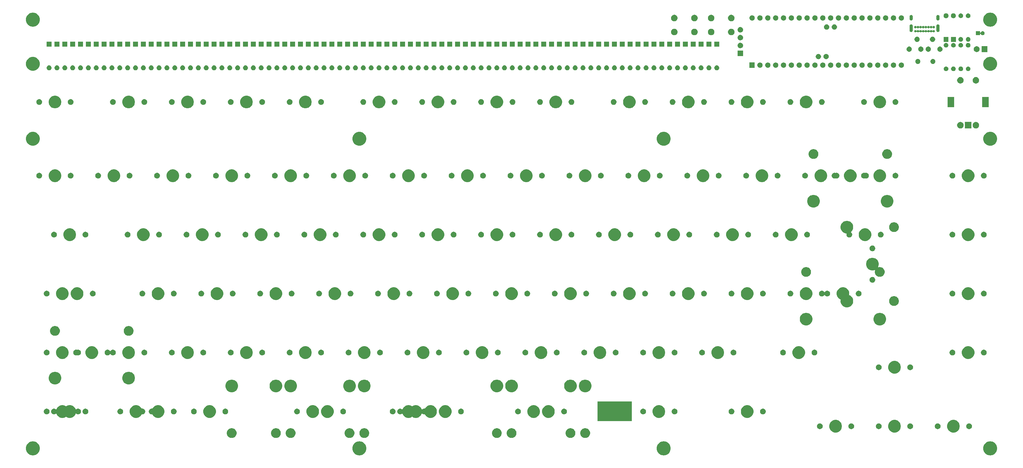
<source format=gts>
G04 #@! TF.GenerationSoftware,KiCad,Pcbnew,(5.1.4)-1*
G04 #@! TF.CreationDate,2021-09-06T19:14:00+08:00*
G04 #@! TF.ProjectId,HerringbonePro,48657272-696e-4676-926f-6e6550726f2e,rev?*
G04 #@! TF.SameCoordinates,Original*
G04 #@! TF.FileFunction,Soldermask,Top*
G04 #@! TF.FilePolarity,Negative*
%FSLAX46Y46*%
G04 Gerber Fmt 4.6, Leading zero omitted, Abs format (unit mm)*
G04 Created by KiCad (PCBNEW (5.1.4)-1) date 2021-09-06 19:14:00*
%MOMM*%
%LPD*%
G04 APERTURE LIST*
%ADD10C,0.100000*%
%ADD11C,1.000000*%
G04 APERTURE END LIST*
D10*
G36*
X186475000Y-103012500D02*
G01*
X175475000Y-103012500D01*
X175475000Y-96762500D01*
X186475000Y-96762500D01*
X186475000Y-103012500D01*
G37*
X186475000Y-103012500D02*
X175475000Y-103012500D01*
X175475000Y-96762500D01*
X186475000Y-96762500D01*
X186475000Y-103012500D01*
D11*
G36*
X302694630Y-109678526D02*
G01*
X303075343Y-109754254D01*
X303484999Y-109923939D01*
X303853679Y-110170284D01*
X304167216Y-110483821D01*
X304413561Y-110852501D01*
X304583246Y-111262157D01*
X304669750Y-111697046D01*
X304669750Y-112140454D01*
X304583246Y-112575343D01*
X304413561Y-112984999D01*
X304167216Y-113353679D01*
X303853679Y-113667216D01*
X303484999Y-113913561D01*
X303075343Y-114083246D01*
X302694630Y-114158974D01*
X302640455Y-114169750D01*
X302197045Y-114169750D01*
X302142870Y-114158974D01*
X301762157Y-114083246D01*
X301352501Y-113913561D01*
X300983821Y-113667216D01*
X300670284Y-113353679D01*
X300423939Y-112984999D01*
X300254254Y-112575343D01*
X300167750Y-112140454D01*
X300167750Y-111697046D01*
X300254254Y-111262157D01*
X300423939Y-110852501D01*
X300670284Y-110483821D01*
X300983821Y-110170284D01*
X301352501Y-109923939D01*
X301762157Y-109754254D01*
X302142870Y-109678526D01*
X302197045Y-109667750D01*
X302640455Y-109667750D01*
X302694630Y-109678526D01*
X302694630Y-109678526D01*
G37*
G36*
X-6867870Y-109678526D02*
G01*
X-6487157Y-109754254D01*
X-6077501Y-109923939D01*
X-5708821Y-110170284D01*
X-5395284Y-110483821D01*
X-5148939Y-110852501D01*
X-4979254Y-111262157D01*
X-4892750Y-111697046D01*
X-4892750Y-112140454D01*
X-4979254Y-112575343D01*
X-5148939Y-112984999D01*
X-5395284Y-113353679D01*
X-5708821Y-113667216D01*
X-6077501Y-113913561D01*
X-6487157Y-114083246D01*
X-6867870Y-114158974D01*
X-6922045Y-114169750D01*
X-7365455Y-114169750D01*
X-7419630Y-114158974D01*
X-7800343Y-114083246D01*
X-8209999Y-113913561D01*
X-8578679Y-113667216D01*
X-8892216Y-113353679D01*
X-9138561Y-112984999D01*
X-9308246Y-112575343D01*
X-9394750Y-112140454D01*
X-9394750Y-111697046D01*
X-9308246Y-111262157D01*
X-9138561Y-110852501D01*
X-8892216Y-110483821D01*
X-8578679Y-110170284D01*
X-8209999Y-109923939D01*
X-7800343Y-109754254D01*
X-7419630Y-109678526D01*
X-7365455Y-109667750D01*
X-6922045Y-109667750D01*
X-6867870Y-109678526D01*
X-6867870Y-109678526D01*
G37*
G36*
X98700880Y-109678526D02*
G01*
X99081593Y-109754254D01*
X99491249Y-109923939D01*
X99859929Y-110170284D01*
X100173466Y-110483821D01*
X100419811Y-110852501D01*
X100589496Y-111262157D01*
X100676000Y-111697046D01*
X100676000Y-112140454D01*
X100589496Y-112575343D01*
X100419811Y-112984999D01*
X100173466Y-113353679D01*
X99859929Y-113667216D01*
X99491249Y-113913561D01*
X99081593Y-114083246D01*
X98700880Y-114158974D01*
X98646705Y-114169750D01*
X98203295Y-114169750D01*
X98149120Y-114158974D01*
X97768407Y-114083246D01*
X97358751Y-113913561D01*
X96990071Y-113667216D01*
X96676534Y-113353679D01*
X96430189Y-112984999D01*
X96260504Y-112575343D01*
X96174000Y-112140454D01*
X96174000Y-111697046D01*
X96260504Y-111262157D01*
X96430189Y-110852501D01*
X96676534Y-110483821D01*
X96990071Y-110170284D01*
X97358751Y-109923939D01*
X97768407Y-109754254D01*
X98149120Y-109678526D01*
X98203295Y-109667750D01*
X98646705Y-109667750D01*
X98700880Y-109678526D01*
X98700880Y-109678526D01*
G37*
G36*
X197125880Y-109678526D02*
G01*
X197506593Y-109754254D01*
X197916249Y-109923939D01*
X198284929Y-110170284D01*
X198598466Y-110483821D01*
X198844811Y-110852501D01*
X199014496Y-111262157D01*
X199101000Y-111697046D01*
X199101000Y-112140454D01*
X199014496Y-112575343D01*
X198844811Y-112984999D01*
X198598466Y-113353679D01*
X198284929Y-113667216D01*
X197916249Y-113913561D01*
X197506593Y-114083246D01*
X197125880Y-114158974D01*
X197071705Y-114169750D01*
X196628295Y-114169750D01*
X196574120Y-114158974D01*
X196193407Y-114083246D01*
X195783751Y-113913561D01*
X195415071Y-113667216D01*
X195101534Y-113353679D01*
X194855189Y-112984999D01*
X194685504Y-112575343D01*
X194599000Y-112140454D01*
X194599000Y-111697046D01*
X194685504Y-111262157D01*
X194855189Y-110852501D01*
X195101534Y-110483821D01*
X195415071Y-110170284D01*
X195783751Y-109923939D01*
X196193407Y-109754254D01*
X196574120Y-109678526D01*
X196628295Y-109667750D01*
X197071705Y-109667750D01*
X197125880Y-109678526D01*
X197125880Y-109678526D01*
G37*
G36*
X171909411Y-105483026D02*
G01*
X172028137Y-105532204D01*
X172196041Y-105601752D01*
X172196042Y-105601753D01*
X172454004Y-105774117D01*
X172673383Y-105993496D01*
X172788553Y-106165861D01*
X172845748Y-106251459D01*
X172964474Y-106538090D01*
X173025000Y-106842375D01*
X173025000Y-107152625D01*
X172964474Y-107456910D01*
X172845748Y-107743541D01*
X172845747Y-107743542D01*
X172673383Y-108001504D01*
X172454004Y-108220883D01*
X172281639Y-108336053D01*
X172196041Y-108393248D01*
X172028137Y-108462796D01*
X171909411Y-108511974D01*
X171605125Y-108572500D01*
X171288525Y-108572500D01*
X170984239Y-108511974D01*
X170865513Y-108462796D01*
X170697609Y-108393248D01*
X170612011Y-108336053D01*
X170439646Y-108220883D01*
X170220267Y-108001504D01*
X170047903Y-107743542D01*
X170047902Y-107743541D01*
X169929176Y-107456910D01*
X169868650Y-107152625D01*
X169868650Y-106842375D01*
X169929176Y-106538090D01*
X170047902Y-106251459D01*
X170105097Y-106165861D01*
X170220267Y-105993496D01*
X170439646Y-105774117D01*
X170697608Y-105601753D01*
X170697609Y-105601752D01*
X170865513Y-105532204D01*
X170984239Y-105483026D01*
X171288525Y-105422500D01*
X171605125Y-105422500D01*
X171909411Y-105483026D01*
X171909411Y-105483026D01*
G37*
G36*
X71903261Y-105483026D02*
G01*
X72021987Y-105532204D01*
X72189891Y-105601752D01*
X72189892Y-105601753D01*
X72447854Y-105774117D01*
X72667233Y-105993496D01*
X72782403Y-106165861D01*
X72839598Y-106251459D01*
X72958324Y-106538090D01*
X73018850Y-106842375D01*
X73018850Y-107152625D01*
X72958324Y-107456910D01*
X72839598Y-107743541D01*
X72839597Y-107743542D01*
X72667233Y-108001504D01*
X72447854Y-108220883D01*
X72275489Y-108336053D01*
X72189891Y-108393248D01*
X72021987Y-108462796D01*
X71903261Y-108511974D01*
X71598975Y-108572500D01*
X71282375Y-108572500D01*
X70978089Y-108511974D01*
X70859363Y-108462796D01*
X70691459Y-108393248D01*
X70605861Y-108336053D01*
X70433496Y-108220883D01*
X70214117Y-108001504D01*
X70041753Y-107743542D01*
X70041752Y-107743541D01*
X69923026Y-107456910D01*
X69862500Y-107152625D01*
X69862500Y-106842375D01*
X69923026Y-106538090D01*
X70041752Y-106251459D01*
X70098947Y-106165861D01*
X70214117Y-105993496D01*
X70433496Y-105774117D01*
X70691458Y-105601753D01*
X70691459Y-105601752D01*
X70859363Y-105532204D01*
X70978089Y-105483026D01*
X71282375Y-105422500D01*
X71598975Y-105422500D01*
X71903261Y-105483026D01*
X71903261Y-105483026D01*
G37*
G36*
X143334411Y-105483026D02*
G01*
X143453137Y-105532204D01*
X143621041Y-105601752D01*
X143621042Y-105601753D01*
X143879004Y-105774117D01*
X144098383Y-105993496D01*
X144213553Y-106165861D01*
X144270748Y-106251459D01*
X144389474Y-106538090D01*
X144450000Y-106842375D01*
X144450000Y-107152625D01*
X144389474Y-107456910D01*
X144270748Y-107743541D01*
X144270747Y-107743542D01*
X144098383Y-108001504D01*
X143879004Y-108220883D01*
X143706639Y-108336053D01*
X143621041Y-108393248D01*
X143453137Y-108462796D01*
X143334411Y-108511974D01*
X143030125Y-108572500D01*
X142719875Y-108572500D01*
X142415589Y-108511974D01*
X142296863Y-108462796D01*
X142128959Y-108393248D01*
X142043361Y-108336053D01*
X141870996Y-108220883D01*
X141651617Y-108001504D01*
X141479253Y-107743542D01*
X141479252Y-107743541D01*
X141360526Y-107456910D01*
X141300000Y-107152625D01*
X141300000Y-106842375D01*
X141360526Y-106538090D01*
X141479252Y-106251459D01*
X141536447Y-106165861D01*
X141651617Y-105993496D01*
X141870996Y-105774117D01*
X142128958Y-105601753D01*
X142128959Y-105601752D01*
X142296863Y-105532204D01*
X142415589Y-105483026D01*
X142719875Y-105422500D01*
X143030125Y-105422500D01*
X143334411Y-105483026D01*
X143334411Y-105483026D01*
G37*
G36*
X167146911Y-105483026D02*
G01*
X167265637Y-105532204D01*
X167433541Y-105601752D01*
X167433542Y-105601753D01*
X167691504Y-105774117D01*
X167910883Y-105993496D01*
X168026053Y-106165861D01*
X168083248Y-106251459D01*
X168201974Y-106538090D01*
X168262500Y-106842375D01*
X168262500Y-107152625D01*
X168201974Y-107456910D01*
X168083248Y-107743541D01*
X168083247Y-107743542D01*
X167910883Y-108001504D01*
X167691504Y-108220883D01*
X167519139Y-108336053D01*
X167433541Y-108393248D01*
X167265637Y-108462796D01*
X167146911Y-108511974D01*
X166842625Y-108572500D01*
X166532375Y-108572500D01*
X166228089Y-108511974D01*
X166109363Y-108462796D01*
X165941459Y-108393248D01*
X165855861Y-108336053D01*
X165683496Y-108220883D01*
X165464117Y-108001504D01*
X165291753Y-107743542D01*
X165291752Y-107743541D01*
X165173026Y-107456910D01*
X165112500Y-107152625D01*
X165112500Y-106842375D01*
X165173026Y-106538090D01*
X165291752Y-106251459D01*
X165348947Y-106165861D01*
X165464117Y-105993496D01*
X165683496Y-105774117D01*
X165941458Y-105601753D01*
X165941459Y-105601752D01*
X166109363Y-105532204D01*
X166228089Y-105483026D01*
X166532375Y-105422500D01*
X166842625Y-105422500D01*
X167146911Y-105483026D01*
X167146911Y-105483026D01*
G37*
G36*
X95709411Y-105483026D02*
G01*
X95828137Y-105532204D01*
X95996041Y-105601752D01*
X95996042Y-105601753D01*
X96254004Y-105774117D01*
X96473383Y-105993496D01*
X96588553Y-106165861D01*
X96645748Y-106251459D01*
X96764474Y-106538090D01*
X96825000Y-106842375D01*
X96825000Y-107152625D01*
X96764474Y-107456910D01*
X96645748Y-107743541D01*
X96645747Y-107743542D01*
X96473383Y-108001504D01*
X96254004Y-108220883D01*
X96081639Y-108336053D01*
X95996041Y-108393248D01*
X95828137Y-108462796D01*
X95709411Y-108511974D01*
X95405125Y-108572500D01*
X95094875Y-108572500D01*
X94790589Y-108511974D01*
X94671863Y-108462796D01*
X94503959Y-108393248D01*
X94418361Y-108336053D01*
X94245996Y-108220883D01*
X94026617Y-108001504D01*
X93854253Y-107743542D01*
X93854252Y-107743541D01*
X93735526Y-107456910D01*
X93675000Y-107152625D01*
X93675000Y-106842375D01*
X93735526Y-106538090D01*
X93854252Y-106251459D01*
X93911447Y-106165861D01*
X94026617Y-105993496D01*
X94245996Y-105774117D01*
X94503958Y-105601753D01*
X94503959Y-105601752D01*
X94671863Y-105532204D01*
X94790589Y-105483026D01*
X95094875Y-105422500D01*
X95405125Y-105422500D01*
X95709411Y-105483026D01*
X95709411Y-105483026D01*
G37*
G36*
X148096911Y-105483026D02*
G01*
X148215637Y-105532204D01*
X148383541Y-105601752D01*
X148383542Y-105601753D01*
X148641504Y-105774117D01*
X148860883Y-105993496D01*
X148976053Y-106165861D01*
X149033248Y-106251459D01*
X149151974Y-106538090D01*
X149212500Y-106842375D01*
X149212500Y-107152625D01*
X149151974Y-107456910D01*
X149033248Y-107743541D01*
X149033247Y-107743542D01*
X148860883Y-108001504D01*
X148641504Y-108220883D01*
X148469139Y-108336053D01*
X148383541Y-108393248D01*
X148215637Y-108462796D01*
X148096911Y-108511974D01*
X147792625Y-108572500D01*
X147482375Y-108572500D01*
X147178089Y-108511974D01*
X147059363Y-108462796D01*
X146891459Y-108393248D01*
X146805861Y-108336053D01*
X146633496Y-108220883D01*
X146414117Y-108001504D01*
X146241753Y-107743542D01*
X146241752Y-107743541D01*
X146123026Y-107456910D01*
X146062500Y-107152625D01*
X146062500Y-106842375D01*
X146123026Y-106538090D01*
X146241752Y-106251459D01*
X146298947Y-106165861D01*
X146414117Y-105993496D01*
X146633496Y-105774117D01*
X146891458Y-105601753D01*
X146891459Y-105601752D01*
X147059363Y-105532204D01*
X147178089Y-105483026D01*
X147482375Y-105422500D01*
X147792625Y-105422500D01*
X148096911Y-105483026D01*
X148096911Y-105483026D01*
G37*
G36*
X76659411Y-105483026D02*
G01*
X76778137Y-105532204D01*
X76946041Y-105601752D01*
X76946042Y-105601753D01*
X77204004Y-105774117D01*
X77423383Y-105993496D01*
X77538553Y-106165861D01*
X77595748Y-106251459D01*
X77714474Y-106538090D01*
X77775000Y-106842375D01*
X77775000Y-107152625D01*
X77714474Y-107456910D01*
X77595748Y-107743541D01*
X77595747Y-107743542D01*
X77423383Y-108001504D01*
X77204004Y-108220883D01*
X77031639Y-108336053D01*
X76946041Y-108393248D01*
X76778137Y-108462796D01*
X76659411Y-108511974D01*
X76355125Y-108572500D01*
X76044875Y-108572500D01*
X75740589Y-108511974D01*
X75621863Y-108462796D01*
X75453959Y-108393248D01*
X75368361Y-108336053D01*
X75195996Y-108220883D01*
X74976617Y-108001504D01*
X74804253Y-107743542D01*
X74804252Y-107743541D01*
X74685526Y-107456910D01*
X74625000Y-107152625D01*
X74625000Y-106842375D01*
X74685526Y-106538090D01*
X74804252Y-106251459D01*
X74861447Y-106165861D01*
X74976617Y-105993496D01*
X75195996Y-105774117D01*
X75453958Y-105601753D01*
X75453959Y-105601752D01*
X75621863Y-105532204D01*
X75740589Y-105483026D01*
X76044875Y-105422500D01*
X76355125Y-105422500D01*
X76659411Y-105483026D01*
X76659411Y-105483026D01*
G37*
G36*
X100471911Y-105483026D02*
G01*
X100590637Y-105532204D01*
X100758541Y-105601752D01*
X100758542Y-105601753D01*
X101016504Y-105774117D01*
X101235883Y-105993496D01*
X101351053Y-106165861D01*
X101408248Y-106251459D01*
X101526974Y-106538090D01*
X101587500Y-106842375D01*
X101587500Y-107152625D01*
X101526974Y-107456910D01*
X101408248Y-107743541D01*
X101408247Y-107743542D01*
X101235883Y-108001504D01*
X101016504Y-108220883D01*
X100844139Y-108336053D01*
X100758541Y-108393248D01*
X100590637Y-108462796D01*
X100471911Y-108511974D01*
X100167625Y-108572500D01*
X99857375Y-108572500D01*
X99553089Y-108511974D01*
X99434363Y-108462796D01*
X99266459Y-108393248D01*
X99180861Y-108336053D01*
X99008496Y-108220883D01*
X98789117Y-108001504D01*
X98616753Y-107743542D01*
X98616752Y-107743541D01*
X98498026Y-107456910D01*
X98437500Y-107152625D01*
X98437500Y-106842375D01*
X98498026Y-106538090D01*
X98616752Y-106251459D01*
X98673947Y-106165861D01*
X98789117Y-105993496D01*
X99008496Y-105774117D01*
X99266458Y-105601753D01*
X99266459Y-105601752D01*
X99434363Y-105532204D01*
X99553089Y-105483026D01*
X99857375Y-105422500D01*
X100167625Y-105422500D01*
X100471911Y-105483026D01*
X100471911Y-105483026D01*
G37*
G36*
X57609411Y-105483026D02*
G01*
X57728137Y-105532204D01*
X57896041Y-105601752D01*
X57896042Y-105601753D01*
X58154004Y-105774117D01*
X58373383Y-105993496D01*
X58488553Y-106165861D01*
X58545748Y-106251459D01*
X58664474Y-106538090D01*
X58725000Y-106842375D01*
X58725000Y-107152625D01*
X58664474Y-107456910D01*
X58545748Y-107743541D01*
X58545747Y-107743542D01*
X58373383Y-108001504D01*
X58154004Y-108220883D01*
X57981639Y-108336053D01*
X57896041Y-108393248D01*
X57728137Y-108462796D01*
X57609411Y-108511974D01*
X57305125Y-108572500D01*
X56994875Y-108572500D01*
X56690589Y-108511974D01*
X56571863Y-108462796D01*
X56403959Y-108393248D01*
X56318361Y-108336053D01*
X56145996Y-108220883D01*
X55926617Y-108001504D01*
X55754253Y-107743542D01*
X55754252Y-107743541D01*
X55635526Y-107456910D01*
X55575000Y-107152625D01*
X55575000Y-106842375D01*
X55635526Y-106538090D01*
X55754252Y-106251459D01*
X55811447Y-106165861D01*
X55926617Y-105993496D01*
X56145996Y-105774117D01*
X56403958Y-105601753D01*
X56403959Y-105601752D01*
X56571863Y-105532204D01*
X56690589Y-105483026D01*
X56994875Y-105422500D01*
X57305125Y-105422500D01*
X57609411Y-105483026D01*
X57609411Y-105483026D01*
G37*
G36*
X272058974Y-102808684D02*
G01*
X272276974Y-102898983D01*
X272431123Y-102962833D01*
X272766048Y-103186623D01*
X273050877Y-103471452D01*
X273274667Y-103806377D01*
X273307062Y-103884586D01*
X273428816Y-104178526D01*
X273507400Y-104573594D01*
X273507400Y-104976406D01*
X273428816Y-105371474D01*
X273377951Y-105494272D01*
X273274667Y-105743623D01*
X273050877Y-106078548D01*
X272766048Y-106363377D01*
X272431123Y-106587167D01*
X272276974Y-106651017D01*
X272058974Y-106741316D01*
X271663906Y-106819900D01*
X271261094Y-106819900D01*
X270866026Y-106741316D01*
X270648026Y-106651017D01*
X270493877Y-106587167D01*
X270158952Y-106363377D01*
X269874123Y-106078548D01*
X269650333Y-105743623D01*
X269547049Y-105494272D01*
X269496184Y-105371474D01*
X269417600Y-104976406D01*
X269417600Y-104573594D01*
X269496184Y-104178526D01*
X269617938Y-103884586D01*
X269650333Y-103806377D01*
X269874123Y-103471452D01*
X270158952Y-103186623D01*
X270493877Y-102962833D01*
X270648026Y-102898983D01*
X270866026Y-102808684D01*
X271261094Y-102730100D01*
X271663906Y-102730100D01*
X272058974Y-102808684D01*
X272058974Y-102808684D01*
G37*
G36*
X253008974Y-102808684D02*
G01*
X253226974Y-102898983D01*
X253381123Y-102962833D01*
X253716048Y-103186623D01*
X254000877Y-103471452D01*
X254224667Y-103806377D01*
X254257062Y-103884586D01*
X254378816Y-104178526D01*
X254457400Y-104573594D01*
X254457400Y-104976406D01*
X254378816Y-105371474D01*
X254327951Y-105494272D01*
X254224667Y-105743623D01*
X254000877Y-106078548D01*
X253716048Y-106363377D01*
X253381123Y-106587167D01*
X253226974Y-106651017D01*
X253008974Y-106741316D01*
X252613906Y-106819900D01*
X252211094Y-106819900D01*
X251816026Y-106741316D01*
X251598026Y-106651017D01*
X251443877Y-106587167D01*
X251108952Y-106363377D01*
X250824123Y-106078548D01*
X250600333Y-105743623D01*
X250497049Y-105494272D01*
X250446184Y-105371474D01*
X250367600Y-104976406D01*
X250367600Y-104573594D01*
X250446184Y-104178526D01*
X250567938Y-103884586D01*
X250600333Y-103806377D01*
X250824123Y-103471452D01*
X251108952Y-103186623D01*
X251443877Y-102962833D01*
X251598026Y-102898983D01*
X251816026Y-102808684D01*
X252211094Y-102730100D01*
X252613906Y-102730100D01*
X253008974Y-102808684D01*
X253008974Y-102808684D01*
G37*
G36*
X291108974Y-102808684D02*
G01*
X291326974Y-102898983D01*
X291481123Y-102962833D01*
X291816048Y-103186623D01*
X292100877Y-103471452D01*
X292324667Y-103806377D01*
X292357062Y-103884586D01*
X292478816Y-104178526D01*
X292557400Y-104573594D01*
X292557400Y-104976406D01*
X292478816Y-105371474D01*
X292427951Y-105494272D01*
X292324667Y-105743623D01*
X292100877Y-106078548D01*
X291816048Y-106363377D01*
X291481123Y-106587167D01*
X291326974Y-106651017D01*
X291108974Y-106741316D01*
X290713906Y-106819900D01*
X290311094Y-106819900D01*
X289916026Y-106741316D01*
X289698026Y-106651017D01*
X289543877Y-106587167D01*
X289208952Y-106363377D01*
X288924123Y-106078548D01*
X288700333Y-105743623D01*
X288597049Y-105494272D01*
X288546184Y-105371474D01*
X288467600Y-104976406D01*
X288467600Y-104573594D01*
X288546184Y-104178526D01*
X288667938Y-103884586D01*
X288700333Y-103806377D01*
X288924123Y-103471452D01*
X289208952Y-103186623D01*
X289543877Y-102962833D01*
X289698026Y-102898983D01*
X289916026Y-102808684D01*
X290311094Y-102730100D01*
X290713906Y-102730100D01*
X291108974Y-102808684D01*
X291108974Y-102808684D01*
G37*
G36*
X295862604Y-103884585D02*
G01*
X296031126Y-103954389D01*
X296182791Y-104055728D01*
X296311772Y-104184709D01*
X296413111Y-104336374D01*
X296482915Y-104504896D01*
X296518500Y-104683797D01*
X296518500Y-104866203D01*
X296482915Y-105045104D01*
X296413111Y-105213626D01*
X296311772Y-105365291D01*
X296182791Y-105494272D01*
X296031126Y-105595611D01*
X295862604Y-105665415D01*
X295683703Y-105701000D01*
X295501297Y-105701000D01*
X295322396Y-105665415D01*
X295153874Y-105595611D01*
X295002209Y-105494272D01*
X294873228Y-105365291D01*
X294771889Y-105213626D01*
X294702085Y-105045104D01*
X294666500Y-104866203D01*
X294666500Y-104683797D01*
X294702085Y-104504896D01*
X294771889Y-104336374D01*
X294873228Y-104184709D01*
X295002209Y-104055728D01*
X295153874Y-103954389D01*
X295322396Y-103884585D01*
X295501297Y-103849000D01*
X295683703Y-103849000D01*
X295862604Y-103884585D01*
X295862604Y-103884585D01*
G37*
G36*
X257762604Y-103884585D02*
G01*
X257931126Y-103954389D01*
X258082791Y-104055728D01*
X258211772Y-104184709D01*
X258313111Y-104336374D01*
X258382915Y-104504896D01*
X258418500Y-104683797D01*
X258418500Y-104866203D01*
X258382915Y-105045104D01*
X258313111Y-105213626D01*
X258211772Y-105365291D01*
X258082791Y-105494272D01*
X257931126Y-105595611D01*
X257762604Y-105665415D01*
X257583703Y-105701000D01*
X257401297Y-105701000D01*
X257222396Y-105665415D01*
X257053874Y-105595611D01*
X256902209Y-105494272D01*
X256773228Y-105365291D01*
X256671889Y-105213626D01*
X256602085Y-105045104D01*
X256566500Y-104866203D01*
X256566500Y-104683797D01*
X256602085Y-104504896D01*
X256671889Y-104336374D01*
X256773228Y-104184709D01*
X256902209Y-104055728D01*
X257053874Y-103954389D01*
X257222396Y-103884585D01*
X257401297Y-103849000D01*
X257583703Y-103849000D01*
X257762604Y-103884585D01*
X257762604Y-103884585D01*
G37*
G36*
X285702604Y-103884585D02*
G01*
X285871126Y-103954389D01*
X286022791Y-104055728D01*
X286151772Y-104184709D01*
X286253111Y-104336374D01*
X286322915Y-104504896D01*
X286358500Y-104683797D01*
X286358500Y-104866203D01*
X286322915Y-105045104D01*
X286253111Y-105213626D01*
X286151772Y-105365291D01*
X286022791Y-105494272D01*
X285871126Y-105595611D01*
X285702604Y-105665415D01*
X285523703Y-105701000D01*
X285341297Y-105701000D01*
X285162396Y-105665415D01*
X284993874Y-105595611D01*
X284842209Y-105494272D01*
X284713228Y-105365291D01*
X284611889Y-105213626D01*
X284542085Y-105045104D01*
X284506500Y-104866203D01*
X284506500Y-104683797D01*
X284542085Y-104504896D01*
X284611889Y-104336374D01*
X284713228Y-104184709D01*
X284842209Y-104055728D01*
X284993874Y-103954389D01*
X285162396Y-103884585D01*
X285341297Y-103849000D01*
X285523703Y-103849000D01*
X285702604Y-103884585D01*
X285702604Y-103884585D01*
G37*
G36*
X276812604Y-103884585D02*
G01*
X276981126Y-103954389D01*
X277132791Y-104055728D01*
X277261772Y-104184709D01*
X277363111Y-104336374D01*
X277432915Y-104504896D01*
X277468500Y-104683797D01*
X277468500Y-104866203D01*
X277432915Y-105045104D01*
X277363111Y-105213626D01*
X277261772Y-105365291D01*
X277132791Y-105494272D01*
X276981126Y-105595611D01*
X276812604Y-105665415D01*
X276633703Y-105701000D01*
X276451297Y-105701000D01*
X276272396Y-105665415D01*
X276103874Y-105595611D01*
X275952209Y-105494272D01*
X275823228Y-105365291D01*
X275721889Y-105213626D01*
X275652085Y-105045104D01*
X275616500Y-104866203D01*
X275616500Y-104683797D01*
X275652085Y-104504896D01*
X275721889Y-104336374D01*
X275823228Y-104184709D01*
X275952209Y-104055728D01*
X276103874Y-103954389D01*
X276272396Y-103884585D01*
X276451297Y-103849000D01*
X276633703Y-103849000D01*
X276812604Y-103884585D01*
X276812604Y-103884585D01*
G37*
G36*
X266652604Y-103884585D02*
G01*
X266821126Y-103954389D01*
X266972791Y-104055728D01*
X267101772Y-104184709D01*
X267203111Y-104336374D01*
X267272915Y-104504896D01*
X267308500Y-104683797D01*
X267308500Y-104866203D01*
X267272915Y-105045104D01*
X267203111Y-105213626D01*
X267101772Y-105365291D01*
X266972791Y-105494272D01*
X266821126Y-105595611D01*
X266652604Y-105665415D01*
X266473703Y-105701000D01*
X266291297Y-105701000D01*
X266112396Y-105665415D01*
X265943874Y-105595611D01*
X265792209Y-105494272D01*
X265663228Y-105365291D01*
X265561889Y-105213626D01*
X265492085Y-105045104D01*
X265456500Y-104866203D01*
X265456500Y-104683797D01*
X265492085Y-104504896D01*
X265561889Y-104336374D01*
X265663228Y-104184709D01*
X265792209Y-104055728D01*
X265943874Y-103954389D01*
X266112396Y-103884585D01*
X266291297Y-103849000D01*
X266473703Y-103849000D01*
X266652604Y-103884585D01*
X266652604Y-103884585D01*
G37*
G36*
X247602604Y-103884585D02*
G01*
X247771126Y-103954389D01*
X247922791Y-104055728D01*
X248051772Y-104184709D01*
X248153111Y-104336374D01*
X248222915Y-104504896D01*
X248258500Y-104683797D01*
X248258500Y-104866203D01*
X248222915Y-105045104D01*
X248153111Y-105213626D01*
X248051772Y-105365291D01*
X247922791Y-105494272D01*
X247771126Y-105595611D01*
X247602604Y-105665415D01*
X247423703Y-105701000D01*
X247241297Y-105701000D01*
X247062396Y-105665415D01*
X246893874Y-105595611D01*
X246742209Y-105494272D01*
X246613228Y-105365291D01*
X246511889Y-105213626D01*
X246442085Y-105045104D01*
X246406500Y-104866203D01*
X246406500Y-104683797D01*
X246442085Y-104504896D01*
X246511889Y-104336374D01*
X246613228Y-104184709D01*
X246742209Y-104055728D01*
X246893874Y-103954389D01*
X247062396Y-103884585D01*
X247241297Y-103849000D01*
X247423703Y-103849000D01*
X247602604Y-103884585D01*
X247602604Y-103884585D01*
G37*
G36*
X114896474Y-98046184D02*
G01*
X115114474Y-98136483D01*
X115268623Y-98200333D01*
X115421179Y-98302268D01*
X115442790Y-98313819D01*
X115466239Y-98320932D01*
X115490625Y-98323334D01*
X115515011Y-98320932D01*
X115538460Y-98313819D01*
X115560071Y-98302268D01*
X115712627Y-98200333D01*
X115866776Y-98136483D01*
X116084776Y-98046184D01*
X116479844Y-97967600D01*
X116882656Y-97967600D01*
X117277724Y-98046184D01*
X117495724Y-98136483D01*
X117649873Y-98200333D01*
X117984798Y-98424123D01*
X118269627Y-98708952D01*
X118493417Y-99043877D01*
X118525812Y-99122086D01*
X118581642Y-99256872D01*
X118593193Y-99278483D01*
X118608738Y-99297425D01*
X118627680Y-99312970D01*
X118649291Y-99324521D01*
X118672740Y-99331634D01*
X118697126Y-99334036D01*
X118721512Y-99331634D01*
X118744961Y-99324521D01*
X118766572Y-99312970D01*
X118785503Y-99297434D01*
X118789709Y-99293228D01*
X118941374Y-99191889D01*
X119109896Y-99122085D01*
X119288797Y-99086500D01*
X119471204Y-99086500D01*
X119505712Y-99093364D01*
X119530098Y-99095766D01*
X119554484Y-99093364D01*
X119577933Y-99086251D01*
X119599544Y-99074700D01*
X119618486Y-99059154D01*
X119634031Y-99040213D01*
X119855372Y-98708954D01*
X119855373Y-98708952D01*
X120140202Y-98424123D01*
X120475127Y-98200333D01*
X120629276Y-98136483D01*
X120847276Y-98046184D01*
X121242344Y-97967600D01*
X121645156Y-97967600D01*
X122040224Y-98046184D01*
X122258224Y-98136483D01*
X122412373Y-98200333D01*
X122747298Y-98424123D01*
X123032127Y-98708952D01*
X123255917Y-99043877D01*
X123288312Y-99122086D01*
X123410066Y-99416026D01*
X123488650Y-99811094D01*
X123488650Y-100213906D01*
X123410066Y-100608974D01*
X123359201Y-100731772D01*
X123255917Y-100981123D01*
X123032127Y-101316048D01*
X122747298Y-101600877D01*
X122412373Y-101824667D01*
X122258224Y-101888517D01*
X122040224Y-101978816D01*
X121645156Y-102057400D01*
X121242344Y-102057400D01*
X120847276Y-101978816D01*
X120629276Y-101888517D01*
X120475127Y-101824667D01*
X120140202Y-101600877D01*
X119855373Y-101316048D01*
X119634031Y-100984787D01*
X119618485Y-100965845D01*
X119599544Y-100950300D01*
X119577933Y-100938749D01*
X119554484Y-100931636D01*
X119530098Y-100929234D01*
X119505712Y-100931636D01*
X119471204Y-100938500D01*
X119288797Y-100938500D01*
X119109896Y-100902915D01*
X118941374Y-100833111D01*
X118789709Y-100731772D01*
X118785503Y-100727566D01*
X118766572Y-100712030D01*
X118744961Y-100700479D01*
X118721512Y-100693366D01*
X118697126Y-100690964D01*
X118672740Y-100693366D01*
X118649291Y-100700479D01*
X118627680Y-100712030D01*
X118608738Y-100727575D01*
X118593193Y-100746517D01*
X118581642Y-100768128D01*
X118493417Y-100981123D01*
X118269627Y-101316048D01*
X117984798Y-101600877D01*
X117649873Y-101824667D01*
X117495724Y-101888517D01*
X117277724Y-101978816D01*
X116882656Y-102057400D01*
X116479844Y-102057400D01*
X116084776Y-101978816D01*
X115866776Y-101888517D01*
X115712627Y-101824667D01*
X115560069Y-101722731D01*
X115538460Y-101711181D01*
X115515011Y-101704068D01*
X115490625Y-101701666D01*
X115466239Y-101704068D01*
X115442790Y-101711181D01*
X115421181Y-101722731D01*
X115268623Y-101824667D01*
X115114474Y-101888517D01*
X114896474Y-101978816D01*
X114501406Y-102057400D01*
X114098594Y-102057400D01*
X113703526Y-101978816D01*
X113485526Y-101888517D01*
X113331377Y-101824667D01*
X112996452Y-101600877D01*
X112711623Y-101316048D01*
X112487833Y-100981123D01*
X112399608Y-100768128D01*
X112388057Y-100746517D01*
X112372512Y-100727575D01*
X112353570Y-100712030D01*
X112331959Y-100700479D01*
X112308510Y-100693366D01*
X112284124Y-100690964D01*
X112259738Y-100693366D01*
X112236289Y-100700479D01*
X112214678Y-100712030D01*
X112195747Y-100727566D01*
X112191541Y-100731772D01*
X112039876Y-100833111D01*
X111871354Y-100902915D01*
X111692453Y-100938500D01*
X111510047Y-100938500D01*
X111331146Y-100902915D01*
X111162624Y-100833111D01*
X111010959Y-100731772D01*
X110881978Y-100602791D01*
X110780639Y-100451126D01*
X110710835Y-100282604D01*
X110675250Y-100103703D01*
X110675250Y-99921297D01*
X110710835Y-99742396D01*
X110780639Y-99573874D01*
X110881978Y-99422209D01*
X111010959Y-99293228D01*
X111162624Y-99191889D01*
X111331146Y-99122085D01*
X111510047Y-99086500D01*
X111692453Y-99086500D01*
X111871354Y-99122085D01*
X112039876Y-99191889D01*
X112191541Y-99293228D01*
X112195747Y-99297434D01*
X112214678Y-99312970D01*
X112236289Y-99324521D01*
X112259738Y-99331634D01*
X112284124Y-99334036D01*
X112308510Y-99331634D01*
X112331959Y-99324521D01*
X112353570Y-99312970D01*
X112372512Y-99297425D01*
X112388057Y-99278483D01*
X112399608Y-99256872D01*
X112455438Y-99122086D01*
X112487833Y-99043877D01*
X112711623Y-98708952D01*
X112996452Y-98424123D01*
X113331377Y-98200333D01*
X113485526Y-98136483D01*
X113703526Y-98046184D01*
X114098594Y-97967600D01*
X114501406Y-97967600D01*
X114896474Y-98046184D01*
X114896474Y-98046184D01*
G37*
G36*
X33933974Y-98046184D02*
G01*
X34151974Y-98136483D01*
X34306123Y-98200333D01*
X34641048Y-98424123D01*
X34925877Y-98708952D01*
X35149667Y-99043877D01*
X35182062Y-99122086D01*
X35303816Y-99416026D01*
X35382400Y-99811094D01*
X35382400Y-100213906D01*
X35303816Y-100608974D01*
X35252951Y-100731772D01*
X35149667Y-100981123D01*
X34925877Y-101316048D01*
X34641048Y-101600877D01*
X34306123Y-101824667D01*
X34151974Y-101888517D01*
X33933974Y-101978816D01*
X33538906Y-102057400D01*
X33136094Y-102057400D01*
X32741026Y-101978816D01*
X32523026Y-101888517D01*
X32368877Y-101824667D01*
X32033952Y-101600877D01*
X31749123Y-101316048D01*
X31527781Y-100984787D01*
X31512235Y-100965845D01*
X31493294Y-100950300D01*
X31471683Y-100938749D01*
X31448234Y-100931636D01*
X31423848Y-100929234D01*
X31399462Y-100931636D01*
X31364954Y-100938500D01*
X31182547Y-100938500D01*
X31003646Y-100902915D01*
X30835124Y-100833111D01*
X30683459Y-100731772D01*
X30554478Y-100602791D01*
X30453139Y-100451126D01*
X30383335Y-100282604D01*
X30347750Y-100103703D01*
X30347750Y-99921297D01*
X30383335Y-99742396D01*
X30453139Y-99573874D01*
X30554478Y-99422209D01*
X30683459Y-99293228D01*
X30835124Y-99191889D01*
X31003646Y-99122085D01*
X31182547Y-99086500D01*
X31364954Y-99086500D01*
X31399462Y-99093364D01*
X31423848Y-99095766D01*
X31448234Y-99093364D01*
X31471683Y-99086251D01*
X31493294Y-99074700D01*
X31512236Y-99059154D01*
X31527781Y-99040213D01*
X31749122Y-98708954D01*
X31749123Y-98708952D01*
X32033952Y-98424123D01*
X32368877Y-98200333D01*
X32523026Y-98136483D01*
X32741026Y-98046184D01*
X33136094Y-97967600D01*
X33538906Y-97967600D01*
X33933974Y-98046184D01*
X33933974Y-98046184D01*
G37*
G36*
X83940224Y-98046184D02*
G01*
X84158224Y-98136483D01*
X84312373Y-98200333D01*
X84647298Y-98424123D01*
X84932127Y-98708952D01*
X85155917Y-99043877D01*
X85188312Y-99122086D01*
X85310066Y-99416026D01*
X85388650Y-99811094D01*
X85388650Y-100213906D01*
X85310066Y-100608974D01*
X85259201Y-100731772D01*
X85155917Y-100981123D01*
X84932127Y-101316048D01*
X84647298Y-101600877D01*
X84312373Y-101824667D01*
X84158224Y-101888517D01*
X83940224Y-101978816D01*
X83545156Y-102057400D01*
X83142344Y-102057400D01*
X82747276Y-101978816D01*
X82529276Y-101888517D01*
X82375127Y-101824667D01*
X82040202Y-101600877D01*
X81755373Y-101316048D01*
X81531583Y-100981123D01*
X81428299Y-100731772D01*
X81377434Y-100608974D01*
X81298850Y-100213906D01*
X81298850Y-99811094D01*
X81377434Y-99416026D01*
X81499188Y-99122086D01*
X81531583Y-99043877D01*
X81755373Y-98708952D01*
X82040202Y-98424123D01*
X82375127Y-98200333D01*
X82529276Y-98136483D01*
X82747276Y-98046184D01*
X83142344Y-97967600D01*
X83545156Y-97967600D01*
X83940224Y-98046184D01*
X83940224Y-98046184D01*
G37*
G36*
X2977724Y-98046184D02*
G01*
X3195724Y-98136483D01*
X3349873Y-98200333D01*
X3502429Y-98302268D01*
X3524040Y-98313819D01*
X3547489Y-98320932D01*
X3571875Y-98323334D01*
X3596261Y-98320932D01*
X3619710Y-98313819D01*
X3641321Y-98302268D01*
X3793877Y-98200333D01*
X3948026Y-98136483D01*
X4166026Y-98046184D01*
X4561094Y-97967600D01*
X4963906Y-97967600D01*
X5358974Y-98046184D01*
X5576974Y-98136483D01*
X5731123Y-98200333D01*
X6066048Y-98424123D01*
X6350877Y-98708952D01*
X6574667Y-99043877D01*
X6607062Y-99122086D01*
X6662892Y-99256872D01*
X6674443Y-99278483D01*
X6689988Y-99297425D01*
X6708930Y-99312970D01*
X6730541Y-99324521D01*
X6753990Y-99331634D01*
X6778376Y-99334036D01*
X6802762Y-99331634D01*
X6826211Y-99324521D01*
X6847822Y-99312970D01*
X6866753Y-99297434D01*
X6870959Y-99293228D01*
X7022624Y-99191889D01*
X7191146Y-99122085D01*
X7370047Y-99086500D01*
X7552453Y-99086500D01*
X7731354Y-99122085D01*
X7899876Y-99191889D01*
X8051541Y-99293228D01*
X8180522Y-99422209D01*
X8281861Y-99573874D01*
X8351665Y-99742396D01*
X8387250Y-99921297D01*
X8387250Y-100103703D01*
X8351665Y-100282604D01*
X8281861Y-100451126D01*
X8180522Y-100602791D01*
X8051541Y-100731772D01*
X7899876Y-100833111D01*
X7731354Y-100902915D01*
X7552453Y-100938500D01*
X7370047Y-100938500D01*
X7191146Y-100902915D01*
X7022624Y-100833111D01*
X6870959Y-100731772D01*
X6866753Y-100727566D01*
X6847822Y-100712030D01*
X6826211Y-100700479D01*
X6802762Y-100693366D01*
X6778376Y-100690964D01*
X6753990Y-100693366D01*
X6730541Y-100700479D01*
X6708930Y-100712030D01*
X6689988Y-100727575D01*
X6674443Y-100746517D01*
X6662892Y-100768128D01*
X6574667Y-100981123D01*
X6350877Y-101316048D01*
X6066048Y-101600877D01*
X5731123Y-101824667D01*
X5576974Y-101888517D01*
X5358974Y-101978816D01*
X4963906Y-102057400D01*
X4561094Y-102057400D01*
X4166026Y-101978816D01*
X3948026Y-101888517D01*
X3793877Y-101824667D01*
X3641319Y-101722731D01*
X3619710Y-101711181D01*
X3596261Y-101704068D01*
X3571875Y-101701666D01*
X3547489Y-101704068D01*
X3524040Y-101711181D01*
X3502431Y-101722731D01*
X3349873Y-101824667D01*
X3195724Y-101888517D01*
X2977724Y-101978816D01*
X2582656Y-102057400D01*
X2179844Y-102057400D01*
X1784776Y-101978816D01*
X1566776Y-101888517D01*
X1412627Y-101824667D01*
X1077702Y-101600877D01*
X792873Y-101316048D01*
X569083Y-100981123D01*
X480858Y-100768128D01*
X469307Y-100746517D01*
X453762Y-100727575D01*
X434820Y-100712030D01*
X413209Y-100700479D01*
X389760Y-100693366D01*
X365374Y-100690964D01*
X340988Y-100693366D01*
X317539Y-100700479D01*
X295928Y-100712030D01*
X276997Y-100727566D01*
X272791Y-100731772D01*
X121126Y-100833111D01*
X-47396Y-100902915D01*
X-226297Y-100938500D01*
X-408703Y-100938500D01*
X-587604Y-100902915D01*
X-756126Y-100833111D01*
X-907791Y-100731772D01*
X-1036772Y-100602791D01*
X-1138111Y-100451126D01*
X-1207915Y-100282604D01*
X-1243500Y-100103703D01*
X-1243500Y-99921297D01*
X-1207915Y-99742396D01*
X-1138111Y-99573874D01*
X-1036772Y-99422209D01*
X-907791Y-99293228D01*
X-756126Y-99191889D01*
X-587604Y-99122085D01*
X-408703Y-99086500D01*
X-226297Y-99086500D01*
X-47396Y-99122085D01*
X121126Y-99191889D01*
X272791Y-99293228D01*
X276997Y-99297434D01*
X295928Y-99312970D01*
X317539Y-99324521D01*
X340988Y-99331634D01*
X365374Y-99334036D01*
X389760Y-99331634D01*
X413209Y-99324521D01*
X434820Y-99312970D01*
X453762Y-99297425D01*
X469307Y-99278483D01*
X480858Y-99256872D01*
X536688Y-99122086D01*
X569083Y-99043877D01*
X792873Y-98708952D01*
X1077702Y-98424123D01*
X1412627Y-98200333D01*
X1566776Y-98136483D01*
X1784776Y-98046184D01*
X2179844Y-97967600D01*
X2582656Y-97967600D01*
X2977724Y-98046184D01*
X2977724Y-98046184D01*
G37*
G36*
X126802724Y-98046184D02*
G01*
X127020724Y-98136483D01*
X127174873Y-98200333D01*
X127509798Y-98424123D01*
X127794627Y-98708952D01*
X128018417Y-99043877D01*
X128050812Y-99122086D01*
X128172566Y-99416026D01*
X128251150Y-99811094D01*
X128251150Y-100213906D01*
X128172566Y-100608974D01*
X128121701Y-100731772D01*
X128018417Y-100981123D01*
X127794627Y-101316048D01*
X127509798Y-101600877D01*
X127174873Y-101824667D01*
X127020724Y-101888517D01*
X126802724Y-101978816D01*
X126407656Y-102057400D01*
X126004844Y-102057400D01*
X125609776Y-101978816D01*
X125391776Y-101888517D01*
X125237627Y-101824667D01*
X124902702Y-101600877D01*
X124617873Y-101316048D01*
X124394083Y-100981123D01*
X124290799Y-100731772D01*
X124239934Y-100608974D01*
X124161350Y-100213906D01*
X124161350Y-99811094D01*
X124239934Y-99416026D01*
X124361688Y-99122086D01*
X124394083Y-99043877D01*
X124617873Y-98708952D01*
X124902702Y-98424123D01*
X125237627Y-98200333D01*
X125391776Y-98136483D01*
X125609776Y-98046184D01*
X126004844Y-97967600D01*
X126407656Y-97967600D01*
X126802724Y-98046184D01*
X126802724Y-98046184D01*
G37*
G36*
X195858974Y-98046184D02*
G01*
X196076974Y-98136483D01*
X196231123Y-98200333D01*
X196566048Y-98424123D01*
X196850877Y-98708952D01*
X197074667Y-99043877D01*
X197107062Y-99122086D01*
X197228816Y-99416026D01*
X197307400Y-99811094D01*
X197307400Y-100213906D01*
X197228816Y-100608974D01*
X197177951Y-100731772D01*
X197074667Y-100981123D01*
X196850877Y-101316048D01*
X196566048Y-101600877D01*
X196231123Y-101824667D01*
X196076974Y-101888517D01*
X195858974Y-101978816D01*
X195463906Y-102057400D01*
X195061094Y-102057400D01*
X194666026Y-101978816D01*
X194448026Y-101888517D01*
X194293877Y-101824667D01*
X193958952Y-101600877D01*
X193674123Y-101316048D01*
X193450333Y-100981123D01*
X193347049Y-100731772D01*
X193296184Y-100608974D01*
X193217600Y-100213906D01*
X193217600Y-99811094D01*
X193296184Y-99416026D01*
X193417938Y-99122086D01*
X193450333Y-99043877D01*
X193674123Y-98708952D01*
X193958952Y-98424123D01*
X194293877Y-98200333D01*
X194448026Y-98136483D01*
X194666026Y-98046184D01*
X195061094Y-97967600D01*
X195463906Y-97967600D01*
X195858974Y-98046184D01*
X195858974Y-98046184D01*
G37*
G36*
X155377724Y-98046184D02*
G01*
X155595724Y-98136483D01*
X155749873Y-98200333D01*
X156084798Y-98424123D01*
X156369627Y-98708952D01*
X156593417Y-99043877D01*
X156625812Y-99122086D01*
X156747566Y-99416026D01*
X156826150Y-99811094D01*
X156826150Y-100213906D01*
X156747566Y-100608974D01*
X156696701Y-100731772D01*
X156593417Y-100981123D01*
X156369627Y-101316048D01*
X156084798Y-101600877D01*
X155749873Y-101824667D01*
X155595724Y-101888517D01*
X155377724Y-101978816D01*
X154982656Y-102057400D01*
X154579844Y-102057400D01*
X154184776Y-101978816D01*
X153966776Y-101888517D01*
X153812627Y-101824667D01*
X153477702Y-101600877D01*
X153192873Y-101316048D01*
X152969083Y-100981123D01*
X152865799Y-100731772D01*
X152814934Y-100608974D01*
X152736350Y-100213906D01*
X152736350Y-99811094D01*
X152814934Y-99416026D01*
X152936688Y-99122086D01*
X152969083Y-99043877D01*
X153192873Y-98708952D01*
X153477702Y-98424123D01*
X153812627Y-98200333D01*
X153966776Y-98136483D01*
X154184776Y-98046184D01*
X154579844Y-97967600D01*
X154982656Y-97967600D01*
X155377724Y-98046184D01*
X155377724Y-98046184D01*
G37*
G36*
X50602724Y-98046184D02*
G01*
X50820724Y-98136483D01*
X50974873Y-98200333D01*
X51309798Y-98424123D01*
X51594627Y-98708952D01*
X51818417Y-99043877D01*
X51850812Y-99122086D01*
X51972566Y-99416026D01*
X52051150Y-99811094D01*
X52051150Y-100213906D01*
X51972566Y-100608974D01*
X51921701Y-100731772D01*
X51818417Y-100981123D01*
X51594627Y-101316048D01*
X51309798Y-101600877D01*
X50974873Y-101824667D01*
X50820724Y-101888517D01*
X50602724Y-101978816D01*
X50207656Y-102057400D01*
X49804844Y-102057400D01*
X49409776Y-101978816D01*
X49191776Y-101888517D01*
X49037627Y-101824667D01*
X48702702Y-101600877D01*
X48417873Y-101316048D01*
X48194083Y-100981123D01*
X48090799Y-100731772D01*
X48039934Y-100608974D01*
X47961350Y-100213906D01*
X47961350Y-99811094D01*
X48039934Y-99416026D01*
X48161688Y-99122086D01*
X48194083Y-99043877D01*
X48417873Y-98708952D01*
X48702702Y-98424123D01*
X49037627Y-98200333D01*
X49191776Y-98136483D01*
X49409776Y-98046184D01*
X49804844Y-97967600D01*
X50207656Y-97967600D01*
X50602724Y-98046184D01*
X50602724Y-98046184D01*
G37*
G36*
X88702724Y-98046184D02*
G01*
X88920724Y-98136483D01*
X89074873Y-98200333D01*
X89409798Y-98424123D01*
X89694627Y-98708952D01*
X89918417Y-99043877D01*
X89950812Y-99122086D01*
X90072566Y-99416026D01*
X90151150Y-99811094D01*
X90151150Y-100213906D01*
X90072566Y-100608974D01*
X90021701Y-100731772D01*
X89918417Y-100981123D01*
X89694627Y-101316048D01*
X89409798Y-101600877D01*
X89074873Y-101824667D01*
X88920724Y-101888517D01*
X88702724Y-101978816D01*
X88307656Y-102057400D01*
X87904844Y-102057400D01*
X87509776Y-101978816D01*
X87291776Y-101888517D01*
X87137627Y-101824667D01*
X86802702Y-101600877D01*
X86517873Y-101316048D01*
X86294083Y-100981123D01*
X86190799Y-100731772D01*
X86139934Y-100608974D01*
X86061350Y-100213906D01*
X86061350Y-99811094D01*
X86139934Y-99416026D01*
X86261688Y-99122086D01*
X86294083Y-99043877D01*
X86517873Y-98708952D01*
X86802702Y-98424123D01*
X87137627Y-98200333D01*
X87291776Y-98136483D01*
X87509776Y-98046184D01*
X87904844Y-97967600D01*
X88307656Y-97967600D01*
X88702724Y-98046184D01*
X88702724Y-98046184D01*
G37*
G36*
X160140224Y-98046184D02*
G01*
X160358224Y-98136483D01*
X160512373Y-98200333D01*
X160847298Y-98424123D01*
X161132127Y-98708952D01*
X161355917Y-99043877D01*
X161388312Y-99122086D01*
X161510066Y-99416026D01*
X161588650Y-99811094D01*
X161588650Y-100213906D01*
X161510066Y-100608974D01*
X161459201Y-100731772D01*
X161355917Y-100981123D01*
X161132127Y-101316048D01*
X160847298Y-101600877D01*
X160512373Y-101824667D01*
X160358224Y-101888517D01*
X160140224Y-101978816D01*
X159745156Y-102057400D01*
X159342344Y-102057400D01*
X158947276Y-101978816D01*
X158729276Y-101888517D01*
X158575127Y-101824667D01*
X158240202Y-101600877D01*
X157955373Y-101316048D01*
X157731583Y-100981123D01*
X157628299Y-100731772D01*
X157577434Y-100608974D01*
X157498850Y-100213906D01*
X157498850Y-99811094D01*
X157577434Y-99416026D01*
X157699188Y-99122086D01*
X157731583Y-99043877D01*
X157955373Y-98708952D01*
X158240202Y-98424123D01*
X158575127Y-98200333D01*
X158729276Y-98136483D01*
X158947276Y-98046184D01*
X159342344Y-97967600D01*
X159745156Y-97967600D01*
X160140224Y-98046184D01*
X160140224Y-98046184D01*
G37*
G36*
X26790224Y-98046184D02*
G01*
X27008224Y-98136483D01*
X27162373Y-98200333D01*
X27497298Y-98424123D01*
X27782127Y-98708952D01*
X27782128Y-98708954D01*
X28003469Y-99040213D01*
X28019015Y-99059155D01*
X28037956Y-99074700D01*
X28059567Y-99086251D01*
X28083016Y-99093364D01*
X28107402Y-99095766D01*
X28131788Y-99093364D01*
X28166296Y-99086500D01*
X28348703Y-99086500D01*
X28527604Y-99122085D01*
X28696126Y-99191889D01*
X28847791Y-99293228D01*
X28976772Y-99422209D01*
X29078111Y-99573874D01*
X29147915Y-99742396D01*
X29183500Y-99921297D01*
X29183500Y-100103703D01*
X29147915Y-100282604D01*
X29078111Y-100451126D01*
X28976772Y-100602791D01*
X28847791Y-100731772D01*
X28696126Y-100833111D01*
X28527604Y-100902915D01*
X28348703Y-100938500D01*
X28166296Y-100938500D01*
X28131788Y-100931636D01*
X28107402Y-100929234D01*
X28083016Y-100931636D01*
X28059567Y-100938749D01*
X28037956Y-100950300D01*
X28019014Y-100965846D01*
X28003469Y-100984787D01*
X27782127Y-101316048D01*
X27497298Y-101600877D01*
X27162373Y-101824667D01*
X27008224Y-101888517D01*
X26790224Y-101978816D01*
X26395156Y-102057400D01*
X25992344Y-102057400D01*
X25597276Y-101978816D01*
X25379276Y-101888517D01*
X25225127Y-101824667D01*
X24890202Y-101600877D01*
X24605373Y-101316048D01*
X24381583Y-100981123D01*
X24278299Y-100731772D01*
X24227434Y-100608974D01*
X24148850Y-100213906D01*
X24148850Y-99811094D01*
X24227434Y-99416026D01*
X24349188Y-99122086D01*
X24381583Y-99043877D01*
X24605373Y-98708952D01*
X24890202Y-98424123D01*
X25225127Y-98200333D01*
X25379276Y-98136483D01*
X25597276Y-98046184D01*
X25992344Y-97967600D01*
X26395156Y-97967600D01*
X26790224Y-98046184D01*
X26790224Y-98046184D01*
G37*
G36*
X224433974Y-98046184D02*
G01*
X224651974Y-98136483D01*
X224806123Y-98200333D01*
X225141048Y-98424123D01*
X225425877Y-98708952D01*
X225649667Y-99043877D01*
X225682062Y-99122086D01*
X225803816Y-99416026D01*
X225882400Y-99811094D01*
X225882400Y-100213906D01*
X225803816Y-100608974D01*
X225752951Y-100731772D01*
X225649667Y-100981123D01*
X225425877Y-101316048D01*
X225141048Y-101600877D01*
X224806123Y-101824667D01*
X224651974Y-101888517D01*
X224433974Y-101978816D01*
X224038906Y-102057400D01*
X223636094Y-102057400D01*
X223241026Y-101978816D01*
X223023026Y-101888517D01*
X222868877Y-101824667D01*
X222533952Y-101600877D01*
X222249123Y-101316048D01*
X222025333Y-100981123D01*
X221922049Y-100731772D01*
X221871184Y-100608974D01*
X221792600Y-100213906D01*
X221792600Y-99811094D01*
X221871184Y-99416026D01*
X221992938Y-99122086D01*
X222025333Y-99043877D01*
X222249123Y-98708952D01*
X222533952Y-98424123D01*
X222868877Y-98200333D01*
X223023026Y-98136483D01*
X223241026Y-98046184D01*
X223636094Y-97967600D01*
X224038906Y-97967600D01*
X224433974Y-98046184D01*
X224433974Y-98046184D01*
G37*
G36*
X190452604Y-99122085D02*
G01*
X190621126Y-99191889D01*
X190772791Y-99293228D01*
X190901772Y-99422209D01*
X191003111Y-99573874D01*
X191072915Y-99742396D01*
X191108500Y-99921297D01*
X191108500Y-100103703D01*
X191072915Y-100282604D01*
X191003111Y-100451126D01*
X190901772Y-100602791D01*
X190772791Y-100731772D01*
X190621126Y-100833111D01*
X190452604Y-100902915D01*
X190273703Y-100938500D01*
X190091297Y-100938500D01*
X189912396Y-100902915D01*
X189743874Y-100833111D01*
X189592209Y-100731772D01*
X189463228Y-100602791D01*
X189361889Y-100451126D01*
X189292085Y-100282604D01*
X189256500Y-100103703D01*
X189256500Y-99921297D01*
X189292085Y-99742396D01*
X189361889Y-99573874D01*
X189463228Y-99422209D01*
X189592209Y-99293228D01*
X189743874Y-99191889D01*
X189912396Y-99122085D01*
X190091297Y-99086500D01*
X190273703Y-99086500D01*
X190452604Y-99122085D01*
X190452604Y-99122085D01*
G37*
G36*
X200612604Y-99122085D02*
G01*
X200781126Y-99191889D01*
X200932791Y-99293228D01*
X201061772Y-99422209D01*
X201163111Y-99573874D01*
X201232915Y-99742396D01*
X201268500Y-99921297D01*
X201268500Y-100103703D01*
X201232915Y-100282604D01*
X201163111Y-100451126D01*
X201061772Y-100602791D01*
X200932791Y-100731772D01*
X200781126Y-100833111D01*
X200612604Y-100902915D01*
X200433703Y-100938500D01*
X200251297Y-100938500D01*
X200072396Y-100902915D01*
X199903874Y-100833111D01*
X199752209Y-100731772D01*
X199623228Y-100602791D01*
X199521889Y-100451126D01*
X199452085Y-100282604D01*
X199416500Y-100103703D01*
X199416500Y-99921297D01*
X199452085Y-99742396D01*
X199521889Y-99573874D01*
X199623228Y-99422209D01*
X199752209Y-99293228D01*
X199903874Y-99191889D01*
X200072396Y-99122085D01*
X200251297Y-99086500D01*
X200433703Y-99086500D01*
X200612604Y-99122085D01*
X200612604Y-99122085D01*
G37*
G36*
X45196354Y-99122085D02*
G01*
X45364876Y-99191889D01*
X45516541Y-99293228D01*
X45645522Y-99422209D01*
X45746861Y-99573874D01*
X45816665Y-99742396D01*
X45852250Y-99921297D01*
X45852250Y-100103703D01*
X45816665Y-100282604D01*
X45746861Y-100451126D01*
X45645522Y-100602791D01*
X45516541Y-100731772D01*
X45364876Y-100833111D01*
X45196354Y-100902915D01*
X45017453Y-100938500D01*
X44835047Y-100938500D01*
X44656146Y-100902915D01*
X44487624Y-100833111D01*
X44335959Y-100731772D01*
X44206978Y-100602791D01*
X44105639Y-100451126D01*
X44035835Y-100282604D01*
X44000250Y-100103703D01*
X44000250Y-99921297D01*
X44035835Y-99742396D01*
X44105639Y-99573874D01*
X44206978Y-99422209D01*
X44335959Y-99293228D01*
X44487624Y-99191889D01*
X44656146Y-99122085D01*
X44835047Y-99086500D01*
X45017453Y-99086500D01*
X45196354Y-99122085D01*
X45196354Y-99122085D01*
G37*
G36*
X55356354Y-99122085D02*
G01*
X55524876Y-99191889D01*
X55676541Y-99293228D01*
X55805522Y-99422209D01*
X55906861Y-99573874D01*
X55976665Y-99742396D01*
X56012250Y-99921297D01*
X56012250Y-100103703D01*
X55976665Y-100282604D01*
X55906861Y-100451126D01*
X55805522Y-100602791D01*
X55676541Y-100731772D01*
X55524876Y-100833111D01*
X55356354Y-100902915D01*
X55177453Y-100938500D01*
X54995047Y-100938500D01*
X54816146Y-100902915D01*
X54647624Y-100833111D01*
X54495959Y-100731772D01*
X54366978Y-100602791D01*
X54265639Y-100451126D01*
X54195835Y-100282604D01*
X54160250Y-100103703D01*
X54160250Y-99921297D01*
X54195835Y-99742396D01*
X54265639Y-99573874D01*
X54366978Y-99422209D01*
X54495959Y-99293228D01*
X54647624Y-99191889D01*
X54816146Y-99122085D01*
X54995047Y-99086500D01*
X55177453Y-99086500D01*
X55356354Y-99122085D01*
X55356354Y-99122085D01*
G37*
G36*
X21383854Y-99122085D02*
G01*
X21552376Y-99191889D01*
X21704041Y-99293228D01*
X21833022Y-99422209D01*
X21934361Y-99573874D01*
X22004165Y-99742396D01*
X22039750Y-99921297D01*
X22039750Y-100103703D01*
X22004165Y-100282604D01*
X21934361Y-100451126D01*
X21833022Y-100602791D01*
X21704041Y-100731772D01*
X21552376Y-100833111D01*
X21383854Y-100902915D01*
X21204953Y-100938500D01*
X21022547Y-100938500D01*
X20843646Y-100902915D01*
X20675124Y-100833111D01*
X20523459Y-100731772D01*
X20394478Y-100602791D01*
X20293139Y-100451126D01*
X20223335Y-100282604D01*
X20187750Y-100103703D01*
X20187750Y-99921297D01*
X20223335Y-99742396D01*
X20293139Y-99573874D01*
X20394478Y-99422209D01*
X20523459Y-99293228D01*
X20675124Y-99191889D01*
X20843646Y-99122085D01*
X21022547Y-99086500D01*
X21204953Y-99086500D01*
X21383854Y-99122085D01*
X21383854Y-99122085D01*
G37*
G36*
X-2428646Y-99122085D02*
G01*
X-2260124Y-99191889D01*
X-2108459Y-99293228D01*
X-1979478Y-99422209D01*
X-1878139Y-99573874D01*
X-1808335Y-99742396D01*
X-1772750Y-99921297D01*
X-1772750Y-100103703D01*
X-1808335Y-100282604D01*
X-1878139Y-100451126D01*
X-1979478Y-100602791D01*
X-2108459Y-100731772D01*
X-2260124Y-100833111D01*
X-2428646Y-100902915D01*
X-2607547Y-100938500D01*
X-2789953Y-100938500D01*
X-2968854Y-100902915D01*
X-3137376Y-100833111D01*
X-3289041Y-100731772D01*
X-3418022Y-100602791D01*
X-3519361Y-100451126D01*
X-3589165Y-100282604D01*
X-3624750Y-100103703D01*
X-3624750Y-99921297D01*
X-3589165Y-99742396D01*
X-3519361Y-99573874D01*
X-3418022Y-99422209D01*
X-3289041Y-99293228D01*
X-3137376Y-99191889D01*
X-2968854Y-99122085D01*
X-2789953Y-99086500D01*
X-2607547Y-99086500D01*
X-2428646Y-99122085D01*
X-2428646Y-99122085D01*
G37*
G36*
X10112604Y-99122085D02*
G01*
X10281126Y-99191889D01*
X10432791Y-99293228D01*
X10561772Y-99422209D01*
X10663111Y-99573874D01*
X10732915Y-99742396D01*
X10768500Y-99921297D01*
X10768500Y-100103703D01*
X10732915Y-100282604D01*
X10663111Y-100451126D01*
X10561772Y-100602791D01*
X10432791Y-100731772D01*
X10281126Y-100833111D01*
X10112604Y-100902915D01*
X9933703Y-100938500D01*
X9751297Y-100938500D01*
X9572396Y-100902915D01*
X9403874Y-100833111D01*
X9252209Y-100731772D01*
X9123228Y-100602791D01*
X9021889Y-100451126D01*
X8952085Y-100282604D01*
X8916500Y-100103703D01*
X8916500Y-99921297D01*
X8952085Y-99742396D01*
X9021889Y-99573874D01*
X9123228Y-99422209D01*
X9252209Y-99293228D01*
X9403874Y-99191889D01*
X9572396Y-99122085D01*
X9751297Y-99086500D01*
X9933703Y-99086500D01*
X10112604Y-99122085D01*
X10112604Y-99122085D01*
G37*
G36*
X38687604Y-99122085D02*
G01*
X38856126Y-99191889D01*
X39007791Y-99293228D01*
X39136772Y-99422209D01*
X39238111Y-99573874D01*
X39307915Y-99742396D01*
X39343500Y-99921297D01*
X39343500Y-100103703D01*
X39307915Y-100282604D01*
X39238111Y-100451126D01*
X39136772Y-100602791D01*
X39007791Y-100731772D01*
X38856126Y-100833111D01*
X38687604Y-100902915D01*
X38508703Y-100938500D01*
X38326297Y-100938500D01*
X38147396Y-100902915D01*
X37978874Y-100833111D01*
X37827209Y-100731772D01*
X37698228Y-100602791D01*
X37596889Y-100451126D01*
X37527085Y-100282604D01*
X37491500Y-100103703D01*
X37491500Y-99921297D01*
X37527085Y-99742396D01*
X37596889Y-99573874D01*
X37698228Y-99422209D01*
X37827209Y-99293228D01*
X37978874Y-99191889D01*
X38147396Y-99122085D01*
X38326297Y-99086500D01*
X38508703Y-99086500D01*
X38687604Y-99122085D01*
X38687604Y-99122085D01*
G37*
G36*
X109490104Y-99122085D02*
G01*
X109658626Y-99191889D01*
X109810291Y-99293228D01*
X109939272Y-99422209D01*
X110040611Y-99573874D01*
X110110415Y-99742396D01*
X110146000Y-99921297D01*
X110146000Y-100103703D01*
X110110415Y-100282604D01*
X110040611Y-100451126D01*
X109939272Y-100602791D01*
X109810291Y-100731772D01*
X109658626Y-100833111D01*
X109490104Y-100902915D01*
X109311203Y-100938500D01*
X109128797Y-100938500D01*
X108949896Y-100902915D01*
X108781374Y-100833111D01*
X108629709Y-100731772D01*
X108500728Y-100602791D01*
X108399389Y-100451126D01*
X108329585Y-100282604D01*
X108294000Y-100103703D01*
X108294000Y-99921297D01*
X108329585Y-99742396D01*
X108399389Y-99573874D01*
X108500728Y-99422209D01*
X108629709Y-99293228D01*
X108781374Y-99191889D01*
X108949896Y-99122085D01*
X109128797Y-99086500D01*
X109311203Y-99086500D01*
X109490104Y-99122085D01*
X109490104Y-99122085D01*
G37*
G36*
X93456354Y-99122085D02*
G01*
X93624876Y-99191889D01*
X93776541Y-99293228D01*
X93905522Y-99422209D01*
X94006861Y-99573874D01*
X94076665Y-99742396D01*
X94112250Y-99921297D01*
X94112250Y-100103703D01*
X94076665Y-100282604D01*
X94006861Y-100451126D01*
X93905522Y-100602791D01*
X93776541Y-100731772D01*
X93624876Y-100833111D01*
X93456354Y-100902915D01*
X93277453Y-100938500D01*
X93095047Y-100938500D01*
X92916146Y-100902915D01*
X92747624Y-100833111D01*
X92595959Y-100731772D01*
X92466978Y-100602791D01*
X92365639Y-100451126D01*
X92295835Y-100282604D01*
X92260250Y-100103703D01*
X92260250Y-99921297D01*
X92295835Y-99742396D01*
X92365639Y-99573874D01*
X92466978Y-99422209D01*
X92595959Y-99293228D01*
X92747624Y-99191889D01*
X92916146Y-99122085D01*
X93095047Y-99086500D01*
X93277453Y-99086500D01*
X93456354Y-99122085D01*
X93456354Y-99122085D01*
G37*
G36*
X164893854Y-99122085D02*
G01*
X165062376Y-99191889D01*
X165214041Y-99293228D01*
X165343022Y-99422209D01*
X165444361Y-99573874D01*
X165514165Y-99742396D01*
X165549750Y-99921297D01*
X165549750Y-100103703D01*
X165514165Y-100282604D01*
X165444361Y-100451126D01*
X165343022Y-100602791D01*
X165214041Y-100731772D01*
X165062376Y-100833111D01*
X164893854Y-100902915D01*
X164714953Y-100938500D01*
X164532547Y-100938500D01*
X164353646Y-100902915D01*
X164185124Y-100833111D01*
X164033459Y-100731772D01*
X163904478Y-100602791D01*
X163803139Y-100451126D01*
X163733335Y-100282604D01*
X163697750Y-100103703D01*
X163697750Y-99921297D01*
X163733335Y-99742396D01*
X163803139Y-99573874D01*
X163904478Y-99422209D01*
X164033459Y-99293228D01*
X164185124Y-99191889D01*
X164353646Y-99122085D01*
X164532547Y-99086500D01*
X164714953Y-99086500D01*
X164893854Y-99122085D01*
X164893854Y-99122085D01*
G37*
G36*
X78533854Y-99122085D02*
G01*
X78702376Y-99191889D01*
X78854041Y-99293228D01*
X78983022Y-99422209D01*
X79084361Y-99573874D01*
X79154165Y-99742396D01*
X79189750Y-99921297D01*
X79189750Y-100103703D01*
X79154165Y-100282604D01*
X79084361Y-100451126D01*
X78983022Y-100602791D01*
X78854041Y-100731772D01*
X78702376Y-100833111D01*
X78533854Y-100902915D01*
X78354953Y-100938500D01*
X78172547Y-100938500D01*
X77993646Y-100902915D01*
X77825124Y-100833111D01*
X77673459Y-100731772D01*
X77544478Y-100602791D01*
X77443139Y-100451126D01*
X77373335Y-100282604D01*
X77337750Y-100103703D01*
X77337750Y-99921297D01*
X77373335Y-99742396D01*
X77443139Y-99573874D01*
X77544478Y-99422209D01*
X77673459Y-99293228D01*
X77825124Y-99191889D01*
X77993646Y-99122085D01*
X78172547Y-99086500D01*
X78354953Y-99086500D01*
X78533854Y-99122085D01*
X78533854Y-99122085D01*
G37*
G36*
X149971354Y-99122085D02*
G01*
X150139876Y-99191889D01*
X150291541Y-99293228D01*
X150420522Y-99422209D01*
X150521861Y-99573874D01*
X150591665Y-99742396D01*
X150627250Y-99921297D01*
X150627250Y-100103703D01*
X150591665Y-100282604D01*
X150521861Y-100451126D01*
X150420522Y-100602791D01*
X150291541Y-100731772D01*
X150139876Y-100833111D01*
X149971354Y-100902915D01*
X149792453Y-100938500D01*
X149610047Y-100938500D01*
X149431146Y-100902915D01*
X149262624Y-100833111D01*
X149110959Y-100731772D01*
X148981978Y-100602791D01*
X148880639Y-100451126D01*
X148810835Y-100282604D01*
X148775250Y-100103703D01*
X148775250Y-99921297D01*
X148810835Y-99742396D01*
X148880639Y-99573874D01*
X148981978Y-99422209D01*
X149110959Y-99293228D01*
X149262624Y-99191889D01*
X149431146Y-99122085D01*
X149610047Y-99086500D01*
X149792453Y-99086500D01*
X149971354Y-99122085D01*
X149971354Y-99122085D01*
G37*
G36*
X131556354Y-99122085D02*
G01*
X131724876Y-99191889D01*
X131876541Y-99293228D01*
X132005522Y-99422209D01*
X132106861Y-99573874D01*
X132176665Y-99742396D01*
X132212250Y-99921297D01*
X132212250Y-100103703D01*
X132176665Y-100282604D01*
X132106861Y-100451126D01*
X132005522Y-100602791D01*
X131876541Y-100731772D01*
X131724876Y-100833111D01*
X131556354Y-100902915D01*
X131377453Y-100938500D01*
X131195047Y-100938500D01*
X131016146Y-100902915D01*
X130847624Y-100833111D01*
X130695959Y-100731772D01*
X130566978Y-100602791D01*
X130465639Y-100451126D01*
X130395835Y-100282604D01*
X130360250Y-100103703D01*
X130360250Y-99921297D01*
X130395835Y-99742396D01*
X130465639Y-99573874D01*
X130566978Y-99422209D01*
X130695959Y-99293228D01*
X130847624Y-99191889D01*
X131016146Y-99122085D01*
X131195047Y-99086500D01*
X131377453Y-99086500D01*
X131556354Y-99122085D01*
X131556354Y-99122085D01*
G37*
G36*
X219027604Y-99122085D02*
G01*
X219196126Y-99191889D01*
X219347791Y-99293228D01*
X219476772Y-99422209D01*
X219578111Y-99573874D01*
X219647915Y-99742396D01*
X219683500Y-99921297D01*
X219683500Y-100103703D01*
X219647915Y-100282604D01*
X219578111Y-100451126D01*
X219476772Y-100602791D01*
X219347791Y-100731772D01*
X219196126Y-100833111D01*
X219027604Y-100902915D01*
X218848703Y-100938500D01*
X218666297Y-100938500D01*
X218487396Y-100902915D01*
X218318874Y-100833111D01*
X218167209Y-100731772D01*
X218038228Y-100602791D01*
X217936889Y-100451126D01*
X217867085Y-100282604D01*
X217831500Y-100103703D01*
X217831500Y-99921297D01*
X217867085Y-99742396D01*
X217936889Y-99573874D01*
X218038228Y-99422209D01*
X218167209Y-99293228D01*
X218318874Y-99191889D01*
X218487396Y-99122085D01*
X218666297Y-99086500D01*
X218848703Y-99086500D01*
X219027604Y-99122085D01*
X219027604Y-99122085D01*
G37*
G36*
X229187604Y-99122085D02*
G01*
X229356126Y-99191889D01*
X229507791Y-99293228D01*
X229636772Y-99422209D01*
X229738111Y-99573874D01*
X229807915Y-99742396D01*
X229843500Y-99921297D01*
X229843500Y-100103703D01*
X229807915Y-100282604D01*
X229738111Y-100451126D01*
X229636772Y-100602791D01*
X229507791Y-100731772D01*
X229356126Y-100833111D01*
X229187604Y-100902915D01*
X229008703Y-100938500D01*
X228826297Y-100938500D01*
X228647396Y-100902915D01*
X228478874Y-100833111D01*
X228327209Y-100731772D01*
X228198228Y-100602791D01*
X228096889Y-100451126D01*
X228027085Y-100282604D01*
X227991500Y-100103703D01*
X227991500Y-99921297D01*
X228027085Y-99742396D01*
X228096889Y-99573874D01*
X228198228Y-99422209D01*
X228327209Y-99293228D01*
X228478874Y-99191889D01*
X228647396Y-99122085D01*
X228826297Y-99086500D01*
X229008703Y-99086500D01*
X229187604Y-99122085D01*
X229187604Y-99122085D01*
G37*
G36*
X72040324Y-89791184D02*
G01*
X72258324Y-89881483D01*
X72412473Y-89945333D01*
X72747398Y-90169123D01*
X73032227Y-90453952D01*
X73256017Y-90788877D01*
X73319867Y-90943026D01*
X73410166Y-91161026D01*
X73488750Y-91556094D01*
X73488750Y-91958906D01*
X73410166Y-92353974D01*
X73319867Y-92571974D01*
X73256017Y-92726123D01*
X73032227Y-93061048D01*
X72747398Y-93345877D01*
X72412473Y-93569667D01*
X72258324Y-93633517D01*
X72040324Y-93723816D01*
X71645256Y-93802400D01*
X71236094Y-93802400D01*
X70841026Y-93723816D01*
X70623026Y-93633517D01*
X70468877Y-93569667D01*
X70133952Y-93345877D01*
X69849123Y-93061048D01*
X69625333Y-92726123D01*
X69561483Y-92571974D01*
X69471184Y-92353974D01*
X69392600Y-91958906D01*
X69392600Y-91556094D01*
X69471184Y-91161026D01*
X69561483Y-90943026D01*
X69625333Y-90788877D01*
X69849123Y-90453952D01*
X70133952Y-90169123D01*
X70468877Y-89945333D01*
X70623026Y-89881483D01*
X70841026Y-89791184D01*
X71236094Y-89712600D01*
X71645256Y-89712600D01*
X72040324Y-89791184D01*
X72040324Y-89791184D01*
G37*
G36*
X172046474Y-89791184D02*
G01*
X172264474Y-89881483D01*
X172418623Y-89945333D01*
X172753548Y-90169123D01*
X173038377Y-90453952D01*
X173262167Y-90788877D01*
X173326017Y-90943026D01*
X173416316Y-91161026D01*
X173494900Y-91556094D01*
X173494900Y-91958906D01*
X173416316Y-92353974D01*
X173326017Y-92571974D01*
X173262167Y-92726123D01*
X173038377Y-93061048D01*
X172753548Y-93345877D01*
X172418623Y-93569667D01*
X172264474Y-93633517D01*
X172046474Y-93723816D01*
X171651406Y-93802400D01*
X171242244Y-93802400D01*
X170847176Y-93723816D01*
X170629176Y-93633517D01*
X170475027Y-93569667D01*
X170140102Y-93345877D01*
X169855273Y-93061048D01*
X169631483Y-92726123D01*
X169567633Y-92571974D01*
X169477334Y-92353974D01*
X169398750Y-91958906D01*
X169398750Y-91556094D01*
X169477334Y-91161026D01*
X169567633Y-90943026D01*
X169631483Y-90788877D01*
X169855273Y-90453952D01*
X170140102Y-90169123D01*
X170475027Y-89945333D01*
X170629176Y-89881483D01*
X170847176Y-89791184D01*
X171242244Y-89712600D01*
X171651406Y-89712600D01*
X172046474Y-89791184D01*
X172046474Y-89791184D01*
G37*
G36*
X76796474Y-89791184D02*
G01*
X77014474Y-89881483D01*
X77168623Y-89945333D01*
X77503548Y-90169123D01*
X77788377Y-90453952D01*
X78012167Y-90788877D01*
X78076017Y-90943026D01*
X78166316Y-91161026D01*
X78244900Y-91556094D01*
X78244900Y-91958906D01*
X78166316Y-92353974D01*
X78076017Y-92571974D01*
X78012167Y-92726123D01*
X77788377Y-93061048D01*
X77503548Y-93345877D01*
X77168623Y-93569667D01*
X77014474Y-93633517D01*
X76796474Y-93723816D01*
X76401406Y-93802400D01*
X75998594Y-93802400D01*
X75603526Y-93723816D01*
X75385526Y-93633517D01*
X75231377Y-93569667D01*
X74896452Y-93345877D01*
X74611623Y-93061048D01*
X74387833Y-92726123D01*
X74323983Y-92571974D01*
X74233684Y-92353974D01*
X74155100Y-91958906D01*
X74155100Y-91556094D01*
X74233684Y-91161026D01*
X74323983Y-90943026D01*
X74387833Y-90788877D01*
X74611623Y-90453952D01*
X74896452Y-90169123D01*
X75231377Y-89945333D01*
X75385526Y-89881483D01*
X75603526Y-89791184D01*
X75998594Y-89712600D01*
X76401406Y-89712600D01*
X76796474Y-89791184D01*
X76796474Y-89791184D01*
G37*
G36*
X148233974Y-89791184D02*
G01*
X148451974Y-89881483D01*
X148606123Y-89945333D01*
X148941048Y-90169123D01*
X149225877Y-90453952D01*
X149449667Y-90788877D01*
X149513517Y-90943026D01*
X149603816Y-91161026D01*
X149682400Y-91556094D01*
X149682400Y-91958906D01*
X149603816Y-92353974D01*
X149513517Y-92571974D01*
X149449667Y-92726123D01*
X149225877Y-93061048D01*
X148941048Y-93345877D01*
X148606123Y-93569667D01*
X148451974Y-93633517D01*
X148233974Y-93723816D01*
X147838906Y-93802400D01*
X147436094Y-93802400D01*
X147041026Y-93723816D01*
X146823026Y-93633517D01*
X146668877Y-93569667D01*
X146333952Y-93345877D01*
X146049123Y-93061048D01*
X145825333Y-92726123D01*
X145761483Y-92571974D01*
X145671184Y-92353974D01*
X145592600Y-91958906D01*
X145592600Y-91556094D01*
X145671184Y-91161026D01*
X145761483Y-90943026D01*
X145825333Y-90788877D01*
X146049123Y-90453952D01*
X146333952Y-90169123D01*
X146668877Y-89945333D01*
X146823026Y-89881483D01*
X147041026Y-89791184D01*
X147436094Y-89712600D01*
X147838906Y-89712600D01*
X148233974Y-89791184D01*
X148233974Y-89791184D01*
G37*
G36*
X95846474Y-89791184D02*
G01*
X96064474Y-89881483D01*
X96218623Y-89945333D01*
X96553548Y-90169123D01*
X96838377Y-90453952D01*
X97062167Y-90788877D01*
X97126017Y-90943026D01*
X97216316Y-91161026D01*
X97294900Y-91556094D01*
X97294900Y-91958906D01*
X97216316Y-92353974D01*
X97126017Y-92571974D01*
X97062167Y-92726123D01*
X96838377Y-93061048D01*
X96553548Y-93345877D01*
X96218623Y-93569667D01*
X96064474Y-93633517D01*
X95846474Y-93723816D01*
X95451406Y-93802400D01*
X95048594Y-93802400D01*
X94653526Y-93723816D01*
X94435526Y-93633517D01*
X94281377Y-93569667D01*
X93946452Y-93345877D01*
X93661623Y-93061048D01*
X93437833Y-92726123D01*
X93373983Y-92571974D01*
X93283684Y-92353974D01*
X93205100Y-91958906D01*
X93205100Y-91556094D01*
X93283684Y-91161026D01*
X93373983Y-90943026D01*
X93437833Y-90788877D01*
X93661623Y-90453952D01*
X93946452Y-90169123D01*
X94281377Y-89945333D01*
X94435526Y-89881483D01*
X94653526Y-89791184D01*
X95048594Y-89712600D01*
X95451406Y-89712600D01*
X95846474Y-89791184D01*
X95846474Y-89791184D01*
G37*
G36*
X100608974Y-89791184D02*
G01*
X100826974Y-89881483D01*
X100981123Y-89945333D01*
X101316048Y-90169123D01*
X101600877Y-90453952D01*
X101824667Y-90788877D01*
X101888517Y-90943026D01*
X101978816Y-91161026D01*
X102057400Y-91556094D01*
X102057400Y-91958906D01*
X101978816Y-92353974D01*
X101888517Y-92571974D01*
X101824667Y-92726123D01*
X101600877Y-93061048D01*
X101316048Y-93345877D01*
X100981123Y-93569667D01*
X100826974Y-93633517D01*
X100608974Y-93723816D01*
X100213906Y-93802400D01*
X99811094Y-93802400D01*
X99416026Y-93723816D01*
X99198026Y-93633517D01*
X99043877Y-93569667D01*
X98708952Y-93345877D01*
X98424123Y-93061048D01*
X98200333Y-92726123D01*
X98136483Y-92571974D01*
X98046184Y-92353974D01*
X97967600Y-91958906D01*
X97967600Y-91556094D01*
X98046184Y-91161026D01*
X98136483Y-90943026D01*
X98200333Y-90788877D01*
X98424123Y-90453952D01*
X98708952Y-90169123D01*
X99043877Y-89945333D01*
X99198026Y-89881483D01*
X99416026Y-89791184D01*
X99811094Y-89712600D01*
X100213906Y-89712600D01*
X100608974Y-89791184D01*
X100608974Y-89791184D01*
G37*
G36*
X143471474Y-89791184D02*
G01*
X143689474Y-89881483D01*
X143843623Y-89945333D01*
X144178548Y-90169123D01*
X144463377Y-90453952D01*
X144687167Y-90788877D01*
X144751017Y-90943026D01*
X144841316Y-91161026D01*
X144919900Y-91556094D01*
X144919900Y-91958906D01*
X144841316Y-92353974D01*
X144751017Y-92571974D01*
X144687167Y-92726123D01*
X144463377Y-93061048D01*
X144178548Y-93345877D01*
X143843623Y-93569667D01*
X143689474Y-93633517D01*
X143471474Y-93723816D01*
X143076406Y-93802400D01*
X142673594Y-93802400D01*
X142278526Y-93723816D01*
X142060526Y-93633517D01*
X141906377Y-93569667D01*
X141571452Y-93345877D01*
X141286623Y-93061048D01*
X141062833Y-92726123D01*
X140998983Y-92571974D01*
X140908684Y-92353974D01*
X140830100Y-91958906D01*
X140830100Y-91556094D01*
X140908684Y-91161026D01*
X140998983Y-90943026D01*
X141062833Y-90788877D01*
X141286623Y-90453952D01*
X141571452Y-90169123D01*
X141906377Y-89945333D01*
X142060526Y-89881483D01*
X142278526Y-89791184D01*
X142673594Y-89712600D01*
X143076406Y-89712600D01*
X143471474Y-89791184D01*
X143471474Y-89791184D01*
G37*
G36*
X167283974Y-89791184D02*
G01*
X167501974Y-89881483D01*
X167656123Y-89945333D01*
X167991048Y-90169123D01*
X168275877Y-90453952D01*
X168499667Y-90788877D01*
X168563517Y-90943026D01*
X168653816Y-91161026D01*
X168732400Y-91556094D01*
X168732400Y-91958906D01*
X168653816Y-92353974D01*
X168563517Y-92571974D01*
X168499667Y-92726123D01*
X168275877Y-93061048D01*
X167991048Y-93345877D01*
X167656123Y-93569667D01*
X167501974Y-93633517D01*
X167283974Y-93723816D01*
X166888906Y-93802400D01*
X166486094Y-93802400D01*
X166091026Y-93723816D01*
X165873026Y-93633517D01*
X165718877Y-93569667D01*
X165383952Y-93345877D01*
X165099123Y-93061048D01*
X164875333Y-92726123D01*
X164811483Y-92571974D01*
X164721184Y-92353974D01*
X164642600Y-91958906D01*
X164642600Y-91556094D01*
X164721184Y-91161026D01*
X164811483Y-90943026D01*
X164875333Y-90788877D01*
X165099123Y-90453952D01*
X165383952Y-90169123D01*
X165718877Y-89945333D01*
X165873026Y-89881483D01*
X166091026Y-89791184D01*
X166486094Y-89712600D01*
X166888906Y-89712600D01*
X167283974Y-89791184D01*
X167283974Y-89791184D01*
G37*
G36*
X57746474Y-89791184D02*
G01*
X57964474Y-89881483D01*
X58118623Y-89945333D01*
X58453548Y-90169123D01*
X58738377Y-90453952D01*
X58962167Y-90788877D01*
X59026017Y-90943026D01*
X59116316Y-91161026D01*
X59194900Y-91556094D01*
X59194900Y-91958906D01*
X59116316Y-92353974D01*
X59026017Y-92571974D01*
X58962167Y-92726123D01*
X58738377Y-93061048D01*
X58453548Y-93345877D01*
X58118623Y-93569667D01*
X57964474Y-93633517D01*
X57746474Y-93723816D01*
X57351406Y-93802400D01*
X56948594Y-93802400D01*
X56553526Y-93723816D01*
X56335526Y-93633517D01*
X56181377Y-93569667D01*
X55846452Y-93345877D01*
X55561623Y-93061048D01*
X55337833Y-92726123D01*
X55273983Y-92571974D01*
X55183684Y-92353974D01*
X55105100Y-91958906D01*
X55105100Y-91556094D01*
X55183684Y-91161026D01*
X55273983Y-90943026D01*
X55337833Y-90788877D01*
X55561623Y-90453952D01*
X55846452Y-90169123D01*
X56181377Y-89945333D01*
X56335526Y-89881483D01*
X56553526Y-89791184D01*
X56948594Y-89712600D01*
X57351406Y-89712600D01*
X57746474Y-89791184D01*
X57746474Y-89791184D01*
G37*
G36*
X596474Y-87251184D02*
G01*
X814474Y-87341483D01*
X968623Y-87405333D01*
X1303548Y-87629123D01*
X1588377Y-87913952D01*
X1812167Y-88248877D01*
X1812167Y-88248878D01*
X1966316Y-88621026D01*
X2044900Y-89016094D01*
X2044900Y-89418906D01*
X1966316Y-89813974D01*
X1911905Y-89945333D01*
X1812167Y-90186123D01*
X1588377Y-90521048D01*
X1303548Y-90805877D01*
X968623Y-91029667D01*
X814474Y-91093517D01*
X596474Y-91183816D01*
X201406Y-91262400D01*
X-201406Y-91262400D01*
X-596474Y-91183816D01*
X-814474Y-91093517D01*
X-968623Y-91029667D01*
X-1303548Y-90805877D01*
X-1588377Y-90521048D01*
X-1812167Y-90186123D01*
X-1911905Y-89945333D01*
X-1966316Y-89813974D01*
X-2044900Y-89418906D01*
X-2044900Y-89016094D01*
X-1966316Y-88621026D01*
X-1812167Y-88248878D01*
X-1812167Y-88248877D01*
X-1588377Y-87913952D01*
X-1303548Y-87629123D01*
X-968623Y-87405333D01*
X-814474Y-87341483D01*
X-596474Y-87251184D01*
X-201406Y-87172600D01*
X201406Y-87172600D01*
X596474Y-87251184D01*
X596474Y-87251184D01*
G37*
G36*
X24408974Y-87251184D02*
G01*
X24626974Y-87341483D01*
X24781123Y-87405333D01*
X25116048Y-87629123D01*
X25400877Y-87913952D01*
X25624667Y-88248877D01*
X25624667Y-88248878D01*
X25778816Y-88621026D01*
X25857400Y-89016094D01*
X25857400Y-89418906D01*
X25778816Y-89813974D01*
X25724405Y-89945333D01*
X25624667Y-90186123D01*
X25400877Y-90521048D01*
X25116048Y-90805877D01*
X24781123Y-91029667D01*
X24626974Y-91093517D01*
X24408974Y-91183816D01*
X24013906Y-91262400D01*
X23611094Y-91262400D01*
X23216026Y-91183816D01*
X22998026Y-91093517D01*
X22843877Y-91029667D01*
X22508952Y-90805877D01*
X22224123Y-90521048D01*
X22000333Y-90186123D01*
X21900595Y-89945333D01*
X21846184Y-89813974D01*
X21767600Y-89418906D01*
X21767600Y-89016094D01*
X21846184Y-88621026D01*
X22000333Y-88248878D01*
X22000333Y-88248877D01*
X22224123Y-87913952D01*
X22508952Y-87629123D01*
X22843877Y-87405333D01*
X22998026Y-87341483D01*
X23216026Y-87251184D01*
X23611094Y-87172600D01*
X24013906Y-87172600D01*
X24408974Y-87251184D01*
X24408974Y-87251184D01*
G37*
G36*
X272058974Y-83758684D02*
G01*
X272276974Y-83848983D01*
X272431123Y-83912833D01*
X272766048Y-84136623D01*
X273050877Y-84421452D01*
X273274667Y-84756377D01*
X273307062Y-84834586D01*
X273428816Y-85128526D01*
X273507400Y-85523594D01*
X273507400Y-85926406D01*
X273428816Y-86321474D01*
X273377951Y-86444272D01*
X273274667Y-86693623D01*
X273050877Y-87028548D01*
X272766048Y-87313377D01*
X272431123Y-87537167D01*
X272276974Y-87601017D01*
X272058974Y-87691316D01*
X271663906Y-87769900D01*
X271261094Y-87769900D01*
X270866026Y-87691316D01*
X270648026Y-87601017D01*
X270493877Y-87537167D01*
X270158952Y-87313377D01*
X269874123Y-87028548D01*
X269650333Y-86693623D01*
X269547049Y-86444272D01*
X269496184Y-86321474D01*
X269417600Y-85926406D01*
X269417600Y-85523594D01*
X269496184Y-85128526D01*
X269617938Y-84834586D01*
X269650333Y-84756377D01*
X269874123Y-84421452D01*
X270158952Y-84136623D01*
X270493877Y-83912833D01*
X270648026Y-83848983D01*
X270866026Y-83758684D01*
X271261094Y-83680100D01*
X271663906Y-83680100D01*
X272058974Y-83758684D01*
X272058974Y-83758684D01*
G37*
G36*
X266652604Y-84834585D02*
G01*
X266821126Y-84904389D01*
X266972791Y-85005728D01*
X267101772Y-85134709D01*
X267203111Y-85286374D01*
X267272915Y-85454896D01*
X267308500Y-85633797D01*
X267308500Y-85816203D01*
X267272915Y-85995104D01*
X267203111Y-86163626D01*
X267101772Y-86315291D01*
X266972791Y-86444272D01*
X266821126Y-86545611D01*
X266652604Y-86615415D01*
X266473703Y-86651000D01*
X266291297Y-86651000D01*
X266112396Y-86615415D01*
X265943874Y-86545611D01*
X265792209Y-86444272D01*
X265663228Y-86315291D01*
X265561889Y-86163626D01*
X265492085Y-85995104D01*
X265456500Y-85816203D01*
X265456500Y-85633797D01*
X265492085Y-85454896D01*
X265561889Y-85286374D01*
X265663228Y-85134709D01*
X265792209Y-85005728D01*
X265943874Y-84904389D01*
X266112396Y-84834585D01*
X266291297Y-84799000D01*
X266473703Y-84799000D01*
X266652604Y-84834585D01*
X266652604Y-84834585D01*
G37*
G36*
X276812604Y-84834585D02*
G01*
X276981126Y-84904389D01*
X277132791Y-85005728D01*
X277261772Y-85134709D01*
X277363111Y-85286374D01*
X277432915Y-85454896D01*
X277468500Y-85633797D01*
X277468500Y-85816203D01*
X277432915Y-85995104D01*
X277363111Y-86163626D01*
X277261772Y-86315291D01*
X277132791Y-86444272D01*
X276981126Y-86545611D01*
X276812604Y-86615415D01*
X276633703Y-86651000D01*
X276451297Y-86651000D01*
X276272396Y-86615415D01*
X276103874Y-86545611D01*
X275952209Y-86444272D01*
X275823228Y-86315291D01*
X275721889Y-86163626D01*
X275652085Y-85995104D01*
X275616500Y-85816203D01*
X275616500Y-85633797D01*
X275652085Y-85454896D01*
X275721889Y-85286374D01*
X275823228Y-85134709D01*
X275952209Y-85005728D01*
X276103874Y-84904389D01*
X276272396Y-84834585D01*
X276451297Y-84799000D01*
X276633703Y-84799000D01*
X276812604Y-84834585D01*
X276812604Y-84834585D01*
G37*
G36*
X62508974Y-78996184D02*
G01*
X62726974Y-79086483D01*
X62881123Y-79150333D01*
X63216048Y-79374123D01*
X63500877Y-79658952D01*
X63724667Y-79993877D01*
X63759933Y-80079018D01*
X63878816Y-80366026D01*
X63957400Y-80761094D01*
X63957400Y-81163906D01*
X63878816Y-81558974D01*
X63827951Y-81681772D01*
X63724667Y-81931123D01*
X63500877Y-82266048D01*
X63216048Y-82550877D01*
X62881123Y-82774667D01*
X62726974Y-82838517D01*
X62508974Y-82928816D01*
X62113906Y-83007400D01*
X61711094Y-83007400D01*
X61316026Y-82928816D01*
X61098026Y-82838517D01*
X60943877Y-82774667D01*
X60608952Y-82550877D01*
X60324123Y-82266048D01*
X60100333Y-81931123D01*
X59997049Y-81681772D01*
X59946184Y-81558974D01*
X59867600Y-81163906D01*
X59867600Y-80761094D01*
X59946184Y-80366026D01*
X60065067Y-80079018D01*
X60100333Y-79993877D01*
X60324123Y-79658952D01*
X60608952Y-79374123D01*
X60943877Y-79150333D01*
X61098026Y-79086483D01*
X61316026Y-78996184D01*
X61711094Y-78917600D01*
X62113906Y-78917600D01*
X62508974Y-78996184D01*
X62508974Y-78996184D01*
G37*
G36*
X100608974Y-78996184D02*
G01*
X100826974Y-79086483D01*
X100981123Y-79150333D01*
X101316048Y-79374123D01*
X101600877Y-79658952D01*
X101824667Y-79993877D01*
X101859933Y-80079018D01*
X101978816Y-80366026D01*
X102057400Y-80761094D01*
X102057400Y-81163906D01*
X101978816Y-81558974D01*
X101927951Y-81681772D01*
X101824667Y-81931123D01*
X101600877Y-82266048D01*
X101316048Y-82550877D01*
X100981123Y-82774667D01*
X100826974Y-82838517D01*
X100608974Y-82928816D01*
X100213906Y-83007400D01*
X99811094Y-83007400D01*
X99416026Y-82928816D01*
X99198026Y-82838517D01*
X99043877Y-82774667D01*
X98708952Y-82550877D01*
X98424123Y-82266048D01*
X98200333Y-81931123D01*
X98097049Y-81681772D01*
X98046184Y-81558974D01*
X97967600Y-81163906D01*
X97967600Y-80761094D01*
X98046184Y-80366026D01*
X98165067Y-80079018D01*
X98200333Y-79993877D01*
X98424123Y-79658952D01*
X98708952Y-79374123D01*
X99043877Y-79150333D01*
X99198026Y-79086483D01*
X99416026Y-78996184D01*
X99811094Y-78917600D01*
X100213906Y-78917600D01*
X100608974Y-78996184D01*
X100608974Y-78996184D01*
G37*
G36*
X119658974Y-78996184D02*
G01*
X119876974Y-79086483D01*
X120031123Y-79150333D01*
X120366048Y-79374123D01*
X120650877Y-79658952D01*
X120874667Y-79993877D01*
X120909933Y-80079018D01*
X121028816Y-80366026D01*
X121107400Y-80761094D01*
X121107400Y-81163906D01*
X121028816Y-81558974D01*
X120977951Y-81681772D01*
X120874667Y-81931123D01*
X120650877Y-82266048D01*
X120366048Y-82550877D01*
X120031123Y-82774667D01*
X119876974Y-82838517D01*
X119658974Y-82928816D01*
X119263906Y-83007400D01*
X118861094Y-83007400D01*
X118466026Y-82928816D01*
X118248026Y-82838517D01*
X118093877Y-82774667D01*
X117758952Y-82550877D01*
X117474123Y-82266048D01*
X117250333Y-81931123D01*
X117147049Y-81681772D01*
X117096184Y-81558974D01*
X117017600Y-81163906D01*
X117017600Y-80761094D01*
X117096184Y-80366026D01*
X117215067Y-80079018D01*
X117250333Y-79993877D01*
X117474123Y-79658952D01*
X117758952Y-79374123D01*
X118093877Y-79150333D01*
X118248026Y-79086483D01*
X118466026Y-78996184D01*
X118861094Y-78917600D01*
X119263906Y-78917600D01*
X119658974Y-78996184D01*
X119658974Y-78996184D01*
G37*
G36*
X138708974Y-78996184D02*
G01*
X138926974Y-79086483D01*
X139081123Y-79150333D01*
X139416048Y-79374123D01*
X139700877Y-79658952D01*
X139924667Y-79993877D01*
X139959933Y-80079018D01*
X140078816Y-80366026D01*
X140157400Y-80761094D01*
X140157400Y-81163906D01*
X140078816Y-81558974D01*
X140027951Y-81681772D01*
X139924667Y-81931123D01*
X139700877Y-82266048D01*
X139416048Y-82550877D01*
X139081123Y-82774667D01*
X138926974Y-82838517D01*
X138708974Y-82928816D01*
X138313906Y-83007400D01*
X137911094Y-83007400D01*
X137516026Y-82928816D01*
X137298026Y-82838517D01*
X137143877Y-82774667D01*
X136808952Y-82550877D01*
X136524123Y-82266048D01*
X136300333Y-81931123D01*
X136197049Y-81681772D01*
X136146184Y-81558974D01*
X136067600Y-81163906D01*
X136067600Y-80761094D01*
X136146184Y-80366026D01*
X136265067Y-80079018D01*
X136300333Y-79993877D01*
X136524123Y-79658952D01*
X136808952Y-79374123D01*
X137143877Y-79150333D01*
X137298026Y-79086483D01*
X137516026Y-78996184D01*
X137911094Y-78917600D01*
X138313906Y-78917600D01*
X138708974Y-78996184D01*
X138708974Y-78996184D01*
G37*
G36*
X157758974Y-78996184D02*
G01*
X157976974Y-79086483D01*
X158131123Y-79150333D01*
X158466048Y-79374123D01*
X158750877Y-79658952D01*
X158974667Y-79993877D01*
X159009933Y-80079018D01*
X159128816Y-80366026D01*
X159207400Y-80761094D01*
X159207400Y-81163906D01*
X159128816Y-81558974D01*
X159077951Y-81681772D01*
X158974667Y-81931123D01*
X158750877Y-82266048D01*
X158466048Y-82550877D01*
X158131123Y-82774667D01*
X157976974Y-82838517D01*
X157758974Y-82928816D01*
X157363906Y-83007400D01*
X156961094Y-83007400D01*
X156566026Y-82928816D01*
X156348026Y-82838517D01*
X156193877Y-82774667D01*
X155858952Y-82550877D01*
X155574123Y-82266048D01*
X155350333Y-81931123D01*
X155247049Y-81681772D01*
X155196184Y-81558974D01*
X155117600Y-81163906D01*
X155117600Y-80761094D01*
X155196184Y-80366026D01*
X155315067Y-80079018D01*
X155350333Y-79993877D01*
X155574123Y-79658952D01*
X155858952Y-79374123D01*
X156193877Y-79150333D01*
X156348026Y-79086483D01*
X156566026Y-78996184D01*
X156961094Y-78917600D01*
X157363906Y-78917600D01*
X157758974Y-78996184D01*
X157758974Y-78996184D01*
G37*
G36*
X176808974Y-78996184D02*
G01*
X177026974Y-79086483D01*
X177181123Y-79150333D01*
X177516048Y-79374123D01*
X177800877Y-79658952D01*
X178024667Y-79993877D01*
X178059933Y-80079018D01*
X178178816Y-80366026D01*
X178257400Y-80761094D01*
X178257400Y-81163906D01*
X178178816Y-81558974D01*
X178127951Y-81681772D01*
X178024667Y-81931123D01*
X177800877Y-82266048D01*
X177516048Y-82550877D01*
X177181123Y-82774667D01*
X177026974Y-82838517D01*
X176808974Y-82928816D01*
X176413906Y-83007400D01*
X176011094Y-83007400D01*
X175616026Y-82928816D01*
X175398026Y-82838517D01*
X175243877Y-82774667D01*
X174908952Y-82550877D01*
X174624123Y-82266048D01*
X174400333Y-81931123D01*
X174297049Y-81681772D01*
X174246184Y-81558974D01*
X174167600Y-81163906D01*
X174167600Y-80761094D01*
X174246184Y-80366026D01*
X174365067Y-80079018D01*
X174400333Y-79993877D01*
X174624123Y-79658952D01*
X174908952Y-79374123D01*
X175243877Y-79150333D01*
X175398026Y-79086483D01*
X175616026Y-78996184D01*
X176011094Y-78917600D01*
X176413906Y-78917600D01*
X176808974Y-78996184D01*
X176808974Y-78996184D01*
G37*
G36*
X195858974Y-78996184D02*
G01*
X196076974Y-79086483D01*
X196231123Y-79150333D01*
X196566048Y-79374123D01*
X196850877Y-79658952D01*
X197074667Y-79993877D01*
X197109933Y-80079018D01*
X197228816Y-80366026D01*
X197307400Y-80761094D01*
X197307400Y-81163906D01*
X197228816Y-81558974D01*
X197177951Y-81681772D01*
X197074667Y-81931123D01*
X196850877Y-82266048D01*
X196566048Y-82550877D01*
X196231123Y-82774667D01*
X196076974Y-82838517D01*
X195858974Y-82928816D01*
X195463906Y-83007400D01*
X195061094Y-83007400D01*
X194666026Y-82928816D01*
X194448026Y-82838517D01*
X194293877Y-82774667D01*
X193958952Y-82550877D01*
X193674123Y-82266048D01*
X193450333Y-81931123D01*
X193347049Y-81681772D01*
X193296184Y-81558974D01*
X193217600Y-81163906D01*
X193217600Y-80761094D01*
X193296184Y-80366026D01*
X193415067Y-80079018D01*
X193450333Y-79993877D01*
X193674123Y-79658952D01*
X193958952Y-79374123D01*
X194293877Y-79150333D01*
X194448026Y-79086483D01*
X194666026Y-78996184D01*
X195061094Y-78917600D01*
X195463906Y-78917600D01*
X195858974Y-78996184D01*
X195858974Y-78996184D01*
G37*
G36*
X214908974Y-78996184D02*
G01*
X215126974Y-79086483D01*
X215281123Y-79150333D01*
X215616048Y-79374123D01*
X215900877Y-79658952D01*
X216124667Y-79993877D01*
X216159933Y-80079018D01*
X216278816Y-80366026D01*
X216357400Y-80761094D01*
X216357400Y-81163906D01*
X216278816Y-81558974D01*
X216227951Y-81681772D01*
X216124667Y-81931123D01*
X215900877Y-82266048D01*
X215616048Y-82550877D01*
X215281123Y-82774667D01*
X215126974Y-82838517D01*
X214908974Y-82928816D01*
X214513906Y-83007400D01*
X214111094Y-83007400D01*
X213716026Y-82928816D01*
X213498026Y-82838517D01*
X213343877Y-82774667D01*
X213008952Y-82550877D01*
X212724123Y-82266048D01*
X212500333Y-81931123D01*
X212397049Y-81681772D01*
X212346184Y-81558974D01*
X212267600Y-81163906D01*
X212267600Y-80761094D01*
X212346184Y-80366026D01*
X212465067Y-80079018D01*
X212500333Y-79993877D01*
X212724123Y-79658952D01*
X213008952Y-79374123D01*
X213343877Y-79150333D01*
X213498026Y-79086483D01*
X213716026Y-78996184D01*
X214111094Y-78917600D01*
X214513906Y-78917600D01*
X214908974Y-78996184D01*
X214908974Y-78996184D01*
G37*
G36*
X24408974Y-78996184D02*
G01*
X24626974Y-79086483D01*
X24781123Y-79150333D01*
X25116048Y-79374123D01*
X25400877Y-79658952D01*
X25624667Y-79993877D01*
X25659933Y-80079018D01*
X25778816Y-80366026D01*
X25857400Y-80761094D01*
X25857400Y-81163906D01*
X25778816Y-81558974D01*
X25727951Y-81681772D01*
X25624667Y-81931123D01*
X25400877Y-82266048D01*
X25116048Y-82550877D01*
X24781123Y-82774667D01*
X24626974Y-82838517D01*
X24408974Y-82928816D01*
X24013906Y-83007400D01*
X23611094Y-83007400D01*
X23216026Y-82928816D01*
X22998026Y-82838517D01*
X22843877Y-82774667D01*
X22508952Y-82550877D01*
X22224123Y-82266048D01*
X22000333Y-81931123D01*
X21897049Y-81681772D01*
X21846184Y-81558974D01*
X21767600Y-81163906D01*
X21767600Y-80761094D01*
X21846184Y-80366026D01*
X21965067Y-80079018D01*
X22000333Y-79993877D01*
X22224123Y-79658952D01*
X22508952Y-79374123D01*
X22843877Y-79150333D01*
X22998026Y-79086483D01*
X23216026Y-78996184D01*
X23611094Y-78917600D01*
X24013906Y-78917600D01*
X24408974Y-78996184D01*
X24408974Y-78996184D01*
G37*
G36*
X2977724Y-78996184D02*
G01*
X3195724Y-79086483D01*
X3349873Y-79150333D01*
X3684798Y-79374123D01*
X3969627Y-79658952D01*
X4193417Y-79993877D01*
X4228683Y-80079018D01*
X4347566Y-80366026D01*
X4426150Y-80761094D01*
X4426150Y-81163906D01*
X4347566Y-81558974D01*
X4296701Y-81681772D01*
X4193417Y-81931123D01*
X3969627Y-82266048D01*
X3684798Y-82550877D01*
X3349873Y-82774667D01*
X3195724Y-82838517D01*
X2977724Y-82928816D01*
X2582656Y-83007400D01*
X2179844Y-83007400D01*
X1784776Y-82928816D01*
X1566776Y-82838517D01*
X1412627Y-82774667D01*
X1077702Y-82550877D01*
X792873Y-82266048D01*
X569083Y-81931123D01*
X465799Y-81681772D01*
X414934Y-81558974D01*
X336350Y-81163906D01*
X336350Y-80761094D01*
X414934Y-80366026D01*
X533817Y-80079018D01*
X569083Y-79993877D01*
X792873Y-79658952D01*
X1077702Y-79374123D01*
X1412627Y-79150333D01*
X1566776Y-79086483D01*
X1784776Y-78996184D01*
X2179844Y-78917600D01*
X2582656Y-78917600D01*
X2977724Y-78996184D01*
X2977724Y-78996184D01*
G37*
G36*
X12502724Y-78996184D02*
G01*
X12720724Y-79086483D01*
X12874873Y-79150333D01*
X13209798Y-79374123D01*
X13494627Y-79658952D01*
X13718417Y-79993877D01*
X13753683Y-80079018D01*
X13872566Y-80366026D01*
X13951150Y-80761094D01*
X13951150Y-81163906D01*
X13872566Y-81558974D01*
X13821701Y-81681772D01*
X13718417Y-81931123D01*
X13494627Y-82266048D01*
X13209798Y-82550877D01*
X12874873Y-82774667D01*
X12720724Y-82838517D01*
X12502724Y-82928816D01*
X12107656Y-83007400D01*
X11704844Y-83007400D01*
X11309776Y-82928816D01*
X11091776Y-82838517D01*
X10937627Y-82774667D01*
X10602702Y-82550877D01*
X10317873Y-82266048D01*
X10094083Y-81931123D01*
X9990799Y-81681772D01*
X9939934Y-81558974D01*
X9861350Y-81163906D01*
X9861350Y-80761094D01*
X9939934Y-80366026D01*
X10058817Y-80079018D01*
X10094083Y-79993877D01*
X10317873Y-79658952D01*
X10602702Y-79374123D01*
X10937627Y-79150333D01*
X11091776Y-79086483D01*
X11309776Y-78996184D01*
X11704844Y-78917600D01*
X12107656Y-78917600D01*
X12502724Y-78996184D01*
X12502724Y-78996184D01*
G37*
G36*
X241102724Y-78996184D02*
G01*
X241320724Y-79086483D01*
X241474873Y-79150333D01*
X241809798Y-79374123D01*
X242094627Y-79658952D01*
X242318417Y-79993877D01*
X242353683Y-80079018D01*
X242472566Y-80366026D01*
X242551150Y-80761094D01*
X242551150Y-81163906D01*
X242472566Y-81558974D01*
X242421701Y-81681772D01*
X242318417Y-81931123D01*
X242094627Y-82266048D01*
X241809798Y-82550877D01*
X241474873Y-82774667D01*
X241320724Y-82838517D01*
X241102724Y-82928816D01*
X240707656Y-83007400D01*
X240304844Y-83007400D01*
X239909776Y-82928816D01*
X239691776Y-82838517D01*
X239537627Y-82774667D01*
X239202702Y-82550877D01*
X238917873Y-82266048D01*
X238694083Y-81931123D01*
X238590799Y-81681772D01*
X238539934Y-81558974D01*
X238461350Y-81163906D01*
X238461350Y-80761094D01*
X238539934Y-80366026D01*
X238658817Y-80079018D01*
X238694083Y-79993877D01*
X238917873Y-79658952D01*
X239202702Y-79374123D01*
X239537627Y-79150333D01*
X239691776Y-79086483D01*
X239909776Y-78996184D01*
X240304844Y-78917600D01*
X240707656Y-78917600D01*
X241102724Y-78996184D01*
X241102724Y-78996184D01*
G37*
G36*
X81558974Y-78996184D02*
G01*
X81776974Y-79086483D01*
X81931123Y-79150333D01*
X82266048Y-79374123D01*
X82550877Y-79658952D01*
X82774667Y-79993877D01*
X82809933Y-80079018D01*
X82928816Y-80366026D01*
X83007400Y-80761094D01*
X83007400Y-81163906D01*
X82928816Y-81558974D01*
X82877951Y-81681772D01*
X82774667Y-81931123D01*
X82550877Y-82266048D01*
X82266048Y-82550877D01*
X81931123Y-82774667D01*
X81776974Y-82838517D01*
X81558974Y-82928816D01*
X81163906Y-83007400D01*
X80761094Y-83007400D01*
X80366026Y-82928816D01*
X80148026Y-82838517D01*
X79993877Y-82774667D01*
X79658952Y-82550877D01*
X79374123Y-82266048D01*
X79150333Y-81931123D01*
X79047049Y-81681772D01*
X78996184Y-81558974D01*
X78917600Y-81163906D01*
X78917600Y-80761094D01*
X78996184Y-80366026D01*
X79115067Y-80079018D01*
X79150333Y-79993877D01*
X79374123Y-79658952D01*
X79658952Y-79374123D01*
X79993877Y-79150333D01*
X80148026Y-79086483D01*
X80366026Y-78996184D01*
X80761094Y-78917600D01*
X81163906Y-78917600D01*
X81558974Y-78996184D01*
X81558974Y-78996184D01*
G37*
G36*
X43458974Y-78996184D02*
G01*
X43676974Y-79086483D01*
X43831123Y-79150333D01*
X44166048Y-79374123D01*
X44450877Y-79658952D01*
X44674667Y-79993877D01*
X44709933Y-80079018D01*
X44828816Y-80366026D01*
X44907400Y-80761094D01*
X44907400Y-81163906D01*
X44828816Y-81558974D01*
X44777951Y-81681772D01*
X44674667Y-81931123D01*
X44450877Y-82266048D01*
X44166048Y-82550877D01*
X43831123Y-82774667D01*
X43676974Y-82838517D01*
X43458974Y-82928816D01*
X43063906Y-83007400D01*
X42661094Y-83007400D01*
X42266026Y-82928816D01*
X42048026Y-82838517D01*
X41893877Y-82774667D01*
X41558952Y-82550877D01*
X41274123Y-82266048D01*
X41050333Y-81931123D01*
X40947049Y-81681772D01*
X40896184Y-81558974D01*
X40817600Y-81163906D01*
X40817600Y-80761094D01*
X40896184Y-80366026D01*
X41015067Y-80079018D01*
X41050333Y-79993877D01*
X41274123Y-79658952D01*
X41558952Y-79374123D01*
X41893877Y-79150333D01*
X42048026Y-79086483D01*
X42266026Y-78996184D01*
X42661094Y-78917600D01*
X43063906Y-78917600D01*
X43458974Y-78996184D01*
X43458974Y-78996184D01*
G37*
G36*
X295871474Y-78996184D02*
G01*
X296089474Y-79086483D01*
X296243623Y-79150333D01*
X296578548Y-79374123D01*
X296863377Y-79658952D01*
X297087167Y-79993877D01*
X297122433Y-80079018D01*
X297241316Y-80366026D01*
X297319900Y-80761094D01*
X297319900Y-81163906D01*
X297241316Y-81558974D01*
X297190451Y-81681772D01*
X297087167Y-81931123D01*
X296863377Y-82266048D01*
X296578548Y-82550877D01*
X296243623Y-82774667D01*
X296089474Y-82838517D01*
X295871474Y-82928816D01*
X295476406Y-83007400D01*
X295073594Y-83007400D01*
X294678526Y-82928816D01*
X294460526Y-82838517D01*
X294306377Y-82774667D01*
X293971452Y-82550877D01*
X293686623Y-82266048D01*
X293462833Y-81931123D01*
X293359549Y-81681772D01*
X293308684Y-81558974D01*
X293230100Y-81163906D01*
X293230100Y-80761094D01*
X293308684Y-80366026D01*
X293427567Y-80079018D01*
X293462833Y-79993877D01*
X293686623Y-79658952D01*
X293971452Y-79374123D01*
X294306377Y-79150333D01*
X294460526Y-79086483D01*
X294678526Y-78996184D01*
X295073594Y-78917600D01*
X295476406Y-78917600D01*
X295871474Y-78996184D01*
X295871474Y-78996184D01*
G37*
G36*
X290465104Y-80072085D02*
G01*
X290633626Y-80141889D01*
X290785291Y-80243228D01*
X290914272Y-80372209D01*
X291015611Y-80523874D01*
X291085415Y-80692396D01*
X291121000Y-80871297D01*
X291121000Y-81053703D01*
X291085415Y-81232604D01*
X291015611Y-81401126D01*
X290914272Y-81552791D01*
X290785291Y-81681772D01*
X290633626Y-81783111D01*
X290465104Y-81852915D01*
X290286203Y-81888500D01*
X290103797Y-81888500D01*
X289924896Y-81852915D01*
X289756374Y-81783111D01*
X289604709Y-81681772D01*
X289475728Y-81552791D01*
X289374389Y-81401126D01*
X289304585Y-81232604D01*
X289269000Y-81053703D01*
X289269000Y-80871297D01*
X289304585Y-80692396D01*
X289374389Y-80523874D01*
X289475728Y-80372209D01*
X289604709Y-80243228D01*
X289756374Y-80141889D01*
X289924896Y-80072085D01*
X290103797Y-80036500D01*
X290286203Y-80036500D01*
X290465104Y-80072085D01*
X290465104Y-80072085D01*
G37*
G36*
X-2428646Y-80072085D02*
G01*
X-2260124Y-80141889D01*
X-2108459Y-80243228D01*
X-1979478Y-80372209D01*
X-1878139Y-80523874D01*
X-1808335Y-80692396D01*
X-1772750Y-80871297D01*
X-1772750Y-81053703D01*
X-1808335Y-81232604D01*
X-1878139Y-81401126D01*
X-1979478Y-81552791D01*
X-2108459Y-81681772D01*
X-2260124Y-81783111D01*
X-2428646Y-81852915D01*
X-2607547Y-81888500D01*
X-2789953Y-81888500D01*
X-2968854Y-81852915D01*
X-3137376Y-81783111D01*
X-3289041Y-81681772D01*
X-3418022Y-81552791D01*
X-3519361Y-81401126D01*
X-3589165Y-81232604D01*
X-3624750Y-81053703D01*
X-3624750Y-80871297D01*
X-3589165Y-80692396D01*
X-3519361Y-80523874D01*
X-3418022Y-80372209D01*
X-3289041Y-80243228D01*
X-3137376Y-80141889D01*
X-2968854Y-80072085D01*
X-2789953Y-80036500D01*
X-2607547Y-80036500D01*
X-2428646Y-80072085D01*
X-2428646Y-80072085D01*
G37*
G36*
X152352604Y-80072085D02*
G01*
X152521126Y-80141889D01*
X152672791Y-80243228D01*
X152801772Y-80372209D01*
X152903111Y-80523874D01*
X152972915Y-80692396D01*
X153008500Y-80871297D01*
X153008500Y-81053703D01*
X152972915Y-81232604D01*
X152903111Y-81401126D01*
X152801772Y-81552791D01*
X152672791Y-81681772D01*
X152521126Y-81783111D01*
X152352604Y-81852915D01*
X152173703Y-81888500D01*
X151991297Y-81888500D01*
X151812396Y-81852915D01*
X151643874Y-81783111D01*
X151492209Y-81681772D01*
X151363228Y-81552791D01*
X151261889Y-81401126D01*
X151192085Y-81232604D01*
X151156500Y-81053703D01*
X151156500Y-80871297D01*
X151192085Y-80692396D01*
X151261889Y-80523874D01*
X151363228Y-80372209D01*
X151492209Y-80243228D01*
X151643874Y-80141889D01*
X151812396Y-80072085D01*
X151991297Y-80036500D01*
X152173703Y-80036500D01*
X152352604Y-80072085D01*
X152352604Y-80072085D01*
G37*
G36*
X162512604Y-80072085D02*
G01*
X162681126Y-80141889D01*
X162832791Y-80243228D01*
X162961772Y-80372209D01*
X163063111Y-80523874D01*
X163132915Y-80692396D01*
X163168500Y-80871297D01*
X163168500Y-81053703D01*
X163132915Y-81232604D01*
X163063111Y-81401126D01*
X162961772Y-81552791D01*
X162832791Y-81681772D01*
X162681126Y-81783111D01*
X162512604Y-81852915D01*
X162333703Y-81888500D01*
X162151297Y-81888500D01*
X161972396Y-81852915D01*
X161803874Y-81783111D01*
X161652209Y-81681772D01*
X161523228Y-81552791D01*
X161421889Y-81401126D01*
X161352085Y-81232604D01*
X161316500Y-81053703D01*
X161316500Y-80871297D01*
X161352085Y-80692396D01*
X161421889Y-80523874D01*
X161523228Y-80372209D01*
X161652209Y-80243228D01*
X161803874Y-80141889D01*
X161972396Y-80072085D01*
X162151297Y-80036500D01*
X162333703Y-80036500D01*
X162512604Y-80072085D01*
X162512604Y-80072085D01*
G37*
G36*
X171402604Y-80072085D02*
G01*
X171571126Y-80141889D01*
X171722791Y-80243228D01*
X171851772Y-80372209D01*
X171953111Y-80523874D01*
X172022915Y-80692396D01*
X172058500Y-80871297D01*
X172058500Y-81053703D01*
X172022915Y-81232604D01*
X171953111Y-81401126D01*
X171851772Y-81552791D01*
X171722791Y-81681772D01*
X171571126Y-81783111D01*
X171402604Y-81852915D01*
X171223703Y-81888500D01*
X171041297Y-81888500D01*
X170862396Y-81852915D01*
X170693874Y-81783111D01*
X170542209Y-81681772D01*
X170413228Y-81552791D01*
X170311889Y-81401126D01*
X170242085Y-81232604D01*
X170206500Y-81053703D01*
X170206500Y-80871297D01*
X170242085Y-80692396D01*
X170311889Y-80523874D01*
X170413228Y-80372209D01*
X170542209Y-80243228D01*
X170693874Y-80141889D01*
X170862396Y-80072085D01*
X171041297Y-80036500D01*
X171223703Y-80036500D01*
X171402604Y-80072085D01*
X171402604Y-80072085D01*
G37*
G36*
X181562604Y-80072085D02*
G01*
X181731126Y-80141889D01*
X181882791Y-80243228D01*
X182011772Y-80372209D01*
X182113111Y-80523874D01*
X182182915Y-80692396D01*
X182218500Y-80871297D01*
X182218500Y-81053703D01*
X182182915Y-81232604D01*
X182113111Y-81401126D01*
X182011772Y-81552791D01*
X181882791Y-81681772D01*
X181731126Y-81783111D01*
X181562604Y-81852915D01*
X181383703Y-81888500D01*
X181201297Y-81888500D01*
X181022396Y-81852915D01*
X180853874Y-81783111D01*
X180702209Y-81681772D01*
X180573228Y-81552791D01*
X180471889Y-81401126D01*
X180402085Y-81232604D01*
X180366500Y-81053703D01*
X180366500Y-80871297D01*
X180402085Y-80692396D01*
X180471889Y-80523874D01*
X180573228Y-80372209D01*
X180702209Y-80243228D01*
X180853874Y-80141889D01*
X181022396Y-80072085D01*
X181201297Y-80036500D01*
X181383703Y-80036500D01*
X181562604Y-80072085D01*
X181562604Y-80072085D01*
G37*
G36*
X48212604Y-80072085D02*
G01*
X48381126Y-80141889D01*
X48532791Y-80243228D01*
X48661772Y-80372209D01*
X48763111Y-80523874D01*
X48832915Y-80692396D01*
X48868500Y-80871297D01*
X48868500Y-81053703D01*
X48832915Y-81232604D01*
X48763111Y-81401126D01*
X48661772Y-81552791D01*
X48532791Y-81681772D01*
X48381126Y-81783111D01*
X48212604Y-81852915D01*
X48033703Y-81888500D01*
X47851297Y-81888500D01*
X47672396Y-81852915D01*
X47503874Y-81783111D01*
X47352209Y-81681772D01*
X47223228Y-81552791D01*
X47121889Y-81401126D01*
X47052085Y-81232604D01*
X47016500Y-81053703D01*
X47016500Y-80871297D01*
X47052085Y-80692396D01*
X47121889Y-80523874D01*
X47223228Y-80372209D01*
X47352209Y-80243228D01*
X47503874Y-80141889D01*
X47672396Y-80072085D01*
X47851297Y-80036500D01*
X48033703Y-80036500D01*
X48212604Y-80072085D01*
X48212604Y-80072085D01*
G37*
G36*
X219662604Y-80072085D02*
G01*
X219831126Y-80141889D01*
X219982791Y-80243228D01*
X220111772Y-80372209D01*
X220213111Y-80523874D01*
X220282915Y-80692396D01*
X220318500Y-80871297D01*
X220318500Y-81053703D01*
X220282915Y-81232604D01*
X220213111Y-81401126D01*
X220111772Y-81552791D01*
X219982791Y-81681772D01*
X219831126Y-81783111D01*
X219662604Y-81852915D01*
X219483703Y-81888500D01*
X219301297Y-81888500D01*
X219122396Y-81852915D01*
X218953874Y-81783111D01*
X218802209Y-81681772D01*
X218673228Y-81552791D01*
X218571889Y-81401126D01*
X218502085Y-81232604D01*
X218466500Y-81053703D01*
X218466500Y-80871297D01*
X218502085Y-80692396D01*
X218571889Y-80523874D01*
X218673228Y-80372209D01*
X218802209Y-80243228D01*
X218953874Y-80141889D01*
X219122396Y-80072085D01*
X219301297Y-80036500D01*
X219483703Y-80036500D01*
X219662604Y-80072085D01*
X219662604Y-80072085D01*
G37*
G36*
X200612604Y-80072085D02*
G01*
X200781126Y-80141889D01*
X200932791Y-80243228D01*
X201061772Y-80372209D01*
X201163111Y-80523874D01*
X201232915Y-80692396D01*
X201268500Y-80871297D01*
X201268500Y-81053703D01*
X201232915Y-81232604D01*
X201163111Y-81401126D01*
X201061772Y-81552791D01*
X200932791Y-81681772D01*
X200781126Y-81783111D01*
X200612604Y-81852915D01*
X200433703Y-81888500D01*
X200251297Y-81888500D01*
X200072396Y-81852915D01*
X199903874Y-81783111D01*
X199752209Y-81681772D01*
X199623228Y-81552791D01*
X199521889Y-81401126D01*
X199452085Y-81232604D01*
X199416500Y-81053703D01*
X199416500Y-80871297D01*
X199452085Y-80692396D01*
X199521889Y-80523874D01*
X199623228Y-80372209D01*
X199752209Y-80243228D01*
X199903874Y-80141889D01*
X200072396Y-80072085D01*
X200251297Y-80036500D01*
X200433703Y-80036500D01*
X200612604Y-80072085D01*
X200612604Y-80072085D01*
G37*
G36*
X17256354Y-80072085D02*
G01*
X17424876Y-80141889D01*
X17576541Y-80243228D01*
X17705522Y-80372209D01*
X17755450Y-80446932D01*
X17770987Y-80465864D01*
X17789929Y-80481409D01*
X17811540Y-80492960D01*
X17834989Y-80500073D01*
X17859375Y-80502475D01*
X17883761Y-80500073D01*
X17907210Y-80492960D01*
X17928821Y-80481409D01*
X17947763Y-80465864D01*
X17963300Y-80446932D01*
X18013228Y-80372209D01*
X18142209Y-80243228D01*
X18293874Y-80141889D01*
X18462396Y-80072085D01*
X18641297Y-80036500D01*
X18823703Y-80036500D01*
X19002604Y-80072085D01*
X19171126Y-80141889D01*
X19322791Y-80243228D01*
X19451772Y-80372209D01*
X19553111Y-80523874D01*
X19622915Y-80692396D01*
X19658500Y-80871297D01*
X19658500Y-81053703D01*
X19622915Y-81232604D01*
X19553111Y-81401126D01*
X19451772Y-81552791D01*
X19322791Y-81681772D01*
X19171126Y-81783111D01*
X19002604Y-81852915D01*
X18823703Y-81888500D01*
X18641297Y-81888500D01*
X18462396Y-81852915D01*
X18293874Y-81783111D01*
X18142209Y-81681772D01*
X18013228Y-81552791D01*
X17963300Y-81478068D01*
X17947763Y-81459136D01*
X17928821Y-81443591D01*
X17907210Y-81432040D01*
X17883761Y-81424927D01*
X17859375Y-81422525D01*
X17834989Y-81424927D01*
X17811540Y-81432040D01*
X17789929Y-81443591D01*
X17770987Y-81459136D01*
X17755450Y-81478068D01*
X17705522Y-81552791D01*
X17576541Y-81681772D01*
X17424876Y-81783111D01*
X17256354Y-81852915D01*
X17077453Y-81888500D01*
X16895047Y-81888500D01*
X16716146Y-81852915D01*
X16547624Y-81783111D01*
X16395959Y-81681772D01*
X16266978Y-81552791D01*
X16165639Y-81401126D01*
X16095835Y-81232604D01*
X16060250Y-81053703D01*
X16060250Y-80871297D01*
X16095835Y-80692396D01*
X16165639Y-80523874D01*
X16266978Y-80372209D01*
X16395959Y-80243228D01*
X16547624Y-80141889D01*
X16716146Y-80072085D01*
X16895047Y-80036500D01*
X17077453Y-80036500D01*
X17256354Y-80072085D01*
X17256354Y-80072085D01*
G37*
G36*
X7096354Y-80072085D02*
G01*
X7096360Y-80072088D01*
X7096815Y-80072178D01*
X7119368Y-80079018D01*
X7143754Y-80081419D01*
X7168140Y-80079016D01*
X7190685Y-80072178D01*
X7191140Y-80072088D01*
X7191146Y-80072085D01*
X7370047Y-80036500D01*
X7552453Y-80036500D01*
X7731354Y-80072085D01*
X7899876Y-80141889D01*
X8051541Y-80243228D01*
X8180522Y-80372209D01*
X8281861Y-80523874D01*
X8351665Y-80692396D01*
X8387250Y-80871297D01*
X8387250Y-81053703D01*
X8351665Y-81232604D01*
X8281861Y-81401126D01*
X8180522Y-81552791D01*
X8051541Y-81681772D01*
X7899876Y-81783111D01*
X7731354Y-81852915D01*
X7552453Y-81888500D01*
X7370047Y-81888500D01*
X7191146Y-81852915D01*
X7191140Y-81852912D01*
X7190685Y-81852822D01*
X7168132Y-81845982D01*
X7143746Y-81843581D01*
X7119360Y-81845984D01*
X7096815Y-81852822D01*
X7096360Y-81852912D01*
X7096354Y-81852915D01*
X6917453Y-81888500D01*
X6735047Y-81888500D01*
X6556146Y-81852915D01*
X6387624Y-81783111D01*
X6235959Y-81681772D01*
X6106978Y-81552791D01*
X6005639Y-81401126D01*
X5935835Y-81232604D01*
X5900250Y-81053703D01*
X5900250Y-80871297D01*
X5935835Y-80692396D01*
X6005639Y-80523874D01*
X6106978Y-80372209D01*
X6235959Y-80243228D01*
X6387624Y-80141889D01*
X6556146Y-80072085D01*
X6735047Y-80036500D01*
X6917453Y-80036500D01*
X7096354Y-80072085D01*
X7096354Y-80072085D01*
G37*
G36*
X29162604Y-80072085D02*
G01*
X29331126Y-80141889D01*
X29482791Y-80243228D01*
X29611772Y-80372209D01*
X29713111Y-80523874D01*
X29782915Y-80692396D01*
X29818500Y-80871297D01*
X29818500Y-81053703D01*
X29782915Y-81232604D01*
X29713111Y-81401126D01*
X29611772Y-81552791D01*
X29482791Y-81681772D01*
X29331126Y-81783111D01*
X29162604Y-81852915D01*
X28983703Y-81888500D01*
X28801297Y-81888500D01*
X28622396Y-81852915D01*
X28453874Y-81783111D01*
X28302209Y-81681772D01*
X28173228Y-81552791D01*
X28071889Y-81401126D01*
X28002085Y-81232604D01*
X27966500Y-81053703D01*
X27966500Y-80871297D01*
X28002085Y-80692396D01*
X28071889Y-80523874D01*
X28173228Y-80372209D01*
X28302209Y-80243228D01*
X28453874Y-80141889D01*
X28622396Y-80072085D01*
X28801297Y-80036500D01*
X28983703Y-80036500D01*
X29162604Y-80072085D01*
X29162604Y-80072085D01*
G37*
G36*
X38052604Y-80072085D02*
G01*
X38221126Y-80141889D01*
X38372791Y-80243228D01*
X38501772Y-80372209D01*
X38603111Y-80523874D01*
X38672915Y-80692396D01*
X38708500Y-80871297D01*
X38708500Y-81053703D01*
X38672915Y-81232604D01*
X38603111Y-81401126D01*
X38501772Y-81552791D01*
X38372791Y-81681772D01*
X38221126Y-81783111D01*
X38052604Y-81852915D01*
X37873703Y-81888500D01*
X37691297Y-81888500D01*
X37512396Y-81852915D01*
X37343874Y-81783111D01*
X37192209Y-81681772D01*
X37063228Y-81552791D01*
X36961889Y-81401126D01*
X36892085Y-81232604D01*
X36856500Y-81053703D01*
X36856500Y-80871297D01*
X36892085Y-80692396D01*
X36961889Y-80523874D01*
X37063228Y-80372209D01*
X37192209Y-80243228D01*
X37343874Y-80141889D01*
X37512396Y-80072085D01*
X37691297Y-80036500D01*
X37873703Y-80036500D01*
X38052604Y-80072085D01*
X38052604Y-80072085D01*
G37*
G36*
X143462604Y-80072085D02*
G01*
X143631126Y-80141889D01*
X143782791Y-80243228D01*
X143911772Y-80372209D01*
X144013111Y-80523874D01*
X144082915Y-80692396D01*
X144118500Y-80871297D01*
X144118500Y-81053703D01*
X144082915Y-81232604D01*
X144013111Y-81401126D01*
X143911772Y-81552791D01*
X143782791Y-81681772D01*
X143631126Y-81783111D01*
X143462604Y-81852915D01*
X143283703Y-81888500D01*
X143101297Y-81888500D01*
X142922396Y-81852915D01*
X142753874Y-81783111D01*
X142602209Y-81681772D01*
X142473228Y-81552791D01*
X142371889Y-81401126D01*
X142302085Y-81232604D01*
X142266500Y-81053703D01*
X142266500Y-80871297D01*
X142302085Y-80692396D01*
X142371889Y-80523874D01*
X142473228Y-80372209D01*
X142602209Y-80243228D01*
X142753874Y-80141889D01*
X142922396Y-80072085D01*
X143101297Y-80036500D01*
X143283703Y-80036500D01*
X143462604Y-80072085D01*
X143462604Y-80072085D01*
G37*
G36*
X190452604Y-80072085D02*
G01*
X190621126Y-80141889D01*
X190772791Y-80243228D01*
X190901772Y-80372209D01*
X191003111Y-80523874D01*
X191072915Y-80692396D01*
X191108500Y-80871297D01*
X191108500Y-81053703D01*
X191072915Y-81232604D01*
X191003111Y-81401126D01*
X190901772Y-81552791D01*
X190772791Y-81681772D01*
X190621126Y-81783111D01*
X190452604Y-81852915D01*
X190273703Y-81888500D01*
X190091297Y-81888500D01*
X189912396Y-81852915D01*
X189743874Y-81783111D01*
X189592209Y-81681772D01*
X189463228Y-81552791D01*
X189361889Y-81401126D01*
X189292085Y-81232604D01*
X189256500Y-81053703D01*
X189256500Y-80871297D01*
X189292085Y-80692396D01*
X189361889Y-80523874D01*
X189463228Y-80372209D01*
X189592209Y-80243228D01*
X189743874Y-80141889D01*
X189912396Y-80072085D01*
X190091297Y-80036500D01*
X190273703Y-80036500D01*
X190452604Y-80072085D01*
X190452604Y-80072085D01*
G37*
G36*
X300625104Y-80072085D02*
G01*
X300793626Y-80141889D01*
X300945291Y-80243228D01*
X301074272Y-80372209D01*
X301175611Y-80523874D01*
X301245415Y-80692396D01*
X301281000Y-80871297D01*
X301281000Y-81053703D01*
X301245415Y-81232604D01*
X301175611Y-81401126D01*
X301074272Y-81552791D01*
X300945291Y-81681772D01*
X300793626Y-81783111D01*
X300625104Y-81852915D01*
X300446203Y-81888500D01*
X300263797Y-81888500D01*
X300084896Y-81852915D01*
X299916374Y-81783111D01*
X299764709Y-81681772D01*
X299635728Y-81552791D01*
X299534389Y-81401126D01*
X299464585Y-81232604D01*
X299429000Y-81053703D01*
X299429000Y-80871297D01*
X299464585Y-80692396D01*
X299534389Y-80523874D01*
X299635728Y-80372209D01*
X299764709Y-80243228D01*
X299916374Y-80141889D01*
X300084896Y-80072085D01*
X300263797Y-80036500D01*
X300446203Y-80036500D01*
X300625104Y-80072085D01*
X300625104Y-80072085D01*
G37*
G36*
X57102604Y-80072085D02*
G01*
X57271126Y-80141889D01*
X57422791Y-80243228D01*
X57551772Y-80372209D01*
X57653111Y-80523874D01*
X57722915Y-80692396D01*
X57758500Y-80871297D01*
X57758500Y-81053703D01*
X57722915Y-81232604D01*
X57653111Y-81401126D01*
X57551772Y-81552791D01*
X57422791Y-81681772D01*
X57271126Y-81783111D01*
X57102604Y-81852915D01*
X56923703Y-81888500D01*
X56741297Y-81888500D01*
X56562396Y-81852915D01*
X56393874Y-81783111D01*
X56242209Y-81681772D01*
X56113228Y-81552791D01*
X56011889Y-81401126D01*
X55942085Y-81232604D01*
X55906500Y-81053703D01*
X55906500Y-80871297D01*
X55942085Y-80692396D01*
X56011889Y-80523874D01*
X56113228Y-80372209D01*
X56242209Y-80243228D01*
X56393874Y-80141889D01*
X56562396Y-80072085D01*
X56741297Y-80036500D01*
X56923703Y-80036500D01*
X57102604Y-80072085D01*
X57102604Y-80072085D01*
G37*
G36*
X209502604Y-80072085D02*
G01*
X209671126Y-80141889D01*
X209822791Y-80243228D01*
X209951772Y-80372209D01*
X210053111Y-80523874D01*
X210122915Y-80692396D01*
X210158500Y-80871297D01*
X210158500Y-81053703D01*
X210122915Y-81232604D01*
X210053111Y-81401126D01*
X209951772Y-81552791D01*
X209822791Y-81681772D01*
X209671126Y-81783111D01*
X209502604Y-81852915D01*
X209323703Y-81888500D01*
X209141297Y-81888500D01*
X208962396Y-81852915D01*
X208793874Y-81783111D01*
X208642209Y-81681772D01*
X208513228Y-81552791D01*
X208411889Y-81401126D01*
X208342085Y-81232604D01*
X208306500Y-81053703D01*
X208306500Y-80871297D01*
X208342085Y-80692396D01*
X208411889Y-80523874D01*
X208513228Y-80372209D01*
X208642209Y-80243228D01*
X208793874Y-80141889D01*
X208962396Y-80072085D01*
X209141297Y-80036500D01*
X209323703Y-80036500D01*
X209502604Y-80072085D01*
X209502604Y-80072085D01*
G37*
G36*
X67262604Y-80072085D02*
G01*
X67431126Y-80141889D01*
X67582791Y-80243228D01*
X67711772Y-80372209D01*
X67813111Y-80523874D01*
X67882915Y-80692396D01*
X67918500Y-80871297D01*
X67918500Y-81053703D01*
X67882915Y-81232604D01*
X67813111Y-81401126D01*
X67711772Y-81552791D01*
X67582791Y-81681772D01*
X67431126Y-81783111D01*
X67262604Y-81852915D01*
X67083703Y-81888500D01*
X66901297Y-81888500D01*
X66722396Y-81852915D01*
X66553874Y-81783111D01*
X66402209Y-81681772D01*
X66273228Y-81552791D01*
X66171889Y-81401126D01*
X66102085Y-81232604D01*
X66066500Y-81053703D01*
X66066500Y-80871297D01*
X66102085Y-80692396D01*
X66171889Y-80523874D01*
X66273228Y-80372209D01*
X66402209Y-80243228D01*
X66553874Y-80141889D01*
X66722396Y-80072085D01*
X66901297Y-80036500D01*
X67083703Y-80036500D01*
X67262604Y-80072085D01*
X67262604Y-80072085D01*
G37*
G36*
X76152604Y-80072085D02*
G01*
X76321126Y-80141889D01*
X76472791Y-80243228D01*
X76601772Y-80372209D01*
X76703111Y-80523874D01*
X76772915Y-80692396D01*
X76808500Y-80871297D01*
X76808500Y-81053703D01*
X76772915Y-81232604D01*
X76703111Y-81401126D01*
X76601772Y-81552791D01*
X76472791Y-81681772D01*
X76321126Y-81783111D01*
X76152604Y-81852915D01*
X75973703Y-81888500D01*
X75791297Y-81888500D01*
X75612396Y-81852915D01*
X75443874Y-81783111D01*
X75292209Y-81681772D01*
X75163228Y-81552791D01*
X75061889Y-81401126D01*
X74992085Y-81232604D01*
X74956500Y-81053703D01*
X74956500Y-80871297D01*
X74992085Y-80692396D01*
X75061889Y-80523874D01*
X75163228Y-80372209D01*
X75292209Y-80243228D01*
X75443874Y-80141889D01*
X75612396Y-80072085D01*
X75791297Y-80036500D01*
X75973703Y-80036500D01*
X76152604Y-80072085D01*
X76152604Y-80072085D01*
G37*
G36*
X245856354Y-80072085D02*
G01*
X246024876Y-80141889D01*
X246176541Y-80243228D01*
X246305522Y-80372209D01*
X246406861Y-80523874D01*
X246476665Y-80692396D01*
X246512250Y-80871297D01*
X246512250Y-81053703D01*
X246476665Y-81232604D01*
X246406861Y-81401126D01*
X246305522Y-81552791D01*
X246176541Y-81681772D01*
X246024876Y-81783111D01*
X245856354Y-81852915D01*
X245677453Y-81888500D01*
X245495047Y-81888500D01*
X245316146Y-81852915D01*
X245147624Y-81783111D01*
X244995959Y-81681772D01*
X244866978Y-81552791D01*
X244765639Y-81401126D01*
X244695835Y-81232604D01*
X244660250Y-81053703D01*
X244660250Y-80871297D01*
X244695835Y-80692396D01*
X244765639Y-80523874D01*
X244866978Y-80372209D01*
X244995959Y-80243228D01*
X245147624Y-80141889D01*
X245316146Y-80072085D01*
X245495047Y-80036500D01*
X245677453Y-80036500D01*
X245856354Y-80072085D01*
X245856354Y-80072085D01*
G37*
G36*
X235696354Y-80072085D02*
G01*
X235864876Y-80141889D01*
X236016541Y-80243228D01*
X236145522Y-80372209D01*
X236246861Y-80523874D01*
X236316665Y-80692396D01*
X236352250Y-80871297D01*
X236352250Y-81053703D01*
X236316665Y-81232604D01*
X236246861Y-81401126D01*
X236145522Y-81552791D01*
X236016541Y-81681772D01*
X235864876Y-81783111D01*
X235696354Y-81852915D01*
X235517453Y-81888500D01*
X235335047Y-81888500D01*
X235156146Y-81852915D01*
X234987624Y-81783111D01*
X234835959Y-81681772D01*
X234706978Y-81552791D01*
X234605639Y-81401126D01*
X234535835Y-81232604D01*
X234500250Y-81053703D01*
X234500250Y-80871297D01*
X234535835Y-80692396D01*
X234605639Y-80523874D01*
X234706978Y-80372209D01*
X234835959Y-80243228D01*
X234987624Y-80141889D01*
X235156146Y-80072085D01*
X235335047Y-80036500D01*
X235517453Y-80036500D01*
X235696354Y-80072085D01*
X235696354Y-80072085D01*
G37*
G36*
X86312604Y-80072085D02*
G01*
X86481126Y-80141889D01*
X86632791Y-80243228D01*
X86761772Y-80372209D01*
X86863111Y-80523874D01*
X86932915Y-80692396D01*
X86968500Y-80871297D01*
X86968500Y-81053703D01*
X86932915Y-81232604D01*
X86863111Y-81401126D01*
X86761772Y-81552791D01*
X86632791Y-81681772D01*
X86481126Y-81783111D01*
X86312604Y-81852915D01*
X86133703Y-81888500D01*
X85951297Y-81888500D01*
X85772396Y-81852915D01*
X85603874Y-81783111D01*
X85452209Y-81681772D01*
X85323228Y-81552791D01*
X85221889Y-81401126D01*
X85152085Y-81232604D01*
X85116500Y-81053703D01*
X85116500Y-80871297D01*
X85152085Y-80692396D01*
X85221889Y-80523874D01*
X85323228Y-80372209D01*
X85452209Y-80243228D01*
X85603874Y-80141889D01*
X85772396Y-80072085D01*
X85951297Y-80036500D01*
X86133703Y-80036500D01*
X86312604Y-80072085D01*
X86312604Y-80072085D01*
G37*
G36*
X95202604Y-80072085D02*
G01*
X95371126Y-80141889D01*
X95522791Y-80243228D01*
X95651772Y-80372209D01*
X95753111Y-80523874D01*
X95822915Y-80692396D01*
X95858500Y-80871297D01*
X95858500Y-81053703D01*
X95822915Y-81232604D01*
X95753111Y-81401126D01*
X95651772Y-81552791D01*
X95522791Y-81681772D01*
X95371126Y-81783111D01*
X95202604Y-81852915D01*
X95023703Y-81888500D01*
X94841297Y-81888500D01*
X94662396Y-81852915D01*
X94493874Y-81783111D01*
X94342209Y-81681772D01*
X94213228Y-81552791D01*
X94111889Y-81401126D01*
X94042085Y-81232604D01*
X94006500Y-81053703D01*
X94006500Y-80871297D01*
X94042085Y-80692396D01*
X94111889Y-80523874D01*
X94213228Y-80372209D01*
X94342209Y-80243228D01*
X94493874Y-80141889D01*
X94662396Y-80072085D01*
X94841297Y-80036500D01*
X95023703Y-80036500D01*
X95202604Y-80072085D01*
X95202604Y-80072085D01*
G37*
G36*
X105362604Y-80072085D02*
G01*
X105531126Y-80141889D01*
X105682791Y-80243228D01*
X105811772Y-80372209D01*
X105913111Y-80523874D01*
X105982915Y-80692396D01*
X106018500Y-80871297D01*
X106018500Y-81053703D01*
X105982915Y-81232604D01*
X105913111Y-81401126D01*
X105811772Y-81552791D01*
X105682791Y-81681772D01*
X105531126Y-81783111D01*
X105362604Y-81852915D01*
X105183703Y-81888500D01*
X105001297Y-81888500D01*
X104822396Y-81852915D01*
X104653874Y-81783111D01*
X104502209Y-81681772D01*
X104373228Y-81552791D01*
X104271889Y-81401126D01*
X104202085Y-81232604D01*
X104166500Y-81053703D01*
X104166500Y-80871297D01*
X104202085Y-80692396D01*
X104271889Y-80523874D01*
X104373228Y-80372209D01*
X104502209Y-80243228D01*
X104653874Y-80141889D01*
X104822396Y-80072085D01*
X105001297Y-80036500D01*
X105183703Y-80036500D01*
X105362604Y-80072085D01*
X105362604Y-80072085D01*
G37*
G36*
X114252604Y-80072085D02*
G01*
X114421126Y-80141889D01*
X114572791Y-80243228D01*
X114701772Y-80372209D01*
X114803111Y-80523874D01*
X114872915Y-80692396D01*
X114908500Y-80871297D01*
X114908500Y-81053703D01*
X114872915Y-81232604D01*
X114803111Y-81401126D01*
X114701772Y-81552791D01*
X114572791Y-81681772D01*
X114421126Y-81783111D01*
X114252604Y-81852915D01*
X114073703Y-81888500D01*
X113891297Y-81888500D01*
X113712396Y-81852915D01*
X113543874Y-81783111D01*
X113392209Y-81681772D01*
X113263228Y-81552791D01*
X113161889Y-81401126D01*
X113092085Y-81232604D01*
X113056500Y-81053703D01*
X113056500Y-80871297D01*
X113092085Y-80692396D01*
X113161889Y-80523874D01*
X113263228Y-80372209D01*
X113392209Y-80243228D01*
X113543874Y-80141889D01*
X113712396Y-80072085D01*
X113891297Y-80036500D01*
X114073703Y-80036500D01*
X114252604Y-80072085D01*
X114252604Y-80072085D01*
G37*
G36*
X124412604Y-80072085D02*
G01*
X124581126Y-80141889D01*
X124732791Y-80243228D01*
X124861772Y-80372209D01*
X124963111Y-80523874D01*
X125032915Y-80692396D01*
X125068500Y-80871297D01*
X125068500Y-81053703D01*
X125032915Y-81232604D01*
X124963111Y-81401126D01*
X124861772Y-81552791D01*
X124732791Y-81681772D01*
X124581126Y-81783111D01*
X124412604Y-81852915D01*
X124233703Y-81888500D01*
X124051297Y-81888500D01*
X123872396Y-81852915D01*
X123703874Y-81783111D01*
X123552209Y-81681772D01*
X123423228Y-81552791D01*
X123321889Y-81401126D01*
X123252085Y-81232604D01*
X123216500Y-81053703D01*
X123216500Y-80871297D01*
X123252085Y-80692396D01*
X123321889Y-80523874D01*
X123423228Y-80372209D01*
X123552209Y-80243228D01*
X123703874Y-80141889D01*
X123872396Y-80072085D01*
X124051297Y-80036500D01*
X124233703Y-80036500D01*
X124412604Y-80072085D01*
X124412604Y-80072085D01*
G37*
G36*
X133302604Y-80072085D02*
G01*
X133471126Y-80141889D01*
X133622791Y-80243228D01*
X133751772Y-80372209D01*
X133853111Y-80523874D01*
X133922915Y-80692396D01*
X133958500Y-80871297D01*
X133958500Y-81053703D01*
X133922915Y-81232604D01*
X133853111Y-81401126D01*
X133751772Y-81552791D01*
X133622791Y-81681772D01*
X133471126Y-81783111D01*
X133302604Y-81852915D01*
X133123703Y-81888500D01*
X132941297Y-81888500D01*
X132762396Y-81852915D01*
X132593874Y-81783111D01*
X132442209Y-81681772D01*
X132313228Y-81552791D01*
X132211889Y-81401126D01*
X132142085Y-81232604D01*
X132106500Y-81053703D01*
X132106500Y-80871297D01*
X132142085Y-80692396D01*
X132211889Y-80523874D01*
X132313228Y-80372209D01*
X132442209Y-80243228D01*
X132593874Y-80141889D01*
X132762396Y-80072085D01*
X132941297Y-80036500D01*
X133123703Y-80036500D01*
X133302604Y-80072085D01*
X133302604Y-80072085D01*
G37*
G36*
X459411Y-72463026D02*
G01*
X578137Y-72512204D01*
X746041Y-72581752D01*
X746042Y-72581753D01*
X1004004Y-72754117D01*
X1223383Y-72973496D01*
X1338553Y-73145861D01*
X1395748Y-73231459D01*
X1514474Y-73518090D01*
X1575000Y-73822375D01*
X1575000Y-74132625D01*
X1514474Y-74436910D01*
X1395748Y-74723541D01*
X1395747Y-74723542D01*
X1223383Y-74981504D01*
X1004004Y-75200883D01*
X831639Y-75316053D01*
X746041Y-75373248D01*
X578137Y-75442796D01*
X459411Y-75491974D01*
X307267Y-75522237D01*
X155125Y-75552500D01*
X-155125Y-75552500D01*
X-307267Y-75522237D01*
X-459411Y-75491974D01*
X-578137Y-75442796D01*
X-746041Y-75373248D01*
X-831639Y-75316053D01*
X-1004004Y-75200883D01*
X-1223383Y-74981504D01*
X-1395747Y-74723542D01*
X-1395748Y-74723541D01*
X-1514474Y-74436910D01*
X-1575000Y-74132625D01*
X-1575000Y-73822375D01*
X-1514474Y-73518090D01*
X-1395748Y-73231459D01*
X-1338553Y-73145861D01*
X-1223383Y-72973496D01*
X-1004004Y-72754117D01*
X-746042Y-72581753D01*
X-746041Y-72581752D01*
X-578137Y-72512204D01*
X-459411Y-72463026D01*
X-155125Y-72402500D01*
X155125Y-72402500D01*
X459411Y-72463026D01*
X459411Y-72463026D01*
G37*
G36*
X24271911Y-72463026D02*
G01*
X24390637Y-72512204D01*
X24558541Y-72581752D01*
X24558542Y-72581753D01*
X24816504Y-72754117D01*
X25035883Y-72973496D01*
X25151053Y-73145861D01*
X25208248Y-73231459D01*
X25326974Y-73518090D01*
X25387500Y-73822375D01*
X25387500Y-74132625D01*
X25326974Y-74436910D01*
X25208248Y-74723541D01*
X25208247Y-74723542D01*
X25035883Y-74981504D01*
X24816504Y-75200883D01*
X24644139Y-75316053D01*
X24558541Y-75373248D01*
X24390637Y-75442796D01*
X24271911Y-75491974D01*
X24119767Y-75522237D01*
X23967625Y-75552500D01*
X23657375Y-75552500D01*
X23505233Y-75522237D01*
X23353089Y-75491974D01*
X23234363Y-75442796D01*
X23066459Y-75373248D01*
X22980861Y-75316053D01*
X22808496Y-75200883D01*
X22589117Y-74981504D01*
X22416753Y-74723542D01*
X22416752Y-74723541D01*
X22298026Y-74436910D01*
X22237500Y-74132625D01*
X22237500Y-73822375D01*
X22298026Y-73518090D01*
X22416752Y-73231459D01*
X22473947Y-73145861D01*
X22589117Y-72973496D01*
X22808496Y-72754117D01*
X23066458Y-72581753D01*
X23066459Y-72581752D01*
X23234363Y-72512204D01*
X23353089Y-72463026D01*
X23657375Y-72402500D01*
X23967625Y-72402500D01*
X24271911Y-72463026D01*
X24271911Y-72463026D01*
G37*
G36*
X267296474Y-68201184D02*
G01*
X267514474Y-68291483D01*
X267668623Y-68355333D01*
X268003548Y-68579123D01*
X268288377Y-68863952D01*
X268512167Y-69198877D01*
X268512167Y-69198878D01*
X268666316Y-69571026D01*
X268744900Y-69966094D01*
X268744900Y-70368906D01*
X268666316Y-70763974D01*
X268576017Y-70981974D01*
X268512167Y-71136123D01*
X268288377Y-71471048D01*
X268003548Y-71755877D01*
X267668623Y-71979667D01*
X267514474Y-72043517D01*
X267296474Y-72133816D01*
X266901406Y-72212400D01*
X266498594Y-72212400D01*
X266103526Y-72133816D01*
X265885526Y-72043517D01*
X265731377Y-71979667D01*
X265396452Y-71755877D01*
X265111623Y-71471048D01*
X264887833Y-71136123D01*
X264823983Y-70981974D01*
X264733684Y-70763974D01*
X264655100Y-70368906D01*
X264655100Y-69966094D01*
X264733684Y-69571026D01*
X264887833Y-69198878D01*
X264887833Y-69198877D01*
X265111623Y-68863952D01*
X265396452Y-68579123D01*
X265731377Y-68355333D01*
X265885526Y-68291483D01*
X266103526Y-68201184D01*
X266498594Y-68122600D01*
X266901406Y-68122600D01*
X267296474Y-68201184D01*
X267296474Y-68201184D01*
G37*
G36*
X243483974Y-68201184D02*
G01*
X243701974Y-68291483D01*
X243856123Y-68355333D01*
X244191048Y-68579123D01*
X244475877Y-68863952D01*
X244699667Y-69198877D01*
X244699667Y-69198878D01*
X244853816Y-69571026D01*
X244932400Y-69966094D01*
X244932400Y-70368906D01*
X244853816Y-70763974D01*
X244763517Y-70981974D01*
X244699667Y-71136123D01*
X244475877Y-71471048D01*
X244191048Y-71755877D01*
X243856123Y-71979667D01*
X243701974Y-72043517D01*
X243483974Y-72133816D01*
X243088906Y-72212400D01*
X242686094Y-72212400D01*
X242291026Y-72133816D01*
X242073026Y-72043517D01*
X241918877Y-71979667D01*
X241583952Y-71755877D01*
X241299123Y-71471048D01*
X241075333Y-71136123D01*
X241011483Y-70981974D01*
X240921184Y-70763974D01*
X240842600Y-70368906D01*
X240842600Y-69966094D01*
X240921184Y-69571026D01*
X241075333Y-69198878D01*
X241075333Y-69198877D01*
X241299123Y-68863952D01*
X241583952Y-68579123D01*
X241918877Y-68355333D01*
X242073026Y-68291483D01*
X242291026Y-68201184D01*
X242686094Y-68122600D01*
X243088906Y-68122600D01*
X243483974Y-68201184D01*
X243483974Y-68201184D01*
G37*
G36*
X255390224Y-59946184D02*
G01*
X255608224Y-60036483D01*
X255762373Y-60100333D01*
X256097298Y-60324123D01*
X256382127Y-60608952D01*
X256605917Y-60943877D01*
X256638312Y-61022086D01*
X256760066Y-61316026D01*
X256838650Y-61711094D01*
X256838650Y-62113906D01*
X256800006Y-62308181D01*
X256797604Y-62332567D01*
X256800006Y-62356953D01*
X256807119Y-62380402D01*
X256818670Y-62402013D01*
X256834215Y-62420955D01*
X256853157Y-62436500D01*
X256874768Y-62448051D01*
X257032373Y-62513333D01*
X257367298Y-62737123D01*
X257652127Y-63021952D01*
X257875917Y-63356877D01*
X257875917Y-63356878D01*
X258030066Y-63729026D01*
X258108650Y-64124094D01*
X258108650Y-64526906D01*
X258030066Y-64921974D01*
X257968113Y-65071541D01*
X257875917Y-65294123D01*
X257652127Y-65629048D01*
X257367298Y-65913877D01*
X257032373Y-66137667D01*
X256878224Y-66201517D01*
X256660224Y-66291816D01*
X256265156Y-66370400D01*
X255862344Y-66370400D01*
X255467276Y-66291816D01*
X255249276Y-66201517D01*
X255095127Y-66137667D01*
X254760202Y-65913877D01*
X254475373Y-65629048D01*
X254251583Y-65294123D01*
X254159387Y-65071541D01*
X254097434Y-64921974D01*
X254018850Y-64526906D01*
X254018850Y-64124094D01*
X254057494Y-63929819D01*
X254059896Y-63905433D01*
X254057494Y-63881047D01*
X254050381Y-63857598D01*
X254038830Y-63835987D01*
X254023285Y-63817045D01*
X254004343Y-63801500D01*
X253982732Y-63789949D01*
X253933419Y-63769523D01*
X253825127Y-63724667D01*
X253490202Y-63500877D01*
X253205373Y-63216048D01*
X252981583Y-62881123D01*
X252878299Y-62631772D01*
X252827434Y-62508974D01*
X252748850Y-62113906D01*
X252748850Y-61711094D01*
X252827434Y-61316026D01*
X252949188Y-61022086D01*
X252981583Y-60943877D01*
X253205373Y-60608952D01*
X253490202Y-60324123D01*
X253825127Y-60100333D01*
X253979276Y-60036483D01*
X254197276Y-59946184D01*
X254592344Y-59867600D01*
X254995156Y-59867600D01*
X255390224Y-59946184D01*
X255390224Y-59946184D01*
G37*
G36*
X271763161Y-62811026D02*
G01*
X271881887Y-62860204D01*
X272049791Y-62929752D01*
X272049792Y-62929753D01*
X272307754Y-63102117D01*
X272527133Y-63321496D01*
X272550774Y-63356878D01*
X272699498Y-63579459D01*
X272759645Y-63724667D01*
X272818224Y-63866089D01*
X272836387Y-63957400D01*
X272878750Y-64170375D01*
X272878750Y-64480625D01*
X272818224Y-64784910D01*
X272699498Y-65071541D01*
X272699497Y-65071542D01*
X272527133Y-65329504D01*
X272307754Y-65548883D01*
X272187778Y-65629048D01*
X272049791Y-65721248D01*
X271881887Y-65790796D01*
X271763161Y-65839974D01*
X271458875Y-65900500D01*
X271148625Y-65900500D01*
X270844339Y-65839974D01*
X270725613Y-65790796D01*
X270557709Y-65721248D01*
X270419722Y-65629048D01*
X270299746Y-65548883D01*
X270080367Y-65329504D01*
X269908003Y-65071542D01*
X269908002Y-65071541D01*
X269789276Y-64784910D01*
X269728750Y-64480625D01*
X269728750Y-64170375D01*
X269771113Y-63957400D01*
X269789276Y-63866089D01*
X269847855Y-63724667D01*
X269908002Y-63579459D01*
X270056726Y-63356878D01*
X270080367Y-63321496D01*
X270299746Y-63102117D01*
X270557708Y-62929753D01*
X270557709Y-62929752D01*
X270725613Y-62860204D01*
X270844339Y-62811026D01*
X271148625Y-62750500D01*
X271458875Y-62750500D01*
X271763161Y-62811026D01*
X271763161Y-62811026D01*
G37*
G36*
X295871474Y-59946184D02*
G01*
X296089474Y-60036483D01*
X296243623Y-60100333D01*
X296578548Y-60324123D01*
X296863377Y-60608952D01*
X297087167Y-60943877D01*
X297119562Y-61022086D01*
X297241316Y-61316026D01*
X297319900Y-61711094D01*
X297319900Y-62113906D01*
X297241316Y-62508974D01*
X297190451Y-62631772D01*
X297087167Y-62881123D01*
X296863377Y-63216048D01*
X296578548Y-63500877D01*
X296243623Y-63724667D01*
X296089474Y-63788517D01*
X295871474Y-63878816D01*
X295476406Y-63957400D01*
X295073594Y-63957400D01*
X294678526Y-63878816D01*
X294460526Y-63788517D01*
X294306377Y-63724667D01*
X293971452Y-63500877D01*
X293686623Y-63216048D01*
X293462833Y-62881123D01*
X293359549Y-62631772D01*
X293308684Y-62508974D01*
X293230100Y-62113906D01*
X293230100Y-61711094D01*
X293308684Y-61316026D01*
X293430438Y-61022086D01*
X293462833Y-60943877D01*
X293686623Y-60608952D01*
X293971452Y-60324123D01*
X294306377Y-60100333D01*
X294460526Y-60036483D01*
X294678526Y-59946184D01*
X295073594Y-59867600D01*
X295476406Y-59867600D01*
X295871474Y-59946184D01*
X295871474Y-59946184D01*
G37*
G36*
X243483974Y-59946184D02*
G01*
X243701974Y-60036483D01*
X243856123Y-60100333D01*
X244191048Y-60324123D01*
X244475877Y-60608952D01*
X244699667Y-60943877D01*
X244732062Y-61022086D01*
X244853816Y-61316026D01*
X244932400Y-61711094D01*
X244932400Y-62113906D01*
X244853816Y-62508974D01*
X244802951Y-62631772D01*
X244699667Y-62881123D01*
X244475877Y-63216048D01*
X244191048Y-63500877D01*
X243856123Y-63724667D01*
X243701974Y-63788517D01*
X243483974Y-63878816D01*
X243088906Y-63957400D01*
X242686094Y-63957400D01*
X242291026Y-63878816D01*
X242073026Y-63788517D01*
X241918877Y-63724667D01*
X241583952Y-63500877D01*
X241299123Y-63216048D01*
X241075333Y-62881123D01*
X240972049Y-62631772D01*
X240921184Y-62508974D01*
X240842600Y-62113906D01*
X240842600Y-61711094D01*
X240921184Y-61316026D01*
X241042938Y-61022086D01*
X241075333Y-60943877D01*
X241299123Y-60608952D01*
X241583952Y-60324123D01*
X241918877Y-60100333D01*
X242073026Y-60036483D01*
X242291026Y-59946184D01*
X242686094Y-59867600D01*
X243088906Y-59867600D01*
X243483974Y-59946184D01*
X243483974Y-59946184D01*
G37*
G36*
X2977724Y-59946184D02*
G01*
X3195724Y-60036483D01*
X3349873Y-60100333D01*
X3684798Y-60324123D01*
X3969627Y-60608952D01*
X4193417Y-60943877D01*
X4225812Y-61022086D01*
X4347566Y-61316026D01*
X4426150Y-61711094D01*
X4426150Y-62113906D01*
X4347566Y-62508974D01*
X4296701Y-62631772D01*
X4193417Y-62881123D01*
X3969627Y-63216048D01*
X3684798Y-63500877D01*
X3349873Y-63724667D01*
X3195724Y-63788517D01*
X2977724Y-63878816D01*
X2582656Y-63957400D01*
X2179844Y-63957400D01*
X1784776Y-63878816D01*
X1566776Y-63788517D01*
X1412627Y-63724667D01*
X1077702Y-63500877D01*
X792873Y-63216048D01*
X569083Y-62881123D01*
X465799Y-62631772D01*
X414934Y-62508974D01*
X336350Y-62113906D01*
X336350Y-61711094D01*
X414934Y-61316026D01*
X536688Y-61022086D01*
X569083Y-60943877D01*
X792873Y-60608952D01*
X1077702Y-60324123D01*
X1412627Y-60100333D01*
X1566776Y-60036483D01*
X1784776Y-59946184D01*
X2179844Y-59867600D01*
X2582656Y-59867600D01*
X2977724Y-59946184D01*
X2977724Y-59946184D01*
G37*
G36*
X7740224Y-59946184D02*
G01*
X7958224Y-60036483D01*
X8112373Y-60100333D01*
X8447298Y-60324123D01*
X8732127Y-60608952D01*
X8955917Y-60943877D01*
X8988312Y-61022086D01*
X9110066Y-61316026D01*
X9188650Y-61711094D01*
X9188650Y-62113906D01*
X9110066Y-62508974D01*
X9059201Y-62631772D01*
X8955917Y-62881123D01*
X8732127Y-63216048D01*
X8447298Y-63500877D01*
X8112373Y-63724667D01*
X7958224Y-63788517D01*
X7740224Y-63878816D01*
X7345156Y-63957400D01*
X6942344Y-63957400D01*
X6547276Y-63878816D01*
X6329276Y-63788517D01*
X6175127Y-63724667D01*
X5840202Y-63500877D01*
X5555373Y-63216048D01*
X5331583Y-62881123D01*
X5228299Y-62631772D01*
X5177434Y-62508974D01*
X5098850Y-62113906D01*
X5098850Y-61711094D01*
X5177434Y-61316026D01*
X5299188Y-61022086D01*
X5331583Y-60943877D01*
X5555373Y-60608952D01*
X5840202Y-60324123D01*
X6175127Y-60100333D01*
X6329276Y-60036483D01*
X6547276Y-59946184D01*
X6942344Y-59867600D01*
X7345156Y-59867600D01*
X7740224Y-59946184D01*
X7740224Y-59946184D01*
G37*
G36*
X186333974Y-59946184D02*
G01*
X186551974Y-60036483D01*
X186706123Y-60100333D01*
X187041048Y-60324123D01*
X187325877Y-60608952D01*
X187549667Y-60943877D01*
X187582062Y-61022086D01*
X187703816Y-61316026D01*
X187782400Y-61711094D01*
X187782400Y-62113906D01*
X187703816Y-62508974D01*
X187652951Y-62631772D01*
X187549667Y-62881123D01*
X187325877Y-63216048D01*
X187041048Y-63500877D01*
X186706123Y-63724667D01*
X186551974Y-63788517D01*
X186333974Y-63878816D01*
X185938906Y-63957400D01*
X185536094Y-63957400D01*
X185141026Y-63878816D01*
X184923026Y-63788517D01*
X184768877Y-63724667D01*
X184433952Y-63500877D01*
X184149123Y-63216048D01*
X183925333Y-62881123D01*
X183822049Y-62631772D01*
X183771184Y-62508974D01*
X183692600Y-62113906D01*
X183692600Y-61711094D01*
X183771184Y-61316026D01*
X183892938Y-61022086D01*
X183925333Y-60943877D01*
X184149123Y-60608952D01*
X184433952Y-60324123D01*
X184768877Y-60100333D01*
X184923026Y-60036483D01*
X185141026Y-59946184D01*
X185536094Y-59867600D01*
X185938906Y-59867600D01*
X186333974Y-59946184D01*
X186333974Y-59946184D01*
G37*
G36*
X33933974Y-59946184D02*
G01*
X34151974Y-60036483D01*
X34306123Y-60100333D01*
X34641048Y-60324123D01*
X34925877Y-60608952D01*
X35149667Y-60943877D01*
X35182062Y-61022086D01*
X35303816Y-61316026D01*
X35382400Y-61711094D01*
X35382400Y-62113906D01*
X35303816Y-62508974D01*
X35252951Y-62631772D01*
X35149667Y-62881123D01*
X34925877Y-63216048D01*
X34641048Y-63500877D01*
X34306123Y-63724667D01*
X34151974Y-63788517D01*
X33933974Y-63878816D01*
X33538906Y-63957400D01*
X33136094Y-63957400D01*
X32741026Y-63878816D01*
X32523026Y-63788517D01*
X32368877Y-63724667D01*
X32033952Y-63500877D01*
X31749123Y-63216048D01*
X31525333Y-62881123D01*
X31422049Y-62631772D01*
X31371184Y-62508974D01*
X31292600Y-62113906D01*
X31292600Y-61711094D01*
X31371184Y-61316026D01*
X31492938Y-61022086D01*
X31525333Y-60943877D01*
X31749123Y-60608952D01*
X32033952Y-60324123D01*
X32368877Y-60100333D01*
X32523026Y-60036483D01*
X32741026Y-59946184D01*
X33136094Y-59867600D01*
X33538906Y-59867600D01*
X33933974Y-59946184D01*
X33933974Y-59946184D01*
G37*
G36*
X52983974Y-59946184D02*
G01*
X53201974Y-60036483D01*
X53356123Y-60100333D01*
X53691048Y-60324123D01*
X53975877Y-60608952D01*
X54199667Y-60943877D01*
X54232062Y-61022086D01*
X54353816Y-61316026D01*
X54432400Y-61711094D01*
X54432400Y-62113906D01*
X54353816Y-62508974D01*
X54302951Y-62631772D01*
X54199667Y-62881123D01*
X53975877Y-63216048D01*
X53691048Y-63500877D01*
X53356123Y-63724667D01*
X53201974Y-63788517D01*
X52983974Y-63878816D01*
X52588906Y-63957400D01*
X52186094Y-63957400D01*
X51791026Y-63878816D01*
X51573026Y-63788517D01*
X51418877Y-63724667D01*
X51083952Y-63500877D01*
X50799123Y-63216048D01*
X50575333Y-62881123D01*
X50472049Y-62631772D01*
X50421184Y-62508974D01*
X50342600Y-62113906D01*
X50342600Y-61711094D01*
X50421184Y-61316026D01*
X50542938Y-61022086D01*
X50575333Y-60943877D01*
X50799123Y-60608952D01*
X51083952Y-60324123D01*
X51418877Y-60100333D01*
X51573026Y-60036483D01*
X51791026Y-59946184D01*
X52186094Y-59867600D01*
X52588906Y-59867600D01*
X52983974Y-59946184D01*
X52983974Y-59946184D01*
G37*
G36*
X72033974Y-59946184D02*
G01*
X72251974Y-60036483D01*
X72406123Y-60100333D01*
X72741048Y-60324123D01*
X73025877Y-60608952D01*
X73249667Y-60943877D01*
X73282062Y-61022086D01*
X73403816Y-61316026D01*
X73482400Y-61711094D01*
X73482400Y-62113906D01*
X73403816Y-62508974D01*
X73352951Y-62631772D01*
X73249667Y-62881123D01*
X73025877Y-63216048D01*
X72741048Y-63500877D01*
X72406123Y-63724667D01*
X72251974Y-63788517D01*
X72033974Y-63878816D01*
X71638906Y-63957400D01*
X71236094Y-63957400D01*
X70841026Y-63878816D01*
X70623026Y-63788517D01*
X70468877Y-63724667D01*
X70133952Y-63500877D01*
X69849123Y-63216048D01*
X69625333Y-62881123D01*
X69522049Y-62631772D01*
X69471184Y-62508974D01*
X69392600Y-62113906D01*
X69392600Y-61711094D01*
X69471184Y-61316026D01*
X69592938Y-61022086D01*
X69625333Y-60943877D01*
X69849123Y-60608952D01*
X70133952Y-60324123D01*
X70468877Y-60100333D01*
X70623026Y-60036483D01*
X70841026Y-59946184D01*
X71236094Y-59867600D01*
X71638906Y-59867600D01*
X72033974Y-59946184D01*
X72033974Y-59946184D01*
G37*
G36*
X91083974Y-59946184D02*
G01*
X91301974Y-60036483D01*
X91456123Y-60100333D01*
X91791048Y-60324123D01*
X92075877Y-60608952D01*
X92299667Y-60943877D01*
X92332062Y-61022086D01*
X92453816Y-61316026D01*
X92532400Y-61711094D01*
X92532400Y-62113906D01*
X92453816Y-62508974D01*
X92402951Y-62631772D01*
X92299667Y-62881123D01*
X92075877Y-63216048D01*
X91791048Y-63500877D01*
X91456123Y-63724667D01*
X91301974Y-63788517D01*
X91083974Y-63878816D01*
X90688906Y-63957400D01*
X90286094Y-63957400D01*
X89891026Y-63878816D01*
X89673026Y-63788517D01*
X89518877Y-63724667D01*
X89183952Y-63500877D01*
X88899123Y-63216048D01*
X88675333Y-62881123D01*
X88572049Y-62631772D01*
X88521184Y-62508974D01*
X88442600Y-62113906D01*
X88442600Y-61711094D01*
X88521184Y-61316026D01*
X88642938Y-61022086D01*
X88675333Y-60943877D01*
X88899123Y-60608952D01*
X89183952Y-60324123D01*
X89518877Y-60100333D01*
X89673026Y-60036483D01*
X89891026Y-59946184D01*
X90286094Y-59867600D01*
X90688906Y-59867600D01*
X91083974Y-59946184D01*
X91083974Y-59946184D01*
G37*
G36*
X205383974Y-59946184D02*
G01*
X205601974Y-60036483D01*
X205756123Y-60100333D01*
X206091048Y-60324123D01*
X206375877Y-60608952D01*
X206599667Y-60943877D01*
X206632062Y-61022086D01*
X206753816Y-61316026D01*
X206832400Y-61711094D01*
X206832400Y-62113906D01*
X206753816Y-62508974D01*
X206702951Y-62631772D01*
X206599667Y-62881123D01*
X206375877Y-63216048D01*
X206091048Y-63500877D01*
X205756123Y-63724667D01*
X205601974Y-63788517D01*
X205383974Y-63878816D01*
X204988906Y-63957400D01*
X204586094Y-63957400D01*
X204191026Y-63878816D01*
X203973026Y-63788517D01*
X203818877Y-63724667D01*
X203483952Y-63500877D01*
X203199123Y-63216048D01*
X202975333Y-62881123D01*
X202872049Y-62631772D01*
X202821184Y-62508974D01*
X202742600Y-62113906D01*
X202742600Y-61711094D01*
X202821184Y-61316026D01*
X202942938Y-61022086D01*
X202975333Y-60943877D01*
X203199123Y-60608952D01*
X203483952Y-60324123D01*
X203818877Y-60100333D01*
X203973026Y-60036483D01*
X204191026Y-59946184D01*
X204586094Y-59867600D01*
X204988906Y-59867600D01*
X205383974Y-59946184D01*
X205383974Y-59946184D01*
G37*
G36*
X129183974Y-59946184D02*
G01*
X129401974Y-60036483D01*
X129556123Y-60100333D01*
X129891048Y-60324123D01*
X130175877Y-60608952D01*
X130399667Y-60943877D01*
X130432062Y-61022086D01*
X130553816Y-61316026D01*
X130632400Y-61711094D01*
X130632400Y-62113906D01*
X130553816Y-62508974D01*
X130502951Y-62631772D01*
X130399667Y-62881123D01*
X130175877Y-63216048D01*
X129891048Y-63500877D01*
X129556123Y-63724667D01*
X129401974Y-63788517D01*
X129183974Y-63878816D01*
X128788906Y-63957400D01*
X128386094Y-63957400D01*
X127991026Y-63878816D01*
X127773026Y-63788517D01*
X127618877Y-63724667D01*
X127283952Y-63500877D01*
X126999123Y-63216048D01*
X126775333Y-62881123D01*
X126672049Y-62631772D01*
X126621184Y-62508974D01*
X126542600Y-62113906D01*
X126542600Y-61711094D01*
X126621184Y-61316026D01*
X126742938Y-61022086D01*
X126775333Y-60943877D01*
X126999123Y-60608952D01*
X127283952Y-60324123D01*
X127618877Y-60100333D01*
X127773026Y-60036483D01*
X127991026Y-59946184D01*
X128386094Y-59867600D01*
X128788906Y-59867600D01*
X129183974Y-59946184D01*
X129183974Y-59946184D01*
G37*
G36*
X224433974Y-59946184D02*
G01*
X224651974Y-60036483D01*
X224806123Y-60100333D01*
X225141048Y-60324123D01*
X225425877Y-60608952D01*
X225649667Y-60943877D01*
X225682062Y-61022086D01*
X225803816Y-61316026D01*
X225882400Y-61711094D01*
X225882400Y-62113906D01*
X225803816Y-62508974D01*
X225752951Y-62631772D01*
X225649667Y-62881123D01*
X225425877Y-63216048D01*
X225141048Y-63500877D01*
X224806123Y-63724667D01*
X224651974Y-63788517D01*
X224433974Y-63878816D01*
X224038906Y-63957400D01*
X223636094Y-63957400D01*
X223241026Y-63878816D01*
X223023026Y-63788517D01*
X222868877Y-63724667D01*
X222533952Y-63500877D01*
X222249123Y-63216048D01*
X222025333Y-62881123D01*
X221922049Y-62631772D01*
X221871184Y-62508974D01*
X221792600Y-62113906D01*
X221792600Y-61711094D01*
X221871184Y-61316026D01*
X221992938Y-61022086D01*
X222025333Y-60943877D01*
X222249123Y-60608952D01*
X222533952Y-60324123D01*
X222868877Y-60100333D01*
X223023026Y-60036483D01*
X223241026Y-59946184D01*
X223636094Y-59867600D01*
X224038906Y-59867600D01*
X224433974Y-59946184D01*
X224433974Y-59946184D01*
G37*
G36*
X148233974Y-59946184D02*
G01*
X148451974Y-60036483D01*
X148606123Y-60100333D01*
X148941048Y-60324123D01*
X149225877Y-60608952D01*
X149449667Y-60943877D01*
X149482062Y-61022086D01*
X149603816Y-61316026D01*
X149682400Y-61711094D01*
X149682400Y-62113906D01*
X149603816Y-62508974D01*
X149552951Y-62631772D01*
X149449667Y-62881123D01*
X149225877Y-63216048D01*
X148941048Y-63500877D01*
X148606123Y-63724667D01*
X148451974Y-63788517D01*
X148233974Y-63878816D01*
X147838906Y-63957400D01*
X147436094Y-63957400D01*
X147041026Y-63878816D01*
X146823026Y-63788517D01*
X146668877Y-63724667D01*
X146333952Y-63500877D01*
X146049123Y-63216048D01*
X145825333Y-62881123D01*
X145722049Y-62631772D01*
X145671184Y-62508974D01*
X145592600Y-62113906D01*
X145592600Y-61711094D01*
X145671184Y-61316026D01*
X145792938Y-61022086D01*
X145825333Y-60943877D01*
X146049123Y-60608952D01*
X146333952Y-60324123D01*
X146668877Y-60100333D01*
X146823026Y-60036483D01*
X147041026Y-59946184D01*
X147436094Y-59867600D01*
X147838906Y-59867600D01*
X148233974Y-59946184D01*
X148233974Y-59946184D01*
G37*
G36*
X167283974Y-59946184D02*
G01*
X167501974Y-60036483D01*
X167656123Y-60100333D01*
X167991048Y-60324123D01*
X168275877Y-60608952D01*
X168499667Y-60943877D01*
X168532062Y-61022086D01*
X168653816Y-61316026D01*
X168732400Y-61711094D01*
X168732400Y-62113906D01*
X168653816Y-62508974D01*
X168602951Y-62631772D01*
X168499667Y-62881123D01*
X168275877Y-63216048D01*
X167991048Y-63500877D01*
X167656123Y-63724667D01*
X167501974Y-63788517D01*
X167283974Y-63878816D01*
X166888906Y-63957400D01*
X166486094Y-63957400D01*
X166091026Y-63878816D01*
X165873026Y-63788517D01*
X165718877Y-63724667D01*
X165383952Y-63500877D01*
X165099123Y-63216048D01*
X164875333Y-62881123D01*
X164772049Y-62631772D01*
X164721184Y-62508974D01*
X164642600Y-62113906D01*
X164642600Y-61711094D01*
X164721184Y-61316026D01*
X164842938Y-61022086D01*
X164875333Y-60943877D01*
X165099123Y-60608952D01*
X165383952Y-60324123D01*
X165718877Y-60100333D01*
X165873026Y-60036483D01*
X166091026Y-59946184D01*
X166486094Y-59867600D01*
X166888906Y-59867600D01*
X167283974Y-59946184D01*
X167283974Y-59946184D01*
G37*
G36*
X110133974Y-59946184D02*
G01*
X110351974Y-60036483D01*
X110506123Y-60100333D01*
X110841048Y-60324123D01*
X111125877Y-60608952D01*
X111349667Y-60943877D01*
X111382062Y-61022086D01*
X111503816Y-61316026D01*
X111582400Y-61711094D01*
X111582400Y-62113906D01*
X111503816Y-62508974D01*
X111452951Y-62631772D01*
X111349667Y-62881123D01*
X111125877Y-63216048D01*
X110841048Y-63500877D01*
X110506123Y-63724667D01*
X110351974Y-63788517D01*
X110133974Y-63878816D01*
X109738906Y-63957400D01*
X109336094Y-63957400D01*
X108941026Y-63878816D01*
X108723026Y-63788517D01*
X108568877Y-63724667D01*
X108233952Y-63500877D01*
X107949123Y-63216048D01*
X107725333Y-62881123D01*
X107622049Y-62631772D01*
X107571184Y-62508974D01*
X107492600Y-62113906D01*
X107492600Y-61711094D01*
X107571184Y-61316026D01*
X107692938Y-61022086D01*
X107725333Y-60943877D01*
X107949123Y-60608952D01*
X108233952Y-60324123D01*
X108568877Y-60100333D01*
X108723026Y-60036483D01*
X108941026Y-59946184D01*
X109336094Y-59867600D01*
X109738906Y-59867600D01*
X110133974Y-59946184D01*
X110133974Y-59946184D01*
G37*
G36*
X133937604Y-61022085D02*
G01*
X134106126Y-61091889D01*
X134257791Y-61193228D01*
X134386772Y-61322209D01*
X134488111Y-61473874D01*
X134557915Y-61642396D01*
X134593500Y-61821297D01*
X134593500Y-62003703D01*
X134557915Y-62182604D01*
X134488111Y-62351126D01*
X134386772Y-62502791D01*
X134257791Y-62631772D01*
X134106126Y-62733111D01*
X133937604Y-62802915D01*
X133758703Y-62838500D01*
X133576297Y-62838500D01*
X133397396Y-62802915D01*
X133228874Y-62733111D01*
X133077209Y-62631772D01*
X132948228Y-62502791D01*
X132846889Y-62351126D01*
X132777085Y-62182604D01*
X132741500Y-62003703D01*
X132741500Y-61821297D01*
X132777085Y-61642396D01*
X132846889Y-61473874D01*
X132948228Y-61322209D01*
X133077209Y-61193228D01*
X133228874Y-61091889D01*
X133397396Y-61022085D01*
X133576297Y-60986500D01*
X133758703Y-60986500D01*
X133937604Y-61022085D01*
X133937604Y-61022085D01*
G37*
G36*
X180927604Y-61022085D02*
G01*
X181096126Y-61091889D01*
X181247791Y-61193228D01*
X181376772Y-61322209D01*
X181478111Y-61473874D01*
X181547915Y-61642396D01*
X181583500Y-61821297D01*
X181583500Y-62003703D01*
X181547915Y-62182604D01*
X181478111Y-62351126D01*
X181376772Y-62502791D01*
X181247791Y-62631772D01*
X181096126Y-62733111D01*
X180927604Y-62802915D01*
X180748703Y-62838500D01*
X180566297Y-62838500D01*
X180387396Y-62802915D01*
X180218874Y-62733111D01*
X180067209Y-62631772D01*
X179938228Y-62502791D01*
X179836889Y-62351126D01*
X179767085Y-62182604D01*
X179731500Y-62003703D01*
X179731500Y-61821297D01*
X179767085Y-61642396D01*
X179836889Y-61473874D01*
X179938228Y-61322209D01*
X180067209Y-61193228D01*
X180218874Y-61091889D01*
X180387396Y-61022085D01*
X180566297Y-60986500D01*
X180748703Y-60986500D01*
X180927604Y-61022085D01*
X180927604Y-61022085D01*
G37*
G36*
X191087604Y-61022085D02*
G01*
X191256126Y-61091889D01*
X191407791Y-61193228D01*
X191536772Y-61322209D01*
X191638111Y-61473874D01*
X191707915Y-61642396D01*
X191743500Y-61821297D01*
X191743500Y-62003703D01*
X191707915Y-62182604D01*
X191638111Y-62351126D01*
X191536772Y-62502791D01*
X191407791Y-62631772D01*
X191256126Y-62733111D01*
X191087604Y-62802915D01*
X190908703Y-62838500D01*
X190726297Y-62838500D01*
X190547396Y-62802915D01*
X190378874Y-62733111D01*
X190227209Y-62631772D01*
X190098228Y-62502791D01*
X189996889Y-62351126D01*
X189927085Y-62182604D01*
X189891500Y-62003703D01*
X189891500Y-61821297D01*
X189927085Y-61642396D01*
X189996889Y-61473874D01*
X190098228Y-61322209D01*
X190227209Y-61193228D01*
X190378874Y-61091889D01*
X190547396Y-61022085D01*
X190726297Y-60986500D01*
X190908703Y-60986500D01*
X191087604Y-61022085D01*
X191087604Y-61022085D01*
G37*
G36*
X12493854Y-61022085D02*
G01*
X12662376Y-61091889D01*
X12814041Y-61193228D01*
X12943022Y-61322209D01*
X13044361Y-61473874D01*
X13114165Y-61642396D01*
X13149750Y-61821297D01*
X13149750Y-62003703D01*
X13114165Y-62182604D01*
X13044361Y-62351126D01*
X12943022Y-62502791D01*
X12814041Y-62631772D01*
X12662376Y-62733111D01*
X12493854Y-62802915D01*
X12314953Y-62838500D01*
X12132547Y-62838500D01*
X11953646Y-62802915D01*
X11785124Y-62733111D01*
X11633459Y-62631772D01*
X11504478Y-62502791D01*
X11403139Y-62351126D01*
X11333335Y-62182604D01*
X11297750Y-62003703D01*
X11297750Y-61821297D01*
X11333335Y-61642396D01*
X11403139Y-61473874D01*
X11504478Y-61322209D01*
X11633459Y-61193228D01*
X11785124Y-61091889D01*
X11953646Y-61022085D01*
X12132547Y-60986500D01*
X12314953Y-60986500D01*
X12493854Y-61022085D01*
X12493854Y-61022085D01*
G37*
G36*
X161877604Y-61022085D02*
G01*
X162046126Y-61091889D01*
X162197791Y-61193228D01*
X162326772Y-61322209D01*
X162428111Y-61473874D01*
X162497915Y-61642396D01*
X162533500Y-61821297D01*
X162533500Y-62003703D01*
X162497915Y-62182604D01*
X162428111Y-62351126D01*
X162326772Y-62502791D01*
X162197791Y-62631772D01*
X162046126Y-62733111D01*
X161877604Y-62802915D01*
X161698703Y-62838500D01*
X161516297Y-62838500D01*
X161337396Y-62802915D01*
X161168874Y-62733111D01*
X161017209Y-62631772D01*
X160888228Y-62502791D01*
X160786889Y-62351126D01*
X160717085Y-62182604D01*
X160681500Y-62003703D01*
X160681500Y-61821297D01*
X160717085Y-61642396D01*
X160786889Y-61473874D01*
X160888228Y-61322209D01*
X161017209Y-61193228D01*
X161168874Y-61091889D01*
X161337396Y-61022085D01*
X161516297Y-60986500D01*
X161698703Y-60986500D01*
X161877604Y-61022085D01*
X161877604Y-61022085D01*
G37*
G36*
X172037604Y-61022085D02*
G01*
X172206126Y-61091889D01*
X172357791Y-61193228D01*
X172486772Y-61322209D01*
X172588111Y-61473874D01*
X172657915Y-61642396D01*
X172693500Y-61821297D01*
X172693500Y-62003703D01*
X172657915Y-62182604D01*
X172588111Y-62351126D01*
X172486772Y-62502791D01*
X172357791Y-62631772D01*
X172206126Y-62733111D01*
X172037604Y-62802915D01*
X171858703Y-62838500D01*
X171676297Y-62838500D01*
X171497396Y-62802915D01*
X171328874Y-62733111D01*
X171177209Y-62631772D01*
X171048228Y-62502791D01*
X170946889Y-62351126D01*
X170877085Y-62182604D01*
X170841500Y-62003703D01*
X170841500Y-61821297D01*
X170877085Y-61642396D01*
X170946889Y-61473874D01*
X171048228Y-61322209D01*
X171177209Y-61193228D01*
X171328874Y-61091889D01*
X171497396Y-61022085D01*
X171676297Y-60986500D01*
X171858703Y-60986500D01*
X172037604Y-61022085D01*
X172037604Y-61022085D01*
G37*
G36*
X-2428646Y-61022085D02*
G01*
X-2260124Y-61091889D01*
X-2108459Y-61193228D01*
X-1979478Y-61322209D01*
X-1878139Y-61473874D01*
X-1808335Y-61642396D01*
X-1772750Y-61821297D01*
X-1772750Y-62003703D01*
X-1808335Y-62182604D01*
X-1878139Y-62351126D01*
X-1979478Y-62502791D01*
X-2108459Y-62631772D01*
X-2260124Y-62733111D01*
X-2428646Y-62802915D01*
X-2607547Y-62838500D01*
X-2789953Y-62838500D01*
X-2968854Y-62802915D01*
X-3137376Y-62733111D01*
X-3289041Y-62631772D01*
X-3418022Y-62502791D01*
X-3519361Y-62351126D01*
X-3589165Y-62182604D01*
X-3624750Y-62003703D01*
X-3624750Y-61821297D01*
X-3589165Y-61642396D01*
X-3519361Y-61473874D01*
X-3418022Y-61322209D01*
X-3289041Y-61193228D01*
X-3137376Y-61091889D01*
X-2968854Y-61022085D01*
X-2789953Y-60986500D01*
X-2607547Y-60986500D01*
X-2428646Y-61022085D01*
X-2428646Y-61022085D01*
G37*
G36*
X152987604Y-61022085D02*
G01*
X153156126Y-61091889D01*
X153307791Y-61193228D01*
X153436772Y-61322209D01*
X153538111Y-61473874D01*
X153607915Y-61642396D01*
X153643500Y-61821297D01*
X153643500Y-62003703D01*
X153607915Y-62182604D01*
X153538111Y-62351126D01*
X153436772Y-62502791D01*
X153307791Y-62631772D01*
X153156126Y-62733111D01*
X152987604Y-62802915D01*
X152808703Y-62838500D01*
X152626297Y-62838500D01*
X152447396Y-62802915D01*
X152278874Y-62733111D01*
X152127209Y-62631772D01*
X151998228Y-62502791D01*
X151896889Y-62351126D01*
X151827085Y-62182604D01*
X151791500Y-62003703D01*
X151791500Y-61821297D01*
X151827085Y-61642396D01*
X151896889Y-61473874D01*
X151998228Y-61322209D01*
X152127209Y-61193228D01*
X152278874Y-61091889D01*
X152447396Y-61022085D01*
X152626297Y-60986500D01*
X152808703Y-60986500D01*
X152987604Y-61022085D01*
X152987604Y-61022085D01*
G37*
G36*
X123777604Y-61022085D02*
G01*
X123946126Y-61091889D01*
X124097791Y-61193228D01*
X124226772Y-61322209D01*
X124328111Y-61473874D01*
X124397915Y-61642396D01*
X124433500Y-61821297D01*
X124433500Y-62003703D01*
X124397915Y-62182604D01*
X124328111Y-62351126D01*
X124226772Y-62502791D01*
X124097791Y-62631772D01*
X123946126Y-62733111D01*
X123777604Y-62802915D01*
X123598703Y-62838500D01*
X123416297Y-62838500D01*
X123237396Y-62802915D01*
X123068874Y-62733111D01*
X122917209Y-62631772D01*
X122788228Y-62502791D01*
X122686889Y-62351126D01*
X122617085Y-62182604D01*
X122581500Y-62003703D01*
X122581500Y-61821297D01*
X122617085Y-61642396D01*
X122686889Y-61473874D01*
X122788228Y-61322209D01*
X122917209Y-61193228D01*
X123068874Y-61091889D01*
X123237396Y-61022085D01*
X123416297Y-60986500D01*
X123598703Y-60986500D01*
X123777604Y-61022085D01*
X123777604Y-61022085D01*
G37*
G36*
X219027604Y-61022085D02*
G01*
X219196126Y-61091889D01*
X219347791Y-61193228D01*
X219476772Y-61322209D01*
X219578111Y-61473874D01*
X219647915Y-61642396D01*
X219683500Y-61821297D01*
X219683500Y-62003703D01*
X219647915Y-62182604D01*
X219578111Y-62351126D01*
X219476772Y-62502791D01*
X219347791Y-62631772D01*
X219196126Y-62733111D01*
X219027604Y-62802915D01*
X218848703Y-62838500D01*
X218666297Y-62838500D01*
X218487396Y-62802915D01*
X218318874Y-62733111D01*
X218167209Y-62631772D01*
X218038228Y-62502791D01*
X217936889Y-62351126D01*
X217867085Y-62182604D01*
X217831500Y-62003703D01*
X217831500Y-61821297D01*
X217867085Y-61642396D01*
X217936889Y-61473874D01*
X218038228Y-61322209D01*
X218167209Y-61193228D01*
X218318874Y-61091889D01*
X218487396Y-61022085D01*
X218666297Y-60986500D01*
X218848703Y-60986500D01*
X219027604Y-61022085D01*
X219027604Y-61022085D01*
G37*
G36*
X229187604Y-61022085D02*
G01*
X229356126Y-61091889D01*
X229507791Y-61193228D01*
X229636772Y-61322209D01*
X229738111Y-61473874D01*
X229807915Y-61642396D01*
X229843500Y-61821297D01*
X229843500Y-62003703D01*
X229807915Y-62182604D01*
X229738111Y-62351126D01*
X229636772Y-62502791D01*
X229507791Y-62631772D01*
X229356126Y-62733111D01*
X229187604Y-62802915D01*
X229008703Y-62838500D01*
X228826297Y-62838500D01*
X228647396Y-62802915D01*
X228478874Y-62733111D01*
X228327209Y-62631772D01*
X228198228Y-62502791D01*
X228096889Y-62351126D01*
X228027085Y-62182604D01*
X227991500Y-62003703D01*
X227991500Y-61821297D01*
X228027085Y-61642396D01*
X228096889Y-61473874D01*
X228198228Y-61322209D01*
X228327209Y-61193228D01*
X228478874Y-61091889D01*
X228647396Y-61022085D01*
X228826297Y-60986500D01*
X229008703Y-60986500D01*
X229187604Y-61022085D01*
X229187604Y-61022085D01*
G37*
G36*
X260143854Y-61022085D02*
G01*
X260312376Y-61091889D01*
X260464041Y-61193228D01*
X260593022Y-61322209D01*
X260694361Y-61473874D01*
X260764165Y-61642396D01*
X260799750Y-61821297D01*
X260799750Y-62003703D01*
X260764165Y-62182604D01*
X260694361Y-62351126D01*
X260593022Y-62502791D01*
X260464041Y-62631772D01*
X260312376Y-62733111D01*
X260143854Y-62802915D01*
X259964953Y-62838500D01*
X259782547Y-62838500D01*
X259603646Y-62802915D01*
X259435124Y-62733111D01*
X259283459Y-62631772D01*
X259154478Y-62502791D01*
X259053139Y-62351126D01*
X258983335Y-62182604D01*
X258947750Y-62003703D01*
X258947750Y-61821297D01*
X258983335Y-61642396D01*
X259053139Y-61473874D01*
X259154478Y-61322209D01*
X259283459Y-61193228D01*
X259435124Y-61091889D01*
X259603646Y-61022085D01*
X259782547Y-60986500D01*
X259964953Y-60986500D01*
X260143854Y-61022085D01*
X260143854Y-61022085D01*
G37*
G36*
X300625104Y-61022085D02*
G01*
X300793626Y-61091889D01*
X300945291Y-61193228D01*
X301074272Y-61322209D01*
X301175611Y-61473874D01*
X301245415Y-61642396D01*
X301281000Y-61821297D01*
X301281000Y-62003703D01*
X301245415Y-62182604D01*
X301175611Y-62351126D01*
X301074272Y-62502791D01*
X300945291Y-62631772D01*
X300793626Y-62733111D01*
X300625104Y-62802915D01*
X300446203Y-62838500D01*
X300263797Y-62838500D01*
X300084896Y-62802915D01*
X299916374Y-62733111D01*
X299764709Y-62631772D01*
X299635728Y-62502791D01*
X299534389Y-62351126D01*
X299464585Y-62182604D01*
X299429000Y-62003703D01*
X299429000Y-61821297D01*
X299464585Y-61642396D01*
X299534389Y-61473874D01*
X299635728Y-61322209D01*
X299764709Y-61193228D01*
X299916374Y-61091889D01*
X300084896Y-61022085D01*
X300263797Y-60986500D01*
X300446203Y-60986500D01*
X300625104Y-61022085D01*
X300625104Y-61022085D01*
G37*
G36*
X290465104Y-61022085D02*
G01*
X290633626Y-61091889D01*
X290785291Y-61193228D01*
X290914272Y-61322209D01*
X291015611Y-61473874D01*
X291085415Y-61642396D01*
X291121000Y-61821297D01*
X291121000Y-62003703D01*
X291085415Y-62182604D01*
X291015611Y-62351126D01*
X290914272Y-62502791D01*
X290785291Y-62631772D01*
X290633626Y-62733111D01*
X290465104Y-62802915D01*
X290286203Y-62838500D01*
X290103797Y-62838500D01*
X289924896Y-62802915D01*
X289756374Y-62733111D01*
X289604709Y-62631772D01*
X289475728Y-62502791D01*
X289374389Y-62351126D01*
X289304585Y-62182604D01*
X289269000Y-62003703D01*
X289269000Y-61821297D01*
X289304585Y-61642396D01*
X289374389Y-61473874D01*
X289475728Y-61322209D01*
X289604709Y-61193228D01*
X289756374Y-61091889D01*
X289924896Y-61022085D01*
X290103797Y-60986500D01*
X290286203Y-60986500D01*
X290465104Y-61022085D01*
X290465104Y-61022085D01*
G37*
G36*
X199977604Y-61022085D02*
G01*
X200146126Y-61091889D01*
X200297791Y-61193228D01*
X200426772Y-61322209D01*
X200528111Y-61473874D01*
X200597915Y-61642396D01*
X200633500Y-61821297D01*
X200633500Y-62003703D01*
X200597915Y-62182604D01*
X200528111Y-62351126D01*
X200426772Y-62502791D01*
X200297791Y-62631772D01*
X200146126Y-62733111D01*
X199977604Y-62802915D01*
X199798703Y-62838500D01*
X199616297Y-62838500D01*
X199437396Y-62802915D01*
X199268874Y-62733111D01*
X199117209Y-62631772D01*
X198988228Y-62502791D01*
X198886889Y-62351126D01*
X198817085Y-62182604D01*
X198781500Y-62003703D01*
X198781500Y-61821297D01*
X198817085Y-61642396D01*
X198886889Y-61473874D01*
X198988228Y-61322209D01*
X199117209Y-61193228D01*
X199268874Y-61091889D01*
X199437396Y-61022085D01*
X199616297Y-60986500D01*
X199798703Y-60986500D01*
X199977604Y-61022085D01*
X199977604Y-61022085D01*
G37*
G36*
X238077604Y-61022085D02*
G01*
X238246126Y-61091889D01*
X238397791Y-61193228D01*
X238526772Y-61322209D01*
X238628111Y-61473874D01*
X238697915Y-61642396D01*
X238733500Y-61821297D01*
X238733500Y-62003703D01*
X238697915Y-62182604D01*
X238628111Y-62351126D01*
X238526772Y-62502791D01*
X238397791Y-62631772D01*
X238246126Y-62733111D01*
X238077604Y-62802915D01*
X237898703Y-62838500D01*
X237716297Y-62838500D01*
X237537396Y-62802915D01*
X237368874Y-62733111D01*
X237217209Y-62631772D01*
X237088228Y-62502791D01*
X236986889Y-62351126D01*
X236917085Y-62182604D01*
X236881500Y-62003703D01*
X236881500Y-61821297D01*
X236917085Y-61642396D01*
X236986889Y-61473874D01*
X237088228Y-61322209D01*
X237217209Y-61193228D01*
X237368874Y-61091889D01*
X237537396Y-61022085D01*
X237716297Y-60986500D01*
X237898703Y-60986500D01*
X238077604Y-61022085D01*
X238077604Y-61022085D01*
G37*
G36*
X38687604Y-61022085D02*
G01*
X38856126Y-61091889D01*
X39007791Y-61193228D01*
X39136772Y-61322209D01*
X39238111Y-61473874D01*
X39307915Y-61642396D01*
X39343500Y-61821297D01*
X39343500Y-62003703D01*
X39307915Y-62182604D01*
X39238111Y-62351126D01*
X39136772Y-62502791D01*
X39007791Y-62631772D01*
X38856126Y-62733111D01*
X38687604Y-62802915D01*
X38508703Y-62838500D01*
X38326297Y-62838500D01*
X38147396Y-62802915D01*
X37978874Y-62733111D01*
X37827209Y-62631772D01*
X37698228Y-62502791D01*
X37596889Y-62351126D01*
X37527085Y-62182604D01*
X37491500Y-62003703D01*
X37491500Y-61821297D01*
X37527085Y-61642396D01*
X37596889Y-61473874D01*
X37698228Y-61322209D01*
X37827209Y-61193228D01*
X37978874Y-61091889D01*
X38147396Y-61022085D01*
X38326297Y-60986500D01*
X38508703Y-60986500D01*
X38687604Y-61022085D01*
X38687604Y-61022085D01*
G37*
G36*
X28527604Y-61022085D02*
G01*
X28696126Y-61091889D01*
X28847791Y-61193228D01*
X28976772Y-61322209D01*
X29078111Y-61473874D01*
X29147915Y-61642396D01*
X29183500Y-61821297D01*
X29183500Y-62003703D01*
X29147915Y-62182604D01*
X29078111Y-62351126D01*
X28976772Y-62502791D01*
X28847791Y-62631772D01*
X28696126Y-62733111D01*
X28527604Y-62802915D01*
X28348703Y-62838500D01*
X28166297Y-62838500D01*
X27987396Y-62802915D01*
X27818874Y-62733111D01*
X27667209Y-62631772D01*
X27538228Y-62502791D01*
X27436889Y-62351126D01*
X27367085Y-62182604D01*
X27331500Y-62003703D01*
X27331500Y-61821297D01*
X27367085Y-61642396D01*
X27436889Y-61473874D01*
X27538228Y-61322209D01*
X27667209Y-61193228D01*
X27818874Y-61091889D01*
X27987396Y-61022085D01*
X28166297Y-60986500D01*
X28348703Y-60986500D01*
X28527604Y-61022085D01*
X28527604Y-61022085D01*
G37*
G36*
X210137604Y-61022085D02*
G01*
X210306126Y-61091889D01*
X210457791Y-61193228D01*
X210586772Y-61322209D01*
X210688111Y-61473874D01*
X210757915Y-61642396D01*
X210793500Y-61821297D01*
X210793500Y-62003703D01*
X210757915Y-62182604D01*
X210688111Y-62351126D01*
X210586772Y-62502791D01*
X210457791Y-62631772D01*
X210306126Y-62733111D01*
X210137604Y-62802915D01*
X209958703Y-62838500D01*
X209776297Y-62838500D01*
X209597396Y-62802915D01*
X209428874Y-62733111D01*
X209277209Y-62631772D01*
X209148228Y-62502791D01*
X209046889Y-62351126D01*
X208977085Y-62182604D01*
X208941500Y-62003703D01*
X208941500Y-61821297D01*
X208977085Y-61642396D01*
X209046889Y-61473874D01*
X209148228Y-61322209D01*
X209277209Y-61193228D01*
X209428874Y-61091889D01*
X209597396Y-61022085D01*
X209776297Y-60986500D01*
X209958703Y-60986500D01*
X210137604Y-61022085D01*
X210137604Y-61022085D01*
G37*
G36*
X85677604Y-61022085D02*
G01*
X85846126Y-61091889D01*
X85997791Y-61193228D01*
X86126772Y-61322209D01*
X86228111Y-61473874D01*
X86297915Y-61642396D01*
X86333500Y-61821297D01*
X86333500Y-62003703D01*
X86297915Y-62182604D01*
X86228111Y-62351126D01*
X86126772Y-62502791D01*
X85997791Y-62631772D01*
X85846126Y-62733111D01*
X85677604Y-62802915D01*
X85498703Y-62838500D01*
X85316297Y-62838500D01*
X85137396Y-62802915D01*
X84968874Y-62733111D01*
X84817209Y-62631772D01*
X84688228Y-62502791D01*
X84586889Y-62351126D01*
X84517085Y-62182604D01*
X84481500Y-62003703D01*
X84481500Y-61821297D01*
X84517085Y-61642396D01*
X84586889Y-61473874D01*
X84688228Y-61322209D01*
X84817209Y-61193228D01*
X84968874Y-61091889D01*
X85137396Y-61022085D01*
X85316297Y-60986500D01*
X85498703Y-60986500D01*
X85677604Y-61022085D01*
X85677604Y-61022085D01*
G37*
G36*
X57737604Y-61022085D02*
G01*
X57906126Y-61091889D01*
X58057791Y-61193228D01*
X58186772Y-61322209D01*
X58288111Y-61473874D01*
X58357915Y-61642396D01*
X58393500Y-61821297D01*
X58393500Y-62003703D01*
X58357915Y-62182604D01*
X58288111Y-62351126D01*
X58186772Y-62502791D01*
X58057791Y-62631772D01*
X57906126Y-62733111D01*
X57737604Y-62802915D01*
X57558703Y-62838500D01*
X57376297Y-62838500D01*
X57197396Y-62802915D01*
X57028874Y-62733111D01*
X56877209Y-62631772D01*
X56748228Y-62502791D01*
X56646889Y-62351126D01*
X56577085Y-62182604D01*
X56541500Y-62003703D01*
X56541500Y-61821297D01*
X56577085Y-61642396D01*
X56646889Y-61473874D01*
X56748228Y-61322209D01*
X56877209Y-61193228D01*
X57028874Y-61091889D01*
X57197396Y-61022085D01*
X57376297Y-60986500D01*
X57558703Y-60986500D01*
X57737604Y-61022085D01*
X57737604Y-61022085D01*
G37*
G36*
X95837604Y-61022085D02*
G01*
X96006126Y-61091889D01*
X96157791Y-61193228D01*
X96286772Y-61322209D01*
X96388111Y-61473874D01*
X96457915Y-61642396D01*
X96493500Y-61821297D01*
X96493500Y-62003703D01*
X96457915Y-62182604D01*
X96388111Y-62351126D01*
X96286772Y-62502791D01*
X96157791Y-62631772D01*
X96006126Y-62733111D01*
X95837604Y-62802915D01*
X95658703Y-62838500D01*
X95476297Y-62838500D01*
X95297396Y-62802915D01*
X95128874Y-62733111D01*
X94977209Y-62631772D01*
X94848228Y-62502791D01*
X94746889Y-62351126D01*
X94677085Y-62182604D01*
X94641500Y-62003703D01*
X94641500Y-61821297D01*
X94677085Y-61642396D01*
X94746889Y-61473874D01*
X94848228Y-61322209D01*
X94977209Y-61193228D01*
X95128874Y-61091889D01*
X95297396Y-61022085D01*
X95476297Y-60986500D01*
X95658703Y-60986500D01*
X95837604Y-61022085D01*
X95837604Y-61022085D01*
G37*
G36*
X76787604Y-61022085D02*
G01*
X76956126Y-61091889D01*
X77107791Y-61193228D01*
X77236772Y-61322209D01*
X77338111Y-61473874D01*
X77407915Y-61642396D01*
X77443500Y-61821297D01*
X77443500Y-62003703D01*
X77407915Y-62182604D01*
X77338111Y-62351126D01*
X77236772Y-62502791D01*
X77107791Y-62631772D01*
X76956126Y-62733111D01*
X76787604Y-62802915D01*
X76608703Y-62838500D01*
X76426297Y-62838500D01*
X76247396Y-62802915D01*
X76078874Y-62733111D01*
X75927209Y-62631772D01*
X75798228Y-62502791D01*
X75696889Y-62351126D01*
X75627085Y-62182604D01*
X75591500Y-62003703D01*
X75591500Y-61821297D01*
X75627085Y-61642396D01*
X75696889Y-61473874D01*
X75798228Y-61322209D01*
X75927209Y-61193228D01*
X76078874Y-61091889D01*
X76247396Y-61022085D01*
X76426297Y-60986500D01*
X76608703Y-60986500D01*
X76787604Y-61022085D01*
X76787604Y-61022085D01*
G37*
G36*
X114887604Y-61022085D02*
G01*
X115056126Y-61091889D01*
X115207791Y-61193228D01*
X115336772Y-61322209D01*
X115438111Y-61473874D01*
X115507915Y-61642396D01*
X115543500Y-61821297D01*
X115543500Y-62003703D01*
X115507915Y-62182604D01*
X115438111Y-62351126D01*
X115336772Y-62502791D01*
X115207791Y-62631772D01*
X115056126Y-62733111D01*
X114887604Y-62802915D01*
X114708703Y-62838500D01*
X114526297Y-62838500D01*
X114347396Y-62802915D01*
X114178874Y-62733111D01*
X114027209Y-62631772D01*
X113898228Y-62502791D01*
X113796889Y-62351126D01*
X113727085Y-62182604D01*
X113691500Y-62003703D01*
X113691500Y-61821297D01*
X113727085Y-61642396D01*
X113796889Y-61473874D01*
X113898228Y-61322209D01*
X114027209Y-61193228D01*
X114178874Y-61091889D01*
X114347396Y-61022085D01*
X114526297Y-60986500D01*
X114708703Y-60986500D01*
X114887604Y-61022085D01*
X114887604Y-61022085D01*
G37*
G36*
X248237604Y-61022085D02*
G01*
X248406126Y-61091889D01*
X248557791Y-61193228D01*
X248686772Y-61322209D01*
X248736700Y-61396932D01*
X248752237Y-61415864D01*
X248771179Y-61431409D01*
X248792790Y-61442960D01*
X248816239Y-61450073D01*
X248840625Y-61452475D01*
X248865011Y-61450073D01*
X248888460Y-61442960D01*
X248910071Y-61431409D01*
X248929013Y-61415864D01*
X248944550Y-61396932D01*
X248994478Y-61322209D01*
X249123459Y-61193228D01*
X249275124Y-61091889D01*
X249443646Y-61022085D01*
X249622547Y-60986500D01*
X249804953Y-60986500D01*
X249983854Y-61022085D01*
X250152376Y-61091889D01*
X250304041Y-61193228D01*
X250433022Y-61322209D01*
X250534361Y-61473874D01*
X250604165Y-61642396D01*
X250639750Y-61821297D01*
X250639750Y-62003703D01*
X250604165Y-62182604D01*
X250534361Y-62351126D01*
X250433022Y-62502791D01*
X250304041Y-62631772D01*
X250152376Y-62733111D01*
X249983854Y-62802915D01*
X249804953Y-62838500D01*
X249622547Y-62838500D01*
X249443646Y-62802915D01*
X249275124Y-62733111D01*
X249123459Y-62631772D01*
X248994478Y-62502791D01*
X248944550Y-62428068D01*
X248929013Y-62409136D01*
X248910071Y-62393591D01*
X248888460Y-62382040D01*
X248865011Y-62374927D01*
X248840625Y-62372525D01*
X248816239Y-62374927D01*
X248792790Y-62382040D01*
X248771179Y-62393591D01*
X248752237Y-62409136D01*
X248736700Y-62428068D01*
X248686772Y-62502791D01*
X248557791Y-62631772D01*
X248406126Y-62733111D01*
X248237604Y-62802915D01*
X248058703Y-62838500D01*
X247876297Y-62838500D01*
X247697396Y-62802915D01*
X247528874Y-62733111D01*
X247377209Y-62631772D01*
X247248228Y-62502791D01*
X247146889Y-62351126D01*
X247077085Y-62182604D01*
X247041500Y-62003703D01*
X247041500Y-61821297D01*
X247077085Y-61642396D01*
X247146889Y-61473874D01*
X247248228Y-61322209D01*
X247377209Y-61193228D01*
X247528874Y-61091889D01*
X247697396Y-61022085D01*
X247876297Y-60986500D01*
X248058703Y-60986500D01*
X248237604Y-61022085D01*
X248237604Y-61022085D01*
G37*
G36*
X142827604Y-61022085D02*
G01*
X142996126Y-61091889D01*
X143147791Y-61193228D01*
X143276772Y-61322209D01*
X143378111Y-61473874D01*
X143447915Y-61642396D01*
X143483500Y-61821297D01*
X143483500Y-62003703D01*
X143447915Y-62182604D01*
X143378111Y-62351126D01*
X143276772Y-62502791D01*
X143147791Y-62631772D01*
X142996126Y-62733111D01*
X142827604Y-62802915D01*
X142648703Y-62838500D01*
X142466297Y-62838500D01*
X142287396Y-62802915D01*
X142118874Y-62733111D01*
X141967209Y-62631772D01*
X141838228Y-62502791D01*
X141736889Y-62351126D01*
X141667085Y-62182604D01*
X141631500Y-62003703D01*
X141631500Y-61821297D01*
X141667085Y-61642396D01*
X141736889Y-61473874D01*
X141838228Y-61322209D01*
X141967209Y-61193228D01*
X142118874Y-61091889D01*
X142287396Y-61022085D01*
X142466297Y-60986500D01*
X142648703Y-60986500D01*
X142827604Y-61022085D01*
X142827604Y-61022085D01*
G37*
G36*
X104727604Y-61022085D02*
G01*
X104896126Y-61091889D01*
X105047791Y-61193228D01*
X105176772Y-61322209D01*
X105278111Y-61473874D01*
X105347915Y-61642396D01*
X105383500Y-61821297D01*
X105383500Y-62003703D01*
X105347915Y-62182604D01*
X105278111Y-62351126D01*
X105176772Y-62502791D01*
X105047791Y-62631772D01*
X104896126Y-62733111D01*
X104727604Y-62802915D01*
X104548703Y-62838500D01*
X104366297Y-62838500D01*
X104187396Y-62802915D01*
X104018874Y-62733111D01*
X103867209Y-62631772D01*
X103738228Y-62502791D01*
X103636889Y-62351126D01*
X103567085Y-62182604D01*
X103531500Y-62003703D01*
X103531500Y-61821297D01*
X103567085Y-61642396D01*
X103636889Y-61473874D01*
X103738228Y-61322209D01*
X103867209Y-61193228D01*
X104018874Y-61091889D01*
X104187396Y-61022085D01*
X104366297Y-60986500D01*
X104548703Y-60986500D01*
X104727604Y-61022085D01*
X104727604Y-61022085D01*
G37*
G36*
X66627604Y-61022085D02*
G01*
X66796126Y-61091889D01*
X66947791Y-61193228D01*
X67076772Y-61322209D01*
X67178111Y-61473874D01*
X67247915Y-61642396D01*
X67283500Y-61821297D01*
X67283500Y-62003703D01*
X67247915Y-62182604D01*
X67178111Y-62351126D01*
X67076772Y-62502791D01*
X66947791Y-62631772D01*
X66796126Y-62733111D01*
X66627604Y-62802915D01*
X66448703Y-62838500D01*
X66266297Y-62838500D01*
X66087396Y-62802915D01*
X65918874Y-62733111D01*
X65767209Y-62631772D01*
X65638228Y-62502791D01*
X65536889Y-62351126D01*
X65467085Y-62182604D01*
X65431500Y-62003703D01*
X65431500Y-61821297D01*
X65467085Y-61642396D01*
X65536889Y-61473874D01*
X65638228Y-61322209D01*
X65767209Y-61193228D01*
X65918874Y-61091889D01*
X66087396Y-61022085D01*
X66266297Y-60986500D01*
X66448703Y-60986500D01*
X66627604Y-61022085D01*
X66627604Y-61022085D01*
G37*
G36*
X47577604Y-61022085D02*
G01*
X47746126Y-61091889D01*
X47897791Y-61193228D01*
X48026772Y-61322209D01*
X48128111Y-61473874D01*
X48197915Y-61642396D01*
X48233500Y-61821297D01*
X48233500Y-62003703D01*
X48197915Y-62182604D01*
X48128111Y-62351126D01*
X48026772Y-62502791D01*
X47897791Y-62631772D01*
X47746126Y-62733111D01*
X47577604Y-62802915D01*
X47398703Y-62838500D01*
X47216297Y-62838500D01*
X47037396Y-62802915D01*
X46868874Y-62733111D01*
X46717209Y-62631772D01*
X46588228Y-62502791D01*
X46486889Y-62351126D01*
X46417085Y-62182604D01*
X46381500Y-62003703D01*
X46381500Y-61821297D01*
X46417085Y-61642396D01*
X46486889Y-61473874D01*
X46588228Y-61322209D01*
X46717209Y-61193228D01*
X46868874Y-61091889D01*
X47037396Y-61022085D01*
X47216297Y-60986500D01*
X47398703Y-60986500D01*
X47577604Y-61022085D01*
X47577604Y-61022085D01*
G37*
G36*
X264588854Y-56577085D02*
G01*
X264757376Y-56646889D01*
X264909041Y-56748228D01*
X265038022Y-56877209D01*
X265139361Y-57028874D01*
X265209165Y-57197396D01*
X265244750Y-57376297D01*
X265244750Y-57558703D01*
X265209165Y-57737604D01*
X265139361Y-57906126D01*
X265038022Y-58057791D01*
X264909041Y-58186772D01*
X264757376Y-58288111D01*
X264588854Y-58357915D01*
X264409953Y-58393500D01*
X264227547Y-58393500D01*
X264048646Y-58357915D01*
X263880124Y-58288111D01*
X263728459Y-58186772D01*
X263599478Y-58057791D01*
X263498139Y-57906126D01*
X263428335Y-57737604D01*
X263392750Y-57558703D01*
X263392750Y-57376297D01*
X263428335Y-57197396D01*
X263498139Y-57028874D01*
X263599478Y-56877209D01*
X263728459Y-56748228D01*
X263880124Y-56646889D01*
X264048646Y-56577085D01*
X264227547Y-56541500D01*
X264409953Y-56541500D01*
X264588854Y-56577085D01*
X264588854Y-56577085D01*
G37*
G36*
X243168922Y-53377622D02*
G01*
X243346911Y-53413026D01*
X243465637Y-53462204D01*
X243633541Y-53531752D01*
X243633542Y-53531753D01*
X243891504Y-53704117D01*
X244110883Y-53923496D01*
X244226053Y-54095861D01*
X244283248Y-54181459D01*
X244401974Y-54468090D01*
X244462500Y-54772375D01*
X244462500Y-55082625D01*
X244401974Y-55386910D01*
X244283248Y-55673541D01*
X244283247Y-55673542D01*
X244110883Y-55931504D01*
X243891504Y-56150883D01*
X243719139Y-56266053D01*
X243633541Y-56323248D01*
X243465637Y-56392796D01*
X243346911Y-56441974D01*
X243194767Y-56472237D01*
X243042625Y-56502500D01*
X242732375Y-56502500D01*
X242580233Y-56472237D01*
X242428089Y-56441974D01*
X242309363Y-56392796D01*
X242141459Y-56323248D01*
X242055861Y-56266053D01*
X241883496Y-56150883D01*
X241664117Y-55931504D01*
X241491753Y-55673542D01*
X241491752Y-55673541D01*
X241373026Y-55386910D01*
X241312500Y-55082625D01*
X241312500Y-54772375D01*
X241373026Y-54468090D01*
X241491752Y-54181459D01*
X241548947Y-54095861D01*
X241664117Y-53923496D01*
X241883496Y-53704117D01*
X242141458Y-53531753D01*
X242141459Y-53531752D01*
X242309363Y-53462204D01*
X242428089Y-53413026D01*
X242606078Y-53377622D01*
X242732375Y-53352500D01*
X243042625Y-53352500D01*
X243168922Y-53377622D01*
X243168922Y-53377622D01*
G37*
G36*
X264915224Y-50421184D02*
G01*
X265133224Y-50511483D01*
X265287373Y-50575333D01*
X265622298Y-50799123D01*
X265907127Y-51083952D01*
X266130917Y-51418877D01*
X266130917Y-51418878D01*
X266285066Y-51791026D01*
X266363650Y-52186094D01*
X266363650Y-52588906D01*
X266285066Y-52983974D01*
X266184876Y-53225854D01*
X266177763Y-53249303D01*
X266175361Y-53273689D01*
X266177763Y-53298075D01*
X266184876Y-53321524D01*
X266196427Y-53343135D01*
X266211972Y-53362077D01*
X266230914Y-53377622D01*
X266252525Y-53389173D01*
X266275974Y-53396286D01*
X266300360Y-53398688D01*
X266324746Y-53396286D01*
X266544875Y-53352500D01*
X266855125Y-53352500D01*
X266981422Y-53377622D01*
X267159411Y-53413026D01*
X267278137Y-53462204D01*
X267446041Y-53531752D01*
X267446042Y-53531753D01*
X267704004Y-53704117D01*
X267923383Y-53923496D01*
X268038553Y-54095861D01*
X268095748Y-54181459D01*
X268214474Y-54468090D01*
X268275000Y-54772375D01*
X268275000Y-55082625D01*
X268214474Y-55386910D01*
X268095748Y-55673541D01*
X268095747Y-55673542D01*
X267923383Y-55931504D01*
X267704004Y-56150883D01*
X267531639Y-56266053D01*
X267446041Y-56323248D01*
X267278137Y-56392796D01*
X267159411Y-56441974D01*
X267007267Y-56472237D01*
X266855125Y-56502500D01*
X266544875Y-56502500D01*
X266392733Y-56472237D01*
X266240589Y-56441974D01*
X266121863Y-56392796D01*
X265953959Y-56323248D01*
X265868361Y-56266053D01*
X265695996Y-56150883D01*
X265476617Y-55931504D01*
X265304253Y-55673542D01*
X265304252Y-55673541D01*
X265185526Y-55386910D01*
X265125000Y-55082625D01*
X265125000Y-54772375D01*
X265186733Y-54462023D01*
X265190274Y-54450347D01*
X265192675Y-54425961D01*
X265190272Y-54401575D01*
X265183158Y-54378126D01*
X265171606Y-54356516D01*
X265156060Y-54337575D01*
X265137117Y-54322030D01*
X265115506Y-54310480D01*
X265092057Y-54303368D01*
X265067671Y-54300967D01*
X265043285Y-54303370D01*
X265019841Y-54310482D01*
X264915224Y-54353816D01*
X264520156Y-54432400D01*
X264117344Y-54432400D01*
X263722276Y-54353816D01*
X263504276Y-54263517D01*
X263350127Y-54199667D01*
X263015202Y-53975877D01*
X262730373Y-53691048D01*
X262506583Y-53356123D01*
X262442733Y-53201974D01*
X262352434Y-52983974D01*
X262273850Y-52588906D01*
X262273850Y-52186094D01*
X262352434Y-51791026D01*
X262506583Y-51418878D01*
X262506583Y-51418877D01*
X262730373Y-51083952D01*
X263015202Y-50799123D01*
X263350127Y-50575333D01*
X263504276Y-50511483D01*
X263722276Y-50421184D01*
X264117344Y-50342600D01*
X264520156Y-50342600D01*
X264915224Y-50421184D01*
X264915224Y-50421184D01*
G37*
G36*
X264588854Y-46417085D02*
G01*
X264757376Y-46486889D01*
X264909041Y-46588228D01*
X265038022Y-46717209D01*
X265139361Y-46868874D01*
X265209165Y-47037396D01*
X265244750Y-47216297D01*
X265244750Y-47398703D01*
X265209165Y-47577604D01*
X265139361Y-47746126D01*
X265038022Y-47897791D01*
X264909041Y-48026772D01*
X264757376Y-48128111D01*
X264588854Y-48197915D01*
X264409953Y-48233500D01*
X264227547Y-48233500D01*
X264048646Y-48197915D01*
X263880124Y-48128111D01*
X263728459Y-48026772D01*
X263599478Y-47897791D01*
X263498139Y-47746126D01*
X263428335Y-47577604D01*
X263392750Y-47398703D01*
X263392750Y-47216297D01*
X263428335Y-47037396D01*
X263498139Y-46868874D01*
X263599478Y-46717209D01*
X263728459Y-46588228D01*
X263880124Y-46486889D01*
X264048646Y-46417085D01*
X264227547Y-46381500D01*
X264409953Y-46381500D01*
X264588854Y-46417085D01*
X264588854Y-46417085D01*
G37*
G36*
X124421474Y-40896184D02*
G01*
X124639474Y-40986483D01*
X124793623Y-41050333D01*
X125128548Y-41274123D01*
X125413377Y-41558952D01*
X125637167Y-41893877D01*
X125691861Y-42025921D01*
X125791316Y-42266026D01*
X125869900Y-42661094D01*
X125869900Y-43063906D01*
X125791316Y-43458974D01*
X125740451Y-43581772D01*
X125637167Y-43831123D01*
X125413377Y-44166048D01*
X125128548Y-44450877D01*
X124793623Y-44674667D01*
X124639474Y-44738517D01*
X124421474Y-44828816D01*
X124026406Y-44907400D01*
X123623594Y-44907400D01*
X123228526Y-44828816D01*
X123010526Y-44738517D01*
X122856377Y-44674667D01*
X122521452Y-44450877D01*
X122236623Y-44166048D01*
X122012833Y-43831123D01*
X121909549Y-43581772D01*
X121858684Y-43458974D01*
X121780100Y-43063906D01*
X121780100Y-42661094D01*
X121858684Y-42266026D01*
X121958139Y-42025921D01*
X122012833Y-41893877D01*
X122236623Y-41558952D01*
X122521452Y-41274123D01*
X122856377Y-41050333D01*
X123010526Y-40986483D01*
X123228526Y-40896184D01*
X123623594Y-40817600D01*
X124026406Y-40817600D01*
X124421474Y-40896184D01*
X124421474Y-40896184D01*
G37*
G36*
X238721474Y-40896184D02*
G01*
X238939474Y-40986483D01*
X239093623Y-41050333D01*
X239428548Y-41274123D01*
X239713377Y-41558952D01*
X239937167Y-41893877D01*
X239991861Y-42025921D01*
X240091316Y-42266026D01*
X240169900Y-42661094D01*
X240169900Y-43063906D01*
X240091316Y-43458974D01*
X240040451Y-43581772D01*
X239937167Y-43831123D01*
X239713377Y-44166048D01*
X239428548Y-44450877D01*
X239093623Y-44674667D01*
X238939474Y-44738517D01*
X238721474Y-44828816D01*
X238326406Y-44907400D01*
X237923594Y-44907400D01*
X237528526Y-44828816D01*
X237310526Y-44738517D01*
X237156377Y-44674667D01*
X236821452Y-44450877D01*
X236536623Y-44166048D01*
X236312833Y-43831123D01*
X236209549Y-43581772D01*
X236158684Y-43458974D01*
X236080100Y-43063906D01*
X236080100Y-42661094D01*
X236158684Y-42266026D01*
X236258139Y-42025921D01*
X236312833Y-41893877D01*
X236536623Y-41558952D01*
X236821452Y-41274123D01*
X237156377Y-41050333D01*
X237310526Y-40986483D01*
X237528526Y-40896184D01*
X237923594Y-40817600D01*
X238326406Y-40817600D01*
X238721474Y-40896184D01*
X238721474Y-40896184D01*
G37*
G36*
X262533974Y-40896184D02*
G01*
X262751974Y-40986483D01*
X262906123Y-41050333D01*
X263241048Y-41274123D01*
X263525877Y-41558952D01*
X263749667Y-41893877D01*
X263804361Y-42025921D01*
X263903816Y-42266026D01*
X263982400Y-42661094D01*
X263982400Y-43063906D01*
X263903816Y-43458974D01*
X263852951Y-43581772D01*
X263749667Y-43831123D01*
X263525877Y-44166048D01*
X263241048Y-44450877D01*
X262906123Y-44674667D01*
X262751974Y-44738517D01*
X262533974Y-44828816D01*
X262138906Y-44907400D01*
X261736094Y-44907400D01*
X261341026Y-44828816D01*
X261123026Y-44738517D01*
X260968877Y-44674667D01*
X260633952Y-44450877D01*
X260349123Y-44166048D01*
X260125333Y-43831123D01*
X260022049Y-43581772D01*
X259971184Y-43458974D01*
X259892600Y-43063906D01*
X259892600Y-42661094D01*
X259971184Y-42266026D01*
X260070639Y-42025921D01*
X260125333Y-41893877D01*
X260349123Y-41558952D01*
X260633952Y-41274123D01*
X260968877Y-41050333D01*
X261123026Y-40986483D01*
X261341026Y-40896184D01*
X261736094Y-40817600D01*
X262138906Y-40817600D01*
X262533974Y-40896184D01*
X262533974Y-40896184D01*
G37*
G36*
X295871474Y-40896184D02*
G01*
X296089474Y-40986483D01*
X296243623Y-41050333D01*
X296578548Y-41274123D01*
X296863377Y-41558952D01*
X297087167Y-41893877D01*
X297141861Y-42025921D01*
X297241316Y-42266026D01*
X297319900Y-42661094D01*
X297319900Y-43063906D01*
X297241316Y-43458974D01*
X297190451Y-43581772D01*
X297087167Y-43831123D01*
X296863377Y-44166048D01*
X296578548Y-44450877D01*
X296243623Y-44674667D01*
X296089474Y-44738517D01*
X295871474Y-44828816D01*
X295476406Y-44907400D01*
X295073594Y-44907400D01*
X294678526Y-44828816D01*
X294460526Y-44738517D01*
X294306377Y-44674667D01*
X293971452Y-44450877D01*
X293686623Y-44166048D01*
X293462833Y-43831123D01*
X293359549Y-43581772D01*
X293308684Y-43458974D01*
X293230100Y-43063906D01*
X293230100Y-42661094D01*
X293308684Y-42266026D01*
X293408139Y-42025921D01*
X293462833Y-41893877D01*
X293686623Y-41558952D01*
X293971452Y-41274123D01*
X294306377Y-41050333D01*
X294460526Y-40986483D01*
X294678526Y-40896184D01*
X295073594Y-40817600D01*
X295476406Y-40817600D01*
X295871474Y-40896184D01*
X295871474Y-40896184D01*
G37*
G36*
X29171474Y-40896184D02*
G01*
X29389474Y-40986483D01*
X29543623Y-41050333D01*
X29878548Y-41274123D01*
X30163377Y-41558952D01*
X30387167Y-41893877D01*
X30441861Y-42025921D01*
X30541316Y-42266026D01*
X30619900Y-42661094D01*
X30619900Y-43063906D01*
X30541316Y-43458974D01*
X30490451Y-43581772D01*
X30387167Y-43831123D01*
X30163377Y-44166048D01*
X29878548Y-44450877D01*
X29543623Y-44674667D01*
X29389474Y-44738517D01*
X29171474Y-44828816D01*
X28776406Y-44907400D01*
X28373594Y-44907400D01*
X27978526Y-44828816D01*
X27760526Y-44738517D01*
X27606377Y-44674667D01*
X27271452Y-44450877D01*
X26986623Y-44166048D01*
X26762833Y-43831123D01*
X26659549Y-43581772D01*
X26608684Y-43458974D01*
X26530100Y-43063906D01*
X26530100Y-42661094D01*
X26608684Y-42266026D01*
X26708139Y-42025921D01*
X26762833Y-41893877D01*
X26986623Y-41558952D01*
X27271452Y-41274123D01*
X27606377Y-41050333D01*
X27760526Y-40986483D01*
X27978526Y-40896184D01*
X28373594Y-40817600D01*
X28776406Y-40817600D01*
X29171474Y-40896184D01*
X29171474Y-40896184D01*
G37*
G36*
X5358974Y-40896184D02*
G01*
X5576974Y-40986483D01*
X5731123Y-41050333D01*
X6066048Y-41274123D01*
X6350877Y-41558952D01*
X6574667Y-41893877D01*
X6629361Y-42025921D01*
X6728816Y-42266026D01*
X6807400Y-42661094D01*
X6807400Y-43063906D01*
X6728816Y-43458974D01*
X6677951Y-43581772D01*
X6574667Y-43831123D01*
X6350877Y-44166048D01*
X6066048Y-44450877D01*
X5731123Y-44674667D01*
X5576974Y-44738517D01*
X5358974Y-44828816D01*
X4963906Y-44907400D01*
X4561094Y-44907400D01*
X4166026Y-44828816D01*
X3948026Y-44738517D01*
X3793877Y-44674667D01*
X3458952Y-44450877D01*
X3174123Y-44166048D01*
X2950333Y-43831123D01*
X2847049Y-43581772D01*
X2796184Y-43458974D01*
X2717600Y-43063906D01*
X2717600Y-42661094D01*
X2796184Y-42266026D01*
X2895639Y-42025921D01*
X2950333Y-41893877D01*
X3174123Y-41558952D01*
X3458952Y-41274123D01*
X3793877Y-41050333D01*
X3948026Y-40986483D01*
X4166026Y-40896184D01*
X4561094Y-40817600D01*
X4963906Y-40817600D01*
X5358974Y-40896184D01*
X5358974Y-40896184D01*
G37*
G36*
X67271474Y-40896184D02*
G01*
X67489474Y-40986483D01*
X67643623Y-41050333D01*
X67978548Y-41274123D01*
X68263377Y-41558952D01*
X68487167Y-41893877D01*
X68541861Y-42025921D01*
X68641316Y-42266026D01*
X68719900Y-42661094D01*
X68719900Y-43063906D01*
X68641316Y-43458974D01*
X68590451Y-43581772D01*
X68487167Y-43831123D01*
X68263377Y-44166048D01*
X67978548Y-44450877D01*
X67643623Y-44674667D01*
X67489474Y-44738517D01*
X67271474Y-44828816D01*
X66876406Y-44907400D01*
X66473594Y-44907400D01*
X66078526Y-44828816D01*
X65860526Y-44738517D01*
X65706377Y-44674667D01*
X65371452Y-44450877D01*
X65086623Y-44166048D01*
X64862833Y-43831123D01*
X64759549Y-43581772D01*
X64708684Y-43458974D01*
X64630100Y-43063906D01*
X64630100Y-42661094D01*
X64708684Y-42266026D01*
X64808139Y-42025921D01*
X64862833Y-41893877D01*
X65086623Y-41558952D01*
X65371452Y-41274123D01*
X65706377Y-41050333D01*
X65860526Y-40986483D01*
X66078526Y-40896184D01*
X66473594Y-40817600D01*
X66876406Y-40817600D01*
X67271474Y-40896184D01*
X67271474Y-40896184D01*
G37*
G36*
X48221474Y-40896184D02*
G01*
X48439474Y-40986483D01*
X48593623Y-41050333D01*
X48928548Y-41274123D01*
X49213377Y-41558952D01*
X49437167Y-41893877D01*
X49491861Y-42025921D01*
X49591316Y-42266026D01*
X49669900Y-42661094D01*
X49669900Y-43063906D01*
X49591316Y-43458974D01*
X49540451Y-43581772D01*
X49437167Y-43831123D01*
X49213377Y-44166048D01*
X48928548Y-44450877D01*
X48593623Y-44674667D01*
X48439474Y-44738517D01*
X48221474Y-44828816D01*
X47826406Y-44907400D01*
X47423594Y-44907400D01*
X47028526Y-44828816D01*
X46810526Y-44738517D01*
X46656377Y-44674667D01*
X46321452Y-44450877D01*
X46036623Y-44166048D01*
X45812833Y-43831123D01*
X45709549Y-43581772D01*
X45658684Y-43458974D01*
X45580100Y-43063906D01*
X45580100Y-42661094D01*
X45658684Y-42266026D01*
X45758139Y-42025921D01*
X45812833Y-41893877D01*
X46036623Y-41558952D01*
X46321452Y-41274123D01*
X46656377Y-41050333D01*
X46810526Y-40986483D01*
X47028526Y-40896184D01*
X47423594Y-40817600D01*
X47826406Y-40817600D01*
X48221474Y-40896184D01*
X48221474Y-40896184D01*
G37*
G36*
X143471474Y-40896184D02*
G01*
X143689474Y-40986483D01*
X143843623Y-41050333D01*
X144178548Y-41274123D01*
X144463377Y-41558952D01*
X144687167Y-41893877D01*
X144741861Y-42025921D01*
X144841316Y-42266026D01*
X144919900Y-42661094D01*
X144919900Y-43063906D01*
X144841316Y-43458974D01*
X144790451Y-43581772D01*
X144687167Y-43831123D01*
X144463377Y-44166048D01*
X144178548Y-44450877D01*
X143843623Y-44674667D01*
X143689474Y-44738517D01*
X143471474Y-44828816D01*
X143076406Y-44907400D01*
X142673594Y-44907400D01*
X142278526Y-44828816D01*
X142060526Y-44738517D01*
X141906377Y-44674667D01*
X141571452Y-44450877D01*
X141286623Y-44166048D01*
X141062833Y-43831123D01*
X140959549Y-43581772D01*
X140908684Y-43458974D01*
X140830100Y-43063906D01*
X140830100Y-42661094D01*
X140908684Y-42266026D01*
X141008139Y-42025921D01*
X141062833Y-41893877D01*
X141286623Y-41558952D01*
X141571452Y-41274123D01*
X141906377Y-41050333D01*
X142060526Y-40986483D01*
X142278526Y-40896184D01*
X142673594Y-40817600D01*
X143076406Y-40817600D01*
X143471474Y-40896184D01*
X143471474Y-40896184D01*
G37*
G36*
X181571474Y-40896184D02*
G01*
X181789474Y-40986483D01*
X181943623Y-41050333D01*
X182278548Y-41274123D01*
X182563377Y-41558952D01*
X182787167Y-41893877D01*
X182841861Y-42025921D01*
X182941316Y-42266026D01*
X183019900Y-42661094D01*
X183019900Y-43063906D01*
X182941316Y-43458974D01*
X182890451Y-43581772D01*
X182787167Y-43831123D01*
X182563377Y-44166048D01*
X182278548Y-44450877D01*
X181943623Y-44674667D01*
X181789474Y-44738517D01*
X181571474Y-44828816D01*
X181176406Y-44907400D01*
X180773594Y-44907400D01*
X180378526Y-44828816D01*
X180160526Y-44738517D01*
X180006377Y-44674667D01*
X179671452Y-44450877D01*
X179386623Y-44166048D01*
X179162833Y-43831123D01*
X179059549Y-43581772D01*
X179008684Y-43458974D01*
X178930100Y-43063906D01*
X178930100Y-42661094D01*
X179008684Y-42266026D01*
X179108139Y-42025921D01*
X179162833Y-41893877D01*
X179386623Y-41558952D01*
X179671452Y-41274123D01*
X180006377Y-41050333D01*
X180160526Y-40986483D01*
X180378526Y-40896184D01*
X180773594Y-40817600D01*
X181176406Y-40817600D01*
X181571474Y-40896184D01*
X181571474Y-40896184D01*
G37*
G36*
X162521474Y-40896184D02*
G01*
X162739474Y-40986483D01*
X162893623Y-41050333D01*
X163228548Y-41274123D01*
X163513377Y-41558952D01*
X163737167Y-41893877D01*
X163791861Y-42025921D01*
X163891316Y-42266026D01*
X163969900Y-42661094D01*
X163969900Y-43063906D01*
X163891316Y-43458974D01*
X163840451Y-43581772D01*
X163737167Y-43831123D01*
X163513377Y-44166048D01*
X163228548Y-44450877D01*
X162893623Y-44674667D01*
X162739474Y-44738517D01*
X162521474Y-44828816D01*
X162126406Y-44907400D01*
X161723594Y-44907400D01*
X161328526Y-44828816D01*
X161110526Y-44738517D01*
X160956377Y-44674667D01*
X160621452Y-44450877D01*
X160336623Y-44166048D01*
X160112833Y-43831123D01*
X160009549Y-43581772D01*
X159958684Y-43458974D01*
X159880100Y-43063906D01*
X159880100Y-42661094D01*
X159958684Y-42266026D01*
X160058139Y-42025921D01*
X160112833Y-41893877D01*
X160336623Y-41558952D01*
X160621452Y-41274123D01*
X160956377Y-41050333D01*
X161110526Y-40986483D01*
X161328526Y-40896184D01*
X161723594Y-40817600D01*
X162126406Y-40817600D01*
X162521474Y-40896184D01*
X162521474Y-40896184D01*
G37*
G36*
X105371474Y-40896184D02*
G01*
X105589474Y-40986483D01*
X105743623Y-41050333D01*
X106078548Y-41274123D01*
X106363377Y-41558952D01*
X106587167Y-41893877D01*
X106641861Y-42025921D01*
X106741316Y-42266026D01*
X106819900Y-42661094D01*
X106819900Y-43063906D01*
X106741316Y-43458974D01*
X106690451Y-43581772D01*
X106587167Y-43831123D01*
X106363377Y-44166048D01*
X106078548Y-44450877D01*
X105743623Y-44674667D01*
X105589474Y-44738517D01*
X105371474Y-44828816D01*
X104976406Y-44907400D01*
X104573594Y-44907400D01*
X104178526Y-44828816D01*
X103960526Y-44738517D01*
X103806377Y-44674667D01*
X103471452Y-44450877D01*
X103186623Y-44166048D01*
X102962833Y-43831123D01*
X102859549Y-43581772D01*
X102808684Y-43458974D01*
X102730100Y-43063906D01*
X102730100Y-42661094D01*
X102808684Y-42266026D01*
X102908139Y-42025921D01*
X102962833Y-41893877D01*
X103186623Y-41558952D01*
X103471452Y-41274123D01*
X103806377Y-41050333D01*
X103960526Y-40986483D01*
X104178526Y-40896184D01*
X104573594Y-40817600D01*
X104976406Y-40817600D01*
X105371474Y-40896184D01*
X105371474Y-40896184D01*
G37*
G36*
X200621474Y-40896184D02*
G01*
X200839474Y-40986483D01*
X200993623Y-41050333D01*
X201328548Y-41274123D01*
X201613377Y-41558952D01*
X201837167Y-41893877D01*
X201891861Y-42025921D01*
X201991316Y-42266026D01*
X202069900Y-42661094D01*
X202069900Y-43063906D01*
X201991316Y-43458974D01*
X201940451Y-43581772D01*
X201837167Y-43831123D01*
X201613377Y-44166048D01*
X201328548Y-44450877D01*
X200993623Y-44674667D01*
X200839474Y-44738517D01*
X200621474Y-44828816D01*
X200226406Y-44907400D01*
X199823594Y-44907400D01*
X199428526Y-44828816D01*
X199210526Y-44738517D01*
X199056377Y-44674667D01*
X198721452Y-44450877D01*
X198436623Y-44166048D01*
X198212833Y-43831123D01*
X198109549Y-43581772D01*
X198058684Y-43458974D01*
X197980100Y-43063906D01*
X197980100Y-42661094D01*
X198058684Y-42266026D01*
X198158139Y-42025921D01*
X198212833Y-41893877D01*
X198436623Y-41558952D01*
X198721452Y-41274123D01*
X199056377Y-41050333D01*
X199210526Y-40986483D01*
X199428526Y-40896184D01*
X199823594Y-40817600D01*
X200226406Y-40817600D01*
X200621474Y-40896184D01*
X200621474Y-40896184D01*
G37*
G36*
X86321474Y-40896184D02*
G01*
X86539474Y-40986483D01*
X86693623Y-41050333D01*
X87028548Y-41274123D01*
X87313377Y-41558952D01*
X87537167Y-41893877D01*
X87591861Y-42025921D01*
X87691316Y-42266026D01*
X87769900Y-42661094D01*
X87769900Y-43063906D01*
X87691316Y-43458974D01*
X87640451Y-43581772D01*
X87537167Y-43831123D01*
X87313377Y-44166048D01*
X87028548Y-44450877D01*
X86693623Y-44674667D01*
X86539474Y-44738517D01*
X86321474Y-44828816D01*
X85926406Y-44907400D01*
X85523594Y-44907400D01*
X85128526Y-44828816D01*
X84910526Y-44738517D01*
X84756377Y-44674667D01*
X84421452Y-44450877D01*
X84136623Y-44166048D01*
X83912833Y-43831123D01*
X83809549Y-43581772D01*
X83758684Y-43458974D01*
X83680100Y-43063906D01*
X83680100Y-42661094D01*
X83758684Y-42266026D01*
X83858139Y-42025921D01*
X83912833Y-41893877D01*
X84136623Y-41558952D01*
X84421452Y-41274123D01*
X84756377Y-41050333D01*
X84910526Y-40986483D01*
X85128526Y-40896184D01*
X85523594Y-40817600D01*
X85926406Y-40817600D01*
X86321474Y-40896184D01*
X86321474Y-40896184D01*
G37*
G36*
X219671474Y-40896184D02*
G01*
X219889474Y-40986483D01*
X220043623Y-41050333D01*
X220378548Y-41274123D01*
X220663377Y-41558952D01*
X220887167Y-41893877D01*
X220941861Y-42025921D01*
X221041316Y-42266026D01*
X221119900Y-42661094D01*
X221119900Y-43063906D01*
X221041316Y-43458974D01*
X220990451Y-43581772D01*
X220887167Y-43831123D01*
X220663377Y-44166048D01*
X220378548Y-44450877D01*
X220043623Y-44674667D01*
X219889474Y-44738517D01*
X219671474Y-44828816D01*
X219276406Y-44907400D01*
X218873594Y-44907400D01*
X218478526Y-44828816D01*
X218260526Y-44738517D01*
X218106377Y-44674667D01*
X217771452Y-44450877D01*
X217486623Y-44166048D01*
X217262833Y-43831123D01*
X217159549Y-43581772D01*
X217108684Y-43458974D01*
X217030100Y-43063906D01*
X217030100Y-42661094D01*
X217108684Y-42266026D01*
X217208139Y-42025921D01*
X217262833Y-41893877D01*
X217486623Y-41558952D01*
X217771452Y-41274123D01*
X218106377Y-41050333D01*
X218260526Y-40986483D01*
X218478526Y-40896184D01*
X218873594Y-40817600D01*
X219276406Y-40817600D01*
X219671474Y-40896184D01*
X219671474Y-40896184D01*
G37*
G36*
X52975104Y-41972085D02*
G01*
X53143626Y-42041889D01*
X53295291Y-42143228D01*
X53424272Y-42272209D01*
X53525611Y-42423874D01*
X53595415Y-42592396D01*
X53631000Y-42771297D01*
X53631000Y-42953703D01*
X53595415Y-43132604D01*
X53525611Y-43301126D01*
X53424272Y-43452791D01*
X53295291Y-43581772D01*
X53143626Y-43683111D01*
X52975104Y-43752915D01*
X52796203Y-43788500D01*
X52613797Y-43788500D01*
X52434896Y-43752915D01*
X52266374Y-43683111D01*
X52114709Y-43581772D01*
X51985728Y-43452791D01*
X51884389Y-43301126D01*
X51814585Y-43132604D01*
X51779000Y-42953703D01*
X51779000Y-42771297D01*
X51814585Y-42592396D01*
X51884389Y-42423874D01*
X51985728Y-42272209D01*
X52114709Y-42143228D01*
X52266374Y-42041889D01*
X52434896Y-41972085D01*
X52613797Y-41936500D01*
X52796203Y-41936500D01*
X52975104Y-41972085D01*
X52975104Y-41972085D01*
G37*
G36*
X267287604Y-41972085D02*
G01*
X267456126Y-42041889D01*
X267607791Y-42143228D01*
X267736772Y-42272209D01*
X267838111Y-42423874D01*
X267907915Y-42592396D01*
X267943500Y-42771297D01*
X267943500Y-42953703D01*
X267907915Y-43132604D01*
X267838111Y-43301126D01*
X267736772Y-43452791D01*
X267607791Y-43581772D01*
X267456126Y-43683111D01*
X267287604Y-43752915D01*
X267108703Y-43788500D01*
X266926297Y-43788500D01*
X266747396Y-43752915D01*
X266578874Y-43683111D01*
X266427209Y-43581772D01*
X266298228Y-43452791D01*
X266196889Y-43301126D01*
X266127085Y-43132604D01*
X266091500Y-42953703D01*
X266091500Y-42771297D01*
X266127085Y-42592396D01*
X266196889Y-42423874D01*
X266298228Y-42272209D01*
X266427209Y-42143228D01*
X266578874Y-42041889D01*
X266747396Y-41972085D01*
X266926297Y-41936500D01*
X267108703Y-41936500D01*
X267287604Y-41972085D01*
X267287604Y-41972085D01*
G37*
G36*
X290465104Y-41972085D02*
G01*
X290633626Y-42041889D01*
X290785291Y-42143228D01*
X290914272Y-42272209D01*
X291015611Y-42423874D01*
X291085415Y-42592396D01*
X291121000Y-42771297D01*
X291121000Y-42953703D01*
X291085415Y-43132604D01*
X291015611Y-43301126D01*
X290914272Y-43452791D01*
X290785291Y-43581772D01*
X290633626Y-43683111D01*
X290465104Y-43752915D01*
X290286203Y-43788500D01*
X290103797Y-43788500D01*
X289924896Y-43752915D01*
X289756374Y-43683111D01*
X289604709Y-43581772D01*
X289475728Y-43452791D01*
X289374389Y-43301126D01*
X289304585Y-43132604D01*
X289269000Y-42953703D01*
X289269000Y-42771297D01*
X289304585Y-42592396D01*
X289374389Y-42423874D01*
X289475728Y-42272209D01*
X289604709Y-42143228D01*
X289756374Y-42041889D01*
X289924896Y-41972085D01*
X290103797Y-41936500D01*
X290286203Y-41936500D01*
X290465104Y-41972085D01*
X290465104Y-41972085D01*
G37*
G36*
X300625104Y-41972085D02*
G01*
X300793626Y-42041889D01*
X300945291Y-42143228D01*
X301074272Y-42272209D01*
X301175611Y-42423874D01*
X301245415Y-42592396D01*
X301281000Y-42771297D01*
X301281000Y-42953703D01*
X301245415Y-43132604D01*
X301175611Y-43301126D01*
X301074272Y-43452791D01*
X300945291Y-43581772D01*
X300793626Y-43683111D01*
X300625104Y-43752915D01*
X300446203Y-43788500D01*
X300263797Y-43788500D01*
X300084896Y-43752915D01*
X299916374Y-43683111D01*
X299764709Y-43581772D01*
X299635728Y-43452791D01*
X299534389Y-43301126D01*
X299464585Y-43132604D01*
X299429000Y-42953703D01*
X299429000Y-42771297D01*
X299464585Y-42592396D01*
X299534389Y-42423874D01*
X299635728Y-42272209D01*
X299764709Y-42143228D01*
X299916374Y-42041889D01*
X300084896Y-41972085D01*
X300263797Y-41936500D01*
X300446203Y-41936500D01*
X300625104Y-41972085D01*
X300625104Y-41972085D01*
G37*
G36*
X157115104Y-41972085D02*
G01*
X157283626Y-42041889D01*
X157435291Y-42143228D01*
X157564272Y-42272209D01*
X157665611Y-42423874D01*
X157735415Y-42592396D01*
X157771000Y-42771297D01*
X157771000Y-42953703D01*
X157735415Y-43132604D01*
X157665611Y-43301126D01*
X157564272Y-43452791D01*
X157435291Y-43581772D01*
X157283626Y-43683111D01*
X157115104Y-43752915D01*
X156936203Y-43788500D01*
X156753797Y-43788500D01*
X156574896Y-43752915D01*
X156406374Y-43683111D01*
X156254709Y-43581772D01*
X156125728Y-43452791D01*
X156024389Y-43301126D01*
X155954585Y-43132604D01*
X155919000Y-42953703D01*
X155919000Y-42771297D01*
X155954585Y-42592396D01*
X156024389Y-42423874D01*
X156125728Y-42272209D01*
X156254709Y-42143228D01*
X156406374Y-42041889D01*
X156574896Y-41972085D01*
X156753797Y-41936500D01*
X156936203Y-41936500D01*
X157115104Y-41972085D01*
X157115104Y-41972085D01*
G37*
G36*
X91075104Y-41972085D02*
G01*
X91243626Y-42041889D01*
X91395291Y-42143228D01*
X91524272Y-42272209D01*
X91625611Y-42423874D01*
X91695415Y-42592396D01*
X91731000Y-42771297D01*
X91731000Y-42953703D01*
X91695415Y-43132604D01*
X91625611Y-43301126D01*
X91524272Y-43452791D01*
X91395291Y-43581772D01*
X91243626Y-43683111D01*
X91075104Y-43752915D01*
X90896203Y-43788500D01*
X90713797Y-43788500D01*
X90534896Y-43752915D01*
X90366374Y-43683111D01*
X90214709Y-43581772D01*
X90085728Y-43452791D01*
X89984389Y-43301126D01*
X89914585Y-43132604D01*
X89879000Y-42953703D01*
X89879000Y-42771297D01*
X89914585Y-42592396D01*
X89984389Y-42423874D01*
X90085728Y-42272209D01*
X90214709Y-42143228D01*
X90366374Y-42041889D01*
X90534896Y-41972085D01*
X90713797Y-41936500D01*
X90896203Y-41936500D01*
X91075104Y-41972085D01*
X91075104Y-41972085D01*
G37*
G36*
X61865104Y-41972085D02*
G01*
X62033626Y-42041889D01*
X62185291Y-42143228D01*
X62314272Y-42272209D01*
X62415611Y-42423874D01*
X62485415Y-42592396D01*
X62521000Y-42771297D01*
X62521000Y-42953703D01*
X62485415Y-43132604D01*
X62415611Y-43301126D01*
X62314272Y-43452791D01*
X62185291Y-43581772D01*
X62033626Y-43683111D01*
X61865104Y-43752915D01*
X61686203Y-43788500D01*
X61503797Y-43788500D01*
X61324896Y-43752915D01*
X61156374Y-43683111D01*
X61004709Y-43581772D01*
X60875728Y-43452791D01*
X60774389Y-43301126D01*
X60704585Y-43132604D01*
X60669000Y-42953703D01*
X60669000Y-42771297D01*
X60704585Y-42592396D01*
X60774389Y-42423874D01*
X60875728Y-42272209D01*
X61004709Y-42143228D01*
X61156374Y-42041889D01*
X61324896Y-41972085D01*
X61503797Y-41936500D01*
X61686203Y-41936500D01*
X61865104Y-41972085D01*
X61865104Y-41972085D01*
G37*
G36*
X72025104Y-41972085D02*
G01*
X72193626Y-42041889D01*
X72345291Y-42143228D01*
X72474272Y-42272209D01*
X72575611Y-42423874D01*
X72645415Y-42592396D01*
X72681000Y-42771297D01*
X72681000Y-42953703D01*
X72645415Y-43132604D01*
X72575611Y-43301126D01*
X72474272Y-43452791D01*
X72345291Y-43581772D01*
X72193626Y-43683111D01*
X72025104Y-43752915D01*
X71846203Y-43788500D01*
X71663797Y-43788500D01*
X71484896Y-43752915D01*
X71316374Y-43683111D01*
X71164709Y-43581772D01*
X71035728Y-43452791D01*
X70934389Y-43301126D01*
X70864585Y-43132604D01*
X70829000Y-42953703D01*
X70829000Y-42771297D01*
X70864585Y-42592396D01*
X70934389Y-42423874D01*
X71035728Y-42272209D01*
X71164709Y-42143228D01*
X71316374Y-42041889D01*
X71484896Y-41972085D01*
X71663797Y-41936500D01*
X71846203Y-41936500D01*
X72025104Y-41972085D01*
X72025104Y-41972085D01*
G37*
G36*
X42815104Y-41972085D02*
G01*
X42983626Y-42041889D01*
X43135291Y-42143228D01*
X43264272Y-42272209D01*
X43365611Y-42423874D01*
X43435415Y-42592396D01*
X43471000Y-42771297D01*
X43471000Y-42953703D01*
X43435415Y-43132604D01*
X43365611Y-43301126D01*
X43264272Y-43452791D01*
X43135291Y-43581772D01*
X42983626Y-43683111D01*
X42815104Y-43752915D01*
X42636203Y-43788500D01*
X42453797Y-43788500D01*
X42274896Y-43752915D01*
X42106374Y-43683111D01*
X41954709Y-43581772D01*
X41825728Y-43452791D01*
X41724389Y-43301126D01*
X41654585Y-43132604D01*
X41619000Y-42953703D01*
X41619000Y-42771297D01*
X41654585Y-42592396D01*
X41724389Y-42423874D01*
X41825728Y-42272209D01*
X41954709Y-42143228D01*
X42106374Y-42041889D01*
X42274896Y-41972085D01*
X42453797Y-41936500D01*
X42636203Y-41936500D01*
X42815104Y-41972085D01*
X42815104Y-41972085D01*
G37*
G36*
X80915104Y-41972085D02*
G01*
X81083626Y-42041889D01*
X81235291Y-42143228D01*
X81364272Y-42272209D01*
X81465611Y-42423874D01*
X81535415Y-42592396D01*
X81571000Y-42771297D01*
X81571000Y-42953703D01*
X81535415Y-43132604D01*
X81465611Y-43301126D01*
X81364272Y-43452791D01*
X81235291Y-43581772D01*
X81083626Y-43683111D01*
X80915104Y-43752915D01*
X80736203Y-43788500D01*
X80553797Y-43788500D01*
X80374896Y-43752915D01*
X80206374Y-43683111D01*
X80054709Y-43581772D01*
X79925728Y-43452791D01*
X79824389Y-43301126D01*
X79754585Y-43132604D01*
X79719000Y-42953703D01*
X79719000Y-42771297D01*
X79754585Y-42592396D01*
X79824389Y-42423874D01*
X79925728Y-42272209D01*
X80054709Y-42143228D01*
X80206374Y-42041889D01*
X80374896Y-41972085D01*
X80553797Y-41936500D01*
X80736203Y-41936500D01*
X80915104Y-41972085D01*
X80915104Y-41972085D01*
G37*
G36*
X129175104Y-41972085D02*
G01*
X129343626Y-42041889D01*
X129495291Y-42143228D01*
X129624272Y-42272209D01*
X129725611Y-42423874D01*
X129795415Y-42592396D01*
X129831000Y-42771297D01*
X129831000Y-42953703D01*
X129795415Y-43132604D01*
X129725611Y-43301126D01*
X129624272Y-43452791D01*
X129495291Y-43581772D01*
X129343626Y-43683111D01*
X129175104Y-43752915D01*
X128996203Y-43788500D01*
X128813797Y-43788500D01*
X128634896Y-43752915D01*
X128466374Y-43683111D01*
X128314709Y-43581772D01*
X128185728Y-43452791D01*
X128084389Y-43301126D01*
X128014585Y-43132604D01*
X127979000Y-42953703D01*
X127979000Y-42771297D01*
X128014585Y-42592396D01*
X128084389Y-42423874D01*
X128185728Y-42272209D01*
X128314709Y-42143228D01*
X128466374Y-42041889D01*
X128634896Y-41972085D01*
X128813797Y-41936500D01*
X128996203Y-41936500D01*
X129175104Y-41972085D01*
X129175104Y-41972085D01*
G37*
G36*
X119015104Y-41972085D02*
G01*
X119183626Y-42041889D01*
X119335291Y-42143228D01*
X119464272Y-42272209D01*
X119565611Y-42423874D01*
X119635415Y-42592396D01*
X119671000Y-42771297D01*
X119671000Y-42953703D01*
X119635415Y-43132604D01*
X119565611Y-43301126D01*
X119464272Y-43452791D01*
X119335291Y-43581772D01*
X119183626Y-43683111D01*
X119015104Y-43752915D01*
X118836203Y-43788500D01*
X118653797Y-43788500D01*
X118474896Y-43752915D01*
X118306374Y-43683111D01*
X118154709Y-43581772D01*
X118025728Y-43452791D01*
X117924389Y-43301126D01*
X117854585Y-43132604D01*
X117819000Y-42953703D01*
X117819000Y-42771297D01*
X117854585Y-42592396D01*
X117924389Y-42423874D01*
X118025728Y-42272209D01*
X118154709Y-42143228D01*
X118306374Y-42041889D01*
X118474896Y-41972085D01*
X118653797Y-41936500D01*
X118836203Y-41936500D01*
X119015104Y-41972085D01*
X119015104Y-41972085D01*
G37*
G36*
X110125104Y-41972085D02*
G01*
X110293626Y-42041889D01*
X110445291Y-42143228D01*
X110574272Y-42272209D01*
X110675611Y-42423874D01*
X110745415Y-42592396D01*
X110781000Y-42771297D01*
X110781000Y-42953703D01*
X110745415Y-43132604D01*
X110675611Y-43301126D01*
X110574272Y-43452791D01*
X110445291Y-43581772D01*
X110293626Y-43683111D01*
X110125104Y-43752915D01*
X109946203Y-43788500D01*
X109763797Y-43788500D01*
X109584896Y-43752915D01*
X109416374Y-43683111D01*
X109264709Y-43581772D01*
X109135728Y-43452791D01*
X109034389Y-43301126D01*
X108964585Y-43132604D01*
X108929000Y-42953703D01*
X108929000Y-42771297D01*
X108964585Y-42592396D01*
X109034389Y-42423874D01*
X109135728Y-42272209D01*
X109264709Y-42143228D01*
X109416374Y-42041889D01*
X109584896Y-41972085D01*
X109763797Y-41936500D01*
X109946203Y-41936500D01*
X110125104Y-41972085D01*
X110125104Y-41972085D01*
G37*
G36*
X99965104Y-41972085D02*
G01*
X100133626Y-42041889D01*
X100285291Y-42143228D01*
X100414272Y-42272209D01*
X100515611Y-42423874D01*
X100585415Y-42592396D01*
X100621000Y-42771297D01*
X100621000Y-42953703D01*
X100585415Y-43132604D01*
X100515611Y-43301126D01*
X100414272Y-43452791D01*
X100285291Y-43581772D01*
X100133626Y-43683111D01*
X99965104Y-43752915D01*
X99786203Y-43788500D01*
X99603797Y-43788500D01*
X99424896Y-43752915D01*
X99256374Y-43683111D01*
X99104709Y-43581772D01*
X98975728Y-43452791D01*
X98874389Y-43301126D01*
X98804585Y-43132604D01*
X98769000Y-42953703D01*
X98769000Y-42771297D01*
X98804585Y-42592396D01*
X98874389Y-42423874D01*
X98975728Y-42272209D01*
X99104709Y-42143228D01*
X99256374Y-42041889D01*
X99424896Y-41972085D01*
X99603797Y-41936500D01*
X99786203Y-41936500D01*
X99965104Y-41972085D01*
X99965104Y-41972085D01*
G37*
G36*
X138065104Y-41972085D02*
G01*
X138233626Y-42041889D01*
X138385291Y-42143228D01*
X138514272Y-42272209D01*
X138615611Y-42423874D01*
X138685415Y-42592396D01*
X138721000Y-42771297D01*
X138721000Y-42953703D01*
X138685415Y-43132604D01*
X138615611Y-43301126D01*
X138514272Y-43452791D01*
X138385291Y-43581772D01*
X138233626Y-43683111D01*
X138065104Y-43752915D01*
X137886203Y-43788500D01*
X137703797Y-43788500D01*
X137524896Y-43752915D01*
X137356374Y-43683111D01*
X137204709Y-43581772D01*
X137075728Y-43452791D01*
X136974389Y-43301126D01*
X136904585Y-43132604D01*
X136869000Y-42953703D01*
X136869000Y-42771297D01*
X136904585Y-42592396D01*
X136974389Y-42423874D01*
X137075728Y-42272209D01*
X137204709Y-42143228D01*
X137356374Y-42041889D01*
X137524896Y-41972085D01*
X137703797Y-41936500D01*
X137886203Y-41936500D01*
X138065104Y-41972085D01*
X138065104Y-41972085D01*
G37*
G36*
X186325104Y-41972085D02*
G01*
X186493626Y-42041889D01*
X186645291Y-42143228D01*
X186774272Y-42272209D01*
X186875611Y-42423874D01*
X186945415Y-42592396D01*
X186981000Y-42771297D01*
X186981000Y-42953703D01*
X186945415Y-43132604D01*
X186875611Y-43301126D01*
X186774272Y-43452791D01*
X186645291Y-43581772D01*
X186493626Y-43683111D01*
X186325104Y-43752915D01*
X186146203Y-43788500D01*
X185963797Y-43788500D01*
X185784896Y-43752915D01*
X185616374Y-43683111D01*
X185464709Y-43581772D01*
X185335728Y-43452791D01*
X185234389Y-43301126D01*
X185164585Y-43132604D01*
X185129000Y-42953703D01*
X185129000Y-42771297D01*
X185164585Y-42592396D01*
X185234389Y-42423874D01*
X185335728Y-42272209D01*
X185464709Y-42143228D01*
X185616374Y-42041889D01*
X185784896Y-41972085D01*
X185963797Y-41936500D01*
X186146203Y-41936500D01*
X186325104Y-41972085D01*
X186325104Y-41972085D01*
G37*
G36*
X10112604Y-41972085D02*
G01*
X10281126Y-42041889D01*
X10432791Y-42143228D01*
X10561772Y-42272209D01*
X10663111Y-42423874D01*
X10732915Y-42592396D01*
X10768500Y-42771297D01*
X10768500Y-42953703D01*
X10732915Y-43132604D01*
X10663111Y-43301126D01*
X10561772Y-43452791D01*
X10432791Y-43581772D01*
X10281126Y-43683111D01*
X10112604Y-43752915D01*
X9933703Y-43788500D01*
X9751297Y-43788500D01*
X9572396Y-43752915D01*
X9403874Y-43683111D01*
X9252209Y-43581772D01*
X9123228Y-43452791D01*
X9021889Y-43301126D01*
X8952085Y-43132604D01*
X8916500Y-42953703D01*
X8916500Y-42771297D01*
X8952085Y-42592396D01*
X9021889Y-42423874D01*
X9123228Y-42272209D01*
X9252209Y-42143228D01*
X9403874Y-42041889D01*
X9572396Y-41972085D01*
X9751297Y-41936500D01*
X9933703Y-41936500D01*
X10112604Y-41972085D01*
X10112604Y-41972085D01*
G37*
G36*
X-47396Y-41972085D02*
G01*
X121126Y-42041889D01*
X272791Y-42143228D01*
X401772Y-42272209D01*
X503111Y-42423874D01*
X572915Y-42592396D01*
X608500Y-42771297D01*
X608500Y-42953703D01*
X572915Y-43132604D01*
X503111Y-43301126D01*
X401772Y-43452791D01*
X272791Y-43581772D01*
X121126Y-43683111D01*
X-47396Y-43752915D01*
X-226297Y-43788500D01*
X-408703Y-43788500D01*
X-587604Y-43752915D01*
X-756126Y-43683111D01*
X-907791Y-43581772D01*
X-1036772Y-43452791D01*
X-1138111Y-43301126D01*
X-1207915Y-43132604D01*
X-1243500Y-42953703D01*
X-1243500Y-42771297D01*
X-1207915Y-42592396D01*
X-1138111Y-42423874D01*
X-1036772Y-42272209D01*
X-907791Y-42143228D01*
X-756126Y-42041889D01*
X-587604Y-41972085D01*
X-408703Y-41936500D01*
X-226297Y-41936500D01*
X-47396Y-41972085D01*
X-47396Y-41972085D01*
G37*
G36*
X176165104Y-41972085D02*
G01*
X176333626Y-42041889D01*
X176485291Y-42143228D01*
X176614272Y-42272209D01*
X176715611Y-42423874D01*
X176785415Y-42592396D01*
X176821000Y-42771297D01*
X176821000Y-42953703D01*
X176785415Y-43132604D01*
X176715611Y-43301126D01*
X176614272Y-43452791D01*
X176485291Y-43581772D01*
X176333626Y-43683111D01*
X176165104Y-43752915D01*
X175986203Y-43788500D01*
X175803797Y-43788500D01*
X175624896Y-43752915D01*
X175456374Y-43683111D01*
X175304709Y-43581772D01*
X175175728Y-43452791D01*
X175074389Y-43301126D01*
X175004585Y-43132604D01*
X174969000Y-42953703D01*
X174969000Y-42771297D01*
X175004585Y-42592396D01*
X175074389Y-42423874D01*
X175175728Y-42272209D01*
X175304709Y-42143228D01*
X175456374Y-42041889D01*
X175624896Y-41972085D01*
X175803797Y-41936500D01*
X175986203Y-41936500D01*
X176165104Y-41972085D01*
X176165104Y-41972085D01*
G37*
G36*
X148225104Y-41972085D02*
G01*
X148393626Y-42041889D01*
X148545291Y-42143228D01*
X148674272Y-42272209D01*
X148775611Y-42423874D01*
X148845415Y-42592396D01*
X148881000Y-42771297D01*
X148881000Y-42953703D01*
X148845415Y-43132604D01*
X148775611Y-43301126D01*
X148674272Y-43452791D01*
X148545291Y-43581772D01*
X148393626Y-
... [327679 chars truncated]
</source>
